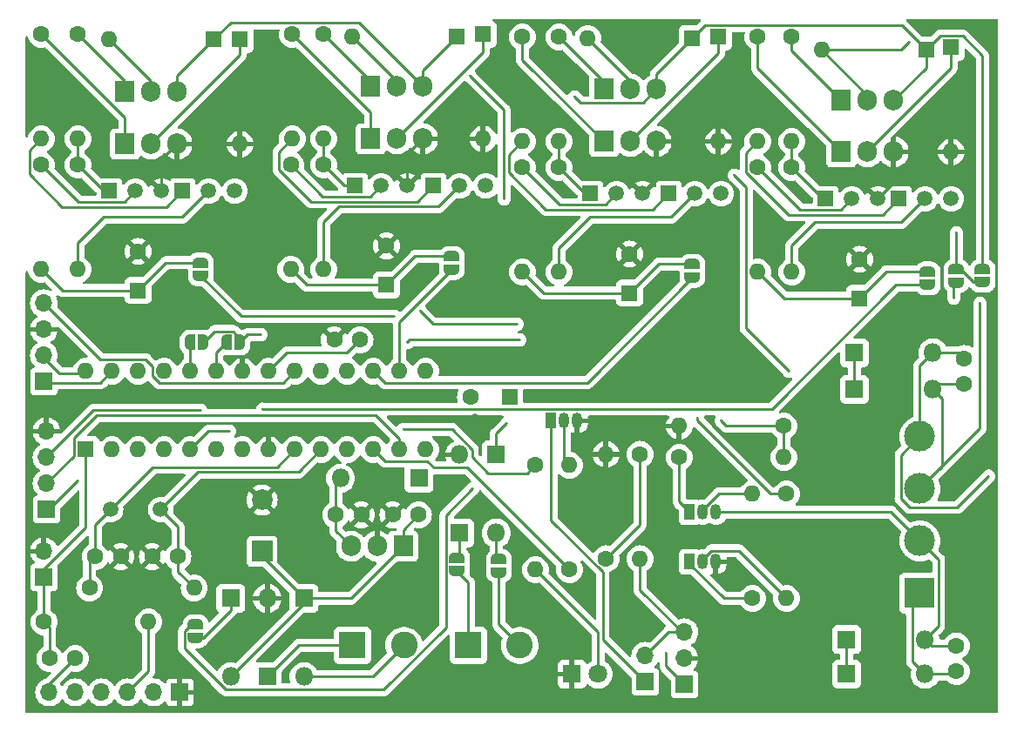
<source format=gbr>
%TF.GenerationSoftware,KiCad,Pcbnew,7.0.6*%
%TF.CreationDate,2024-08-14T17:38:19+03:00*%
%TF.ProjectId,atmegaStepperDriver,61746d65-6761-4537-9465-707065724472,V0.8.4*%
%TF.SameCoordinates,Original*%
%TF.FileFunction,Copper,L1,Top*%
%TF.FilePolarity,Positive*%
%FSLAX46Y46*%
G04 Gerber Fmt 4.6, Leading zero omitted, Abs format (unit mm)*
G04 Created by KiCad (PCBNEW 7.0.6) date 2024-08-14 17:38:19*
%MOMM*%
%LPD*%
G01*
G04 APERTURE LIST*
G04 Aperture macros list*
%AMFreePoly0*
4,1,19,0.500000,-0.750000,0.000000,-0.750000,0.000000,-0.744911,-0.071157,-0.744911,-0.207708,-0.704816,-0.327430,-0.627875,-0.420627,-0.520320,-0.479746,-0.390866,-0.500000,-0.250000,-0.500000,0.250000,-0.479746,0.390866,-0.420627,0.520320,-0.327430,0.627875,-0.207708,0.704816,-0.071157,0.744911,0.000000,0.744911,0.000000,0.750000,0.500000,0.750000,0.500000,-0.750000,0.500000,-0.750000,
$1*%
%AMFreePoly1*
4,1,19,0.000000,0.744911,0.071157,0.744911,0.207708,0.704816,0.327430,0.627875,0.420627,0.520320,0.479746,0.390866,0.500000,0.250000,0.500000,-0.250000,0.479746,-0.390866,0.420627,-0.520320,0.327430,-0.627875,0.207708,-0.704816,0.071157,-0.744911,0.000000,-0.744911,0.000000,-0.750000,-0.500000,-0.750000,-0.500000,0.750000,0.000000,0.750000,0.000000,0.744911,0.000000,0.744911,
$1*%
G04 Aperture macros list end*
%TA.AperFunction,ComponentPad*%
%ADD10R,1.050000X1.500000*%
%TD*%
%TA.AperFunction,ComponentPad*%
%ADD11O,1.050000X1.500000*%
%TD*%
%TA.AperFunction,ComponentPad*%
%ADD12R,1.600000X1.600000*%
%TD*%
%TA.AperFunction,ComponentPad*%
%ADD13C,1.600000*%
%TD*%
%TA.AperFunction,ComponentPad*%
%ADD14O,1.600000X1.600000*%
%TD*%
%TA.AperFunction,ComponentPad*%
%ADD15C,1.500000*%
%TD*%
%TA.AperFunction,ComponentPad*%
%ADD16R,1.905000X2.000000*%
%TD*%
%TA.AperFunction,ComponentPad*%
%ADD17O,1.905000X2.000000*%
%TD*%
%TA.AperFunction,ComponentPad*%
%ADD18R,1.700000X1.700000*%
%TD*%
%TA.AperFunction,ComponentPad*%
%ADD19O,1.700000X1.700000*%
%TD*%
%TA.AperFunction,ComponentPad*%
%ADD20R,1.500000X1.500000*%
%TD*%
%TA.AperFunction,ComponentPad*%
%ADD21R,1.800000X1.800000*%
%TD*%
%TA.AperFunction,ComponentPad*%
%ADD22O,1.800000X1.800000*%
%TD*%
%TA.AperFunction,SMDPad,CuDef*%
%ADD23FreePoly0,90.000000*%
%TD*%
%TA.AperFunction,SMDPad,CuDef*%
%ADD24FreePoly1,90.000000*%
%TD*%
%TA.AperFunction,SMDPad,CuDef*%
%ADD25FreePoly0,270.000000*%
%TD*%
%TA.AperFunction,SMDPad,CuDef*%
%ADD26FreePoly1,270.000000*%
%TD*%
%TA.AperFunction,SMDPad,CuDef*%
%ADD27FreePoly0,180.000000*%
%TD*%
%TA.AperFunction,SMDPad,CuDef*%
%ADD28FreePoly1,180.000000*%
%TD*%
%TA.AperFunction,ComponentPad*%
%ADD29R,2.600000X2.600000*%
%TD*%
%TA.AperFunction,ComponentPad*%
%ADD30C,2.600000*%
%TD*%
%TA.AperFunction,ComponentPad*%
%ADD31R,3.000000X3.000000*%
%TD*%
%TA.AperFunction,ComponentPad*%
%ADD32C,3.000000*%
%TD*%
%TA.AperFunction,ComponentPad*%
%ADD33C,1.800000*%
%TD*%
%TA.AperFunction,ComponentPad*%
%ADD34R,2.000000X2.000000*%
%TD*%
%TA.AperFunction,ComponentPad*%
%ADD35C,2.000000*%
%TD*%
%TA.AperFunction,ViaPad*%
%ADD36C,0.300000*%
%TD*%
%TA.AperFunction,ViaPad*%
%ADD37C,0.800000*%
%TD*%
%TA.AperFunction,Conductor*%
%ADD38C,0.250000*%
%TD*%
G04 APERTURE END LIST*
D10*
%TO.P,Q15,1,C*%
%TO.N,Net-(Q15-C)*%
X119888000Y-146558000D03*
D11*
%TO.P,Q15,2,B*%
%TO.N,Net-(Q15-B)*%
X121158000Y-146558000D03*
%TO.P,Q15,3,E*%
%TO.N,Isolated Read*%
X122428000Y-146558000D03*
%TD*%
D12*
%TO.P,C1,1*%
%TO.N,Motor Power*%
X102386651Y-135382000D03*
D13*
%TO.P,C1,2*%
%TO.N,GND*%
X98586651Y-135382000D03*
%TD*%
D12*
%TO.P,D19,1,K*%
%TO.N,Motor Power*%
X142875000Y-101600000D03*
D14*
%TO.P,D19,2,A*%
%TO.N,output !B*%
X132715000Y-101600000D03*
%TD*%
D12*
%TO.P,D18,1,K*%
%TO.N,Motor Power*%
X120142000Y-100457000D03*
D14*
%TO.P,D18,2,A*%
%TO.N,output B*%
X109982000Y-100457000D03*
%TD*%
D12*
%TO.P,D17,1,K*%
%TO.N,Motor Power*%
X97282000Y-100330000D03*
D14*
%TO.P,D17,2,A*%
%TO.N,Isolated Read*%
X87122000Y-100330000D03*
%TD*%
%TO.P,D16,2,A*%
%TO.N,output A*%
X63500000Y-100584000D03*
D12*
%TO.P,D16,1,K*%
%TO.N,Motor Power*%
X73660000Y-100584000D03*
%TD*%
D14*
%TO.P,D15,2,A*%
%TO.N,GND*%
X145288000Y-111506000D03*
D12*
%TO.P,D15,1,K*%
%TO.N,output B*%
X145288000Y-101346000D03*
%TD*%
D14*
%TO.P,D10,2,A*%
%TO.N,GND*%
X122682000Y-110490000D03*
D12*
%TO.P,D10,1,K*%
%TO.N,output !B*%
X122682000Y-100330000D03*
%TD*%
D14*
%TO.P,D9,2,A*%
%TO.N,GND*%
X99822000Y-110236000D03*
D12*
%TO.P,D9,1,K*%
%TO.N,output A*%
X99822000Y-100076000D03*
%TD*%
D14*
%TO.P,D8,2,A*%
%TO.N,GND*%
X76200000Y-110744000D03*
D12*
%TO.P,D8,1,K*%
%TO.N,Isolated Read*%
X76200000Y-100584000D03*
%TD*%
D15*
%TO.P,Y1,1,1*%
%TO.N,Net-(U1-XTAL2{slash}PB7)*%
X68490000Y-146304000D03*
%TO.P,Y1,2,2*%
%TO.N,Net-(U1-XTAL1{slash}PB6)*%
X63610000Y-146304000D03*
%TD*%
D16*
%TO.P,U2,1,VI*%
%TO.N,Net-(D5-K)*%
X92058000Y-149860000D03*
D17*
%TO.P,U2,2,GND*%
%TO.N,GND*%
X89518000Y-149860000D03*
%TO.P,U2,3,VO*%
%TO.N,Net-(D1-A)*%
X86978000Y-149860000D03*
%TD*%
D14*
%TO.P,U1,28,PC5*%
%TO.N,SCL*%
X61214000Y-132842000D03*
%TO.P,U1,27,PC4*%
%TO.N,SDA*%
X63754000Y-132842000D03*
%TO.P,U1,26,PC3*%
%TO.N,unconnected-(U1-PC3-Pad26)*%
X66294000Y-132842000D03*
%TO.P,U1,25,PC2*%
%TO.N,unconnected-(U1-PC2-Pad25)*%
X68834000Y-132842000D03*
%TO.P,U1,24,PC1*%
%TO.N,Net-(JP9-B)*%
X71374000Y-132842000D03*
%TO.P,U1,23,PC0*%
%TO.N,Net-(JP8-B)*%
X73914000Y-132842000D03*
%TO.P,U1,22,GND*%
%TO.N,GND*%
X76454000Y-132842000D03*
%TO.P,U1,21,AREF*%
%TO.N,Net-(U1-AREF)*%
X78994000Y-132842000D03*
%TO.P,U1,20,AVCC*%
%TO.N,+5V*%
X81534000Y-132842000D03*
%TO.P,U1,19,PB5*%
%TO.N,unconnected-(U1-PB5-Pad19)*%
X84074000Y-132842000D03*
%TO.P,U1,18,PB4*%
%TO.N,activeRead*%
X86614000Y-132842000D03*
%TO.P,U1,17,PB3*%
%TO.N,Net-(JP3-B)*%
X89154000Y-132842000D03*
%TO.P,U1,16,PB2*%
%TO.N,Net-(JP2-B)*%
X91694000Y-132842000D03*
%TO.P,U1,15,PB1*%
%TO.N,Net-(JP1-B)*%
X94234000Y-132842000D03*
%TO.P,U1,14,PB0*%
%TO.N,unconnected-(U1-PB0-Pad14)*%
X94234000Y-140462000D03*
%TO.P,U1,13,PD7*%
%TO.N,Rotation*%
X91694000Y-140462000D03*
%TO.P,U1,12,PD6*%
%TO.N,Fan*%
X89154000Y-140462000D03*
%TO.P,U1,11,PD5*%
%TO.N,Net-(U1-PD5)*%
X86614000Y-140462000D03*
%TO.P,U1,10,XTAL2/PB7*%
%TO.N,Net-(U1-XTAL2{slash}PB7)*%
X84074000Y-140462000D03*
%TO.P,U1,9,XTAL1/PB6*%
%TO.N,Net-(U1-XTAL1{slash}PB6)*%
X81534000Y-140462000D03*
%TO.P,U1,8,GND*%
%TO.N,GND*%
X78994000Y-140462000D03*
%TO.P,U1,7,VCC*%
%TO.N,+5V*%
X76454000Y-140462000D03*
%TO.P,U1,6,PD4*%
%TO.N,Error*%
X73914000Y-140462000D03*
%TO.P,U1,5,PD3*%
%TO.N,Jumper To lower Pins*%
X71374000Y-140462000D03*
%TO.P,U1,4,PD2*%
%TO.N,Step*%
X68834000Y-140462000D03*
%TO.P,U1,3,PD1*%
%TO.N,TXD*%
X66294000Y-140462000D03*
%TO.P,U1,2,PD0*%
%TO.N,RXD*%
X63754000Y-140462000D03*
D12*
%TO.P,U1,1,~{RESET}/PC6*%
%TO.N,RST*%
X61214000Y-140462000D03*
%TD*%
D18*
%TO.P,TermoSocket1,1,Pin_1*%
%TO.N,Termo sensor*%
X119380000Y-163322000D03*
D19*
%TO.P,TermoSocket1,2,Pin_2*%
%TO.N,GND*%
X119380000Y-160782000D03*
%TO.P,TermoSocket1,3,Pin_3*%
%TO.N,+5V*%
X119380000Y-158242000D03*
%TD*%
D13*
%TO.P,R25,1*%
%TO.N,activeRead*%
X129286000Y-144780000D03*
D14*
%TO.P,R25,2*%
%TO.N,Net-(Q13-B)*%
X129286000Y-154940000D03*
%TD*%
%TO.P,R24,2*%
%TO.N,Net-(Q19-C)*%
X56896000Y-110236000D03*
D13*
%TO.P,R24,1*%
%TO.N,Net-(Q21-B)*%
X56896000Y-100076000D03*
%TD*%
D14*
%TO.P,R23,2*%
%TO.N,Gate 1*%
X56896000Y-122936000D03*
D13*
%TO.P,R23,1*%
%TO.N,Net-(Q20-B)*%
X56896000Y-112776000D03*
%TD*%
D14*
%TO.P,R22,2*%
%TO.N,Net-(Q19-B)*%
X60452000Y-122936000D03*
D13*
%TO.P,R22,1*%
%TO.N,Net-(Q20-C)*%
X60452000Y-112776000D03*
%TD*%
D14*
%TO.P,R21,2*%
%TO.N,Net-(Q20-C)*%
X60452000Y-110236000D03*
D13*
%TO.P,R21,1*%
%TO.N,Net-(Q18-B)*%
X60452000Y-100076000D03*
%TD*%
%TO.P,R20,1*%
%TO.N,Fan*%
X108204000Y-152146000D03*
D14*
%TO.P,R20,2*%
%TO.N,Net-(Q17-B)*%
X108204000Y-141986000D03*
%TD*%
D13*
%TO.P,R19,1*%
%TO.N,Net-(U1-PD5)*%
X104902000Y-141986000D03*
D14*
%TO.P,R19,2*%
%TO.N,Net-(D7-A)*%
X104902000Y-152146000D03*
%TD*%
D13*
%TO.P,R18,1*%
%TO.N,Net-(Q13-C)*%
X125984000Y-154940000D03*
D14*
%TO.P,R18,2*%
%TO.N,Net-(Q15-B)*%
X125984000Y-144780000D03*
%TD*%
D13*
%TO.P,R17,1*%
%TO.N,Reader*%
X129032000Y-138176000D03*
D14*
%TO.P,R17,2*%
%TO.N,GND*%
X118872000Y-138176000D03*
%TD*%
D13*
%TO.P,R16,1*%
%TO.N,Net-(Q15-C)*%
X118872000Y-141224000D03*
D14*
%TO.P,R16,2*%
%TO.N,Reader*%
X129032000Y-141224000D03*
%TD*%
D13*
%TO.P,R14,1*%
%TO.N,Net-(Q12-B)*%
X126492000Y-100330000D03*
D14*
%TO.P,R14,2*%
%TO.N,Net-(Q10-C)*%
X126492000Y-110490000D03*
%TD*%
D13*
%TO.P,R13,1*%
%TO.N,Net-(Q11-B)*%
X126492000Y-113030000D03*
D14*
%TO.P,R13,2*%
%TO.N,Gate 4*%
X126492000Y-123190000D03*
%TD*%
D13*
%TO.P,R12,1*%
%TO.N,Net-(Q11-C)*%
X129794000Y-113030000D03*
D14*
%TO.P,R12,2*%
%TO.N,Net-(Q10-B)*%
X129794000Y-123190000D03*
%TD*%
%TO.P,R11,2*%
%TO.N,Net-(Q11-C)*%
X129794000Y-110490000D03*
D13*
%TO.P,R11,1*%
%TO.N,Net-(Q9-B)*%
X129794000Y-100330000D03*
%TD*%
%TO.P,R10,1*%
%TO.N,Net-(Q8-B)*%
X103632000Y-100330000D03*
D14*
%TO.P,R10,2*%
%TO.N,Net-(Q6-C)*%
X103632000Y-110490000D03*
%TD*%
D13*
%TO.P,R9,1*%
%TO.N,Net-(Q7-B)*%
X103632000Y-113030000D03*
D14*
%TO.P,R9,2*%
%TO.N,Gate 3*%
X103632000Y-123190000D03*
%TD*%
D13*
%TO.P,R8,1*%
%TO.N,Net-(Q7-C)*%
X107188000Y-113030000D03*
D14*
%TO.P,R8,2*%
%TO.N,Net-(Q6-B)*%
X107188000Y-123190000D03*
%TD*%
D13*
%TO.P,R7,1*%
%TO.N,Net-(Q5-B)*%
X107188000Y-100330000D03*
D14*
%TO.P,R7,2*%
%TO.N,Net-(Q7-C)*%
X107188000Y-110490000D03*
%TD*%
D13*
%TO.P,R6,1*%
%TO.N,Net-(Q4-B)*%
X81280000Y-100076000D03*
D14*
%TO.P,R6,2*%
%TO.N,Net-(Q2-C)*%
X81280000Y-110236000D03*
%TD*%
D13*
%TO.P,R5,1*%
%TO.N,Net-(Q3-B)*%
X81127600Y-112776000D03*
D14*
%TO.P,R5,2*%
%TO.N,Gate 2*%
X81127600Y-122936000D03*
%TD*%
D13*
%TO.P,R4,1*%
%TO.N,Net-(Q3-C)*%
X84328000Y-112776000D03*
D14*
%TO.P,R4,2*%
%TO.N,Net-(Q2-B)*%
X84328000Y-122936000D03*
%TD*%
%TO.P,R3,2*%
%TO.N,Net-(Q3-C)*%
X84328000Y-110236000D03*
D13*
%TO.P,R3,1*%
%TO.N,Net-(Q1-B)*%
X84328000Y-100076000D03*
%TD*%
%TO.P,R2,1*%
%TO.N,RST*%
X57150000Y-157226000D03*
D14*
%TO.P,R2,2*%
%TO.N,+5V*%
X67310000Y-157226000D03*
%TD*%
D13*
%TO.P,R1,1*%
%TO.N,Net-(U1-XTAL1{slash}PB6)*%
X61578000Y-153924000D03*
D14*
%TO.P,R1,2*%
%TO.N,Net-(U1-XTAL2{slash}PB7)*%
X71738000Y-153924000D03*
%TD*%
D17*
%TO.P,Q21,3,E*%
%TO.N,GND*%
X70104000Y-110744000D03*
%TO.P,Q21,2,C*%
%TO.N,Isolated Read*%
X67564000Y-110744000D03*
D16*
%TO.P,Q21,1,B*%
%TO.N,Net-(Q21-B)*%
X65024000Y-110744000D03*
%TD*%
D15*
%TO.P,Q20,3,E*%
%TO.N,GND*%
X68580000Y-115316000D03*
%TO.P,Q20,2,B*%
%TO.N,Net-(Q20-B)*%
X66040000Y-115316000D03*
D20*
%TO.P,Q20,1,C*%
%TO.N,Net-(Q20-C)*%
X63500000Y-115316000D03*
%TD*%
%TO.P,Q19,1,C*%
%TO.N,Net-(Q19-C)*%
X70612000Y-115316000D03*
D15*
%TO.P,Q19,2,B*%
%TO.N,Net-(Q19-B)*%
X73152000Y-115316000D03*
%TO.P,Q19,3,E*%
%TO.N,/GateSheet/Power 5v*%
X75692000Y-115316000D03*
%TD*%
D17*
%TO.P,Q18,3,E*%
%TO.N,Motor Power*%
X70104000Y-105664000D03*
%TO.P,Q18,2,C*%
%TO.N,output A*%
X67564000Y-105664000D03*
D16*
%TO.P,Q18,1,B*%
%TO.N,Net-(Q18-B)*%
X65024000Y-105664000D03*
%TD*%
D11*
%TO.P,Q17,3,E*%
%TO.N,GND*%
X108966000Y-137668000D03*
%TO.P,Q17,2,B*%
%TO.N,Net-(Q17-B)*%
X107696000Y-137668000D03*
D10*
%TO.P,Q17,1,C*%
%TO.N,Net-(FanSocket1-Pin_1)*%
X106426000Y-137668000D03*
%TD*%
D11*
%TO.P,Q13,3,E*%
%TO.N,GND*%
X122428000Y-151384000D03*
%TO.P,Q13,2,B*%
%TO.N,Net-(Q13-B)*%
X121158000Y-151384000D03*
D10*
%TO.P,Q13,1,C*%
%TO.N,Net-(Q13-C)*%
X119888000Y-151384000D03*
%TD*%
D16*
%TO.P,Q12,1,B*%
%TO.N,Net-(Q12-B)*%
X134620000Y-111506000D03*
D17*
%TO.P,Q12,2,C*%
%TO.N,output B*%
X137160000Y-111506000D03*
%TO.P,Q12,3,E*%
%TO.N,GND*%
X139700000Y-111506000D03*
%TD*%
D20*
%TO.P,Q11,1,C*%
%TO.N,Net-(Q11-C)*%
X133096000Y-116078000D03*
D15*
%TO.P,Q11,2,B*%
%TO.N,Net-(Q11-B)*%
X135636000Y-116078000D03*
%TO.P,Q11,3,E*%
%TO.N,GND*%
X138176000Y-116078000D03*
%TD*%
D20*
%TO.P,Q10,1,C*%
%TO.N,Net-(Q10-C)*%
X140208000Y-116078000D03*
D15*
%TO.P,Q10,2,B*%
%TO.N,Net-(Q10-B)*%
X142748000Y-116078000D03*
%TO.P,Q10,3,E*%
%TO.N,/GateSheet/Power 5v*%
X145288000Y-116078000D03*
%TD*%
D16*
%TO.P,Q9,1,B*%
%TO.N,Net-(Q9-B)*%
X134620000Y-106482000D03*
D17*
%TO.P,Q9,2,C*%
%TO.N,output !B*%
X137160000Y-106482000D03*
%TO.P,Q9,3,E*%
%TO.N,Motor Power*%
X139700000Y-106482000D03*
%TD*%
D16*
%TO.P,Q8,1,B*%
%TO.N,Net-(Q8-B)*%
X111576000Y-110490000D03*
D17*
%TO.P,Q8,2,C*%
%TO.N,output !B*%
X114116000Y-110490000D03*
%TO.P,Q8,3,E*%
%TO.N,GND*%
X116656000Y-110490000D03*
%TD*%
D20*
%TO.P,Q7,1,C*%
%TO.N,Net-(Q7-C)*%
X110236000Y-115570000D03*
D15*
%TO.P,Q7,2,B*%
%TO.N,Net-(Q7-B)*%
X112776000Y-115570000D03*
%TO.P,Q7,3,E*%
%TO.N,GND*%
X115316000Y-115570000D03*
%TD*%
D20*
%TO.P,Q6,1,C*%
%TO.N,Net-(Q6-C)*%
X117856000Y-115570000D03*
D15*
%TO.P,Q6,2,B*%
%TO.N,Net-(Q6-B)*%
X120396000Y-115570000D03*
%TO.P,Q6,3,E*%
%TO.N,/GateSheet/Power 5v*%
X122936000Y-115570000D03*
%TD*%
D17*
%TO.P,Q5,3,E*%
%TO.N,Motor Power*%
X116656000Y-105410000D03*
%TO.P,Q5,2,C*%
%TO.N,output B*%
X114116000Y-105410000D03*
D16*
%TO.P,Q5,1,B*%
%TO.N,Net-(Q5-B)*%
X111576000Y-105410000D03*
%TD*%
%TO.P,Q4,1,B*%
%TO.N,Net-(Q4-B)*%
X88900000Y-110236000D03*
D17*
%TO.P,Q4,2,C*%
%TO.N,output A*%
X91440000Y-110236000D03*
%TO.P,Q4,3,E*%
%TO.N,GND*%
X93980000Y-110236000D03*
%TD*%
D20*
%TO.P,Q3,1,C*%
%TO.N,Net-(Q3-C)*%
X87376000Y-114808000D03*
D15*
%TO.P,Q3,2,B*%
%TO.N,Net-(Q3-B)*%
X89916000Y-114808000D03*
%TO.P,Q3,3,E*%
%TO.N,GND*%
X92456000Y-114808000D03*
%TD*%
%TO.P,Q2,3,E*%
%TO.N,/GateSheet/Power 5v*%
X100076000Y-114808000D03*
%TO.P,Q2,2,B*%
%TO.N,Net-(Q2-B)*%
X97536000Y-114808000D03*
D20*
%TO.P,Q2,1,C*%
%TO.N,Net-(Q2-C)*%
X94996000Y-114808000D03*
%TD*%
D16*
%TO.P,Q1,1,B*%
%TO.N,Net-(Q1-B)*%
X88900000Y-105156000D03*
D17*
%TO.P,Q1,2,C*%
%TO.N,Isolated Read*%
X91440000Y-105156000D03*
%TO.P,Q1,3,E*%
%TO.N,Motor Power*%
X93980000Y-105156000D03*
%TD*%
D21*
%TO.P,m_D1,1,K*%
%TO.N,Net-(M_JP1-B)*%
X75294000Y-154940000D03*
D22*
%TO.P,m_D1,2,A*%
%TO.N,Net-(D5-K)*%
X75294000Y-162560000D03*
%TD*%
D23*
%TO.P,AP_JP1,1,A*%
%TO.N,+5V*%
X145796000Y-124236000D03*
D24*
%TO.P,AP_JP1,2,B*%
%TO.N,/GateSheet/Power 5v*%
X145796000Y-122936000D03*
%TD*%
D25*
%TO.P,MP_JP1,1,A*%
%TO.N,Motor Power*%
X148336000Y-122906000D03*
D26*
%TO.P,MP_JP1,2,B*%
%TO.N,/GateSheet/Power 5v*%
X148336000Y-124206000D03*
%TD*%
D27*
%TO.P,JP9,1,A*%
%TO.N,Reader*%
X72644000Y-130048000D03*
D28*
%TO.P,JP9,2,B*%
%TO.N,Net-(JP9-B)*%
X71344000Y-130048000D03*
%TD*%
D27*
%TO.P,JP8,1,A*%
%TO.N,Reader*%
X76200000Y-130048000D03*
D28*
%TO.P,JP8,2,B*%
%TO.N,Net-(JP8-B)*%
X74900000Y-130048000D03*
%TD*%
D25*
%TO.P,M_JP1,1,A*%
%TO.N,Motor Power*%
X71882000Y-157480000D03*
D26*
%TO.P,M_JP1,2,B*%
%TO.N,Net-(M_JP1-B)*%
X71882000Y-158780000D03*
%TD*%
D25*
%TO.P,JP6,1,A*%
%TO.N,Net-(D2-K)*%
X97282000Y-150988000D03*
D26*
%TO.P,JP6,2,B*%
%TO.N,Net-(J3-Pin_1)*%
X97282000Y-152288000D03*
%TD*%
D25*
%TO.P,JP5,1,A*%
%TO.N,Net-(D3-A)*%
X101346000Y-151130000D03*
D26*
%TO.P,JP5,2,B*%
%TO.N,Net-(J3-Pin_2)*%
X101346000Y-152430000D03*
%TD*%
%TO.P,JP4,2,B*%
%TO.N,Jumper To lower Pins*%
X143002000Y-124460000D03*
D25*
%TO.P,JP4,1,A*%
%TO.N,Gate 4*%
X143002000Y-123160000D03*
%TD*%
%TO.P,JP3,1,A*%
%TO.N,Gate 3*%
X120142000Y-122428000D03*
D26*
%TO.P,JP3,2,B*%
%TO.N,Net-(JP3-B)*%
X120142000Y-123728000D03*
%TD*%
D25*
%TO.P,JP2,1,A*%
%TO.N,Gate 2*%
X96774000Y-121666000D03*
D26*
%TO.P,JP2,2,B*%
%TO.N,Net-(JP2-B)*%
X96774000Y-122966000D03*
%TD*%
D25*
%TO.P,JP1,1,A*%
%TO.N,Gate 1*%
X72390000Y-122286000D03*
D26*
%TO.P,JP1,2,B*%
%TO.N,Net-(JP1-B)*%
X72390000Y-123586000D03*
%TD*%
D18*
%TO.P,J9,1,Pin_1*%
%TO.N,Step*%
X57404000Y-146304000D03*
D19*
%TO.P,J9,2,Pin_2*%
%TO.N,Rotation*%
X57404000Y-143764000D03*
%TO.P,J9,3,Pin_3*%
%TO.N,Error*%
X57404000Y-141224000D03*
%TO.P,J9,4,Pin_4*%
%TO.N,GND*%
X57404000Y-138684000D03*
%TD*%
D18*
%TO.P,J8,1,Pin_1*%
%TO.N,GND*%
X70358000Y-164084000D03*
D19*
%TO.P,J8,2,Pin_2*%
%TO.N,unconnected-(J8-Pin_2-Pad2)*%
X67818000Y-164084000D03*
%TO.P,J8,3,Pin_3*%
%TO.N,+5V*%
X65278000Y-164084000D03*
%TO.P,J8,4,Pin_4*%
%TO.N,RXD*%
X62738000Y-164084000D03*
%TO.P,J8,5,Pin_5*%
%TO.N,TXD*%
X60198000Y-164084000D03*
%TO.P,J8,6,Pin_6*%
%TO.N,DTR*%
X57658000Y-164084000D03*
%TD*%
D18*
%TO.P,J6,1,Pin_1*%
%TO.N,SDA*%
X57150000Y-133858000D03*
D19*
%TO.P,J6,2,Pin_2*%
%TO.N,SCL*%
X57150000Y-131318000D03*
%TO.P,J6,3,Pin_3*%
%TO.N,GND*%
X57150000Y-128778000D03*
%TO.P,J6,4,Pin_4*%
%TO.N,+5V*%
X57150000Y-126238000D03*
%TD*%
D18*
%TO.P,J5,1,Pin_1*%
%TO.N,RST*%
X57150000Y-152908000D03*
D19*
%TO.P,J5,2,Pin_2*%
%TO.N,GND*%
X57150000Y-150368000D03*
%TD*%
D18*
%TO.P,FanSocket1,1,Pin_1*%
%TO.N,Net-(FanSocket1-Pin_1)*%
X115570000Y-163068000D03*
D19*
%TO.P,FanSocket1,2,Pin_2*%
%TO.N,+5V*%
X115570000Y-160528000D03*
%TD*%
D29*
%TO.P,J3,1,Pin_1*%
%TO.N,Net-(J3-Pin_1)*%
X98378000Y-159512000D03*
D30*
%TO.P,J3,2,Pin_2*%
%TO.N,Net-(J3-Pin_2)*%
X103378000Y-159512000D03*
%TD*%
D31*
%TO.P,J2,1,Pin_1*%
%TO.N,output A*%
X142240000Y-154432000D03*
D32*
%TO.P,J2,2,Pin_2*%
%TO.N,Isolated Read*%
X142240000Y-149352000D03*
%TO.P,J2,3,Pin_3*%
%TO.N,output B*%
X142240000Y-144272000D03*
%TO.P,J2,4,Pin_4*%
%TO.N,output !B*%
X142240000Y-139192000D03*
%TD*%
D30*
%TO.P,J1,2,Pin_2*%
%TO.N,Net-(D5-A)*%
X92122000Y-159512000D03*
D29*
%TO.P,J1,1,Pin_1*%
%TO.N,Net-(D4-K)*%
X87122000Y-159512000D03*
%TD*%
D14*
%TO.P,GND_R1,2*%
%TO.N,GND*%
X111760000Y-140919000D03*
D13*
%TO.P,GND_R1,1*%
%TO.N,Termo sensor*%
X111760000Y-151079000D03*
%TD*%
D21*
%TO.P,D14,1,K*%
%TO.N,Net-(D13-K)*%
X135890000Y-131064000D03*
D22*
%TO.P,D14,2,A*%
%TO.N,output !B*%
X143510000Y-131064000D03*
%TD*%
D21*
%TO.P,D13,1,K*%
%TO.N,Net-(D13-K)*%
X135890000Y-134620000D03*
D22*
%TO.P,D13,2,A*%
%TO.N,output B*%
X143510000Y-134620000D03*
%TD*%
%TO.P,D12,2,A*%
%TO.N,Isolated Read*%
X142748000Y-158936000D03*
D21*
%TO.P,D12,1,K*%
%TO.N,Net-(D11-K)*%
X135128000Y-158936000D03*
%TD*%
D22*
%TO.P,D11,2,A*%
%TO.N,output A*%
X142748000Y-162306000D03*
D21*
%TO.P,D11,1,K*%
%TO.N,Net-(D11-K)*%
X135128000Y-162306000D03*
%TD*%
%TO.P,D7,1,K*%
%TO.N,GND*%
X108453000Y-162306000D03*
D33*
%TO.P,D7,2,A*%
%TO.N,Net-(D7-A)*%
X110993000Y-162306000D03*
%TD*%
D21*
%TO.P,D5,1,K*%
%TO.N,Net-(D5-K)*%
X82406000Y-154940000D03*
D22*
%TO.P,D5,2,A*%
%TO.N,Net-(D5-A)*%
X82406000Y-162560000D03*
%TD*%
D21*
%TO.P,D4,1,K*%
%TO.N,Net-(D4-K)*%
X78850000Y-162560000D03*
D22*
%TO.P,D4,2,A*%
%TO.N,GND*%
X78850000Y-154940000D03*
%TD*%
D21*
%TO.P,D3,1,K*%
%TO.N,Motor Power*%
X101092000Y-140970000D03*
D22*
%TO.P,D3,2,A*%
%TO.N,Net-(D3-A)*%
X101092000Y-148590000D03*
%TD*%
D21*
%TO.P,D2,1,K*%
%TO.N,Net-(D2-K)*%
X97536000Y-148590000D03*
D22*
%TO.P,D2,2,A*%
%TO.N,GND*%
X97536000Y-140970000D03*
%TD*%
D21*
%TO.P,D1,1,K*%
%TO.N,+5V*%
X93582000Y-143256000D03*
D22*
%TO.P,D1,2,A*%
%TO.N,Net-(D1-A)*%
X85962000Y-143256000D03*
%TD*%
D13*
%TO.P,C14,1*%
%TO.N,DTR*%
X60198000Y-160782000D03*
%TO.P,C14,2*%
%TO.N,RST*%
X57698000Y-160782000D03*
%TD*%
%TO.P,C7,1*%
%TO.N,output !B*%
X146558000Y-131592000D03*
%TO.P,C7,2*%
%TO.N,output B*%
X146558000Y-134092000D03*
%TD*%
%TO.P,C6,2*%
%TO.N,output A*%
X145796000Y-162052000D03*
%TO.P,C6,1*%
%TO.N,Isolated Read*%
X145796000Y-159552000D03*
%TD*%
D34*
%TO.P,C5,1*%
%TO.N,Net-(D5-K)*%
X78342000Y-150368000D03*
D35*
%TO.P,C5,2*%
%TO.N,GND*%
X78342000Y-145368000D03*
%TD*%
D13*
%TO.P,C4,1*%
%TO.N,GND*%
X85354000Y-129794000D03*
%TO.P,C4,2*%
%TO.N,Net-(U1-AREF)*%
X87854000Y-129794000D03*
%TD*%
%TO.P,C3,1*%
%TO.N,GND*%
X87994000Y-146812000D03*
%TO.P,C3,2*%
%TO.N,Net-(D1-A)*%
X85494000Y-146812000D03*
%TD*%
D12*
%TO.P,C2-4,1*%
%TO.N,Gate 4*%
X136398000Y-125754651D03*
D13*
%TO.P,C2-4,2*%
%TO.N,GND*%
X136398000Y-121954651D03*
%TD*%
D12*
%TO.P,C2-3,1*%
%TO.N,Gate 3*%
X114046000Y-125246651D03*
D13*
%TO.P,C2-3,2*%
%TO.N,GND*%
X114046000Y-121446651D03*
%TD*%
%TO.P,C2-2,2*%
%TO.N,GND*%
X90424000Y-120650000D03*
D12*
%TO.P,C2-2,1*%
%TO.N,Gate 2*%
X90424000Y-124450000D03*
%TD*%
%TO.P,C2-1,1*%
%TO.N,Gate 1*%
X66294000Y-124992651D03*
D13*
%TO.P,C2-1,2*%
%TO.N,GND*%
X66294000Y-121192651D03*
%TD*%
%TO.P,C2,1*%
%TO.N,GND*%
X91042000Y-146812000D03*
%TO.P,C2,2*%
%TO.N,Net-(D5-K)*%
X93542000Y-146812000D03*
%TD*%
%TO.P,C1-2,1*%
%TO.N,Net-(U1-XTAL2{slash}PB7)*%
X70174000Y-150876000D03*
%TO.P,C1-2,2*%
%TO.N,GND*%
X67674000Y-150876000D03*
%TD*%
%TO.P,C1-1,1*%
%TO.N,Net-(U1-XTAL1{slash}PB6)*%
X62126000Y-150876000D03*
%TO.P,C1-1,2*%
%TO.N,GND*%
X64626000Y-150876000D03*
%TD*%
D14*
%TO.P,5V_R1,2*%
%TO.N,+5V*%
X115062000Y-151079000D03*
D13*
%TO.P,5V_R1,1*%
%TO.N,Termo sensor*%
X115062000Y-140919000D03*
%TD*%
D36*
%TO.N,Motor Power*%
X108712000Y-106172000D03*
%TO.N,output !B*%
X148916835Y-143058486D03*
X141224000Y-100838000D03*
%TO.N,activeRead*%
X92456000Y-130048000D03*
X103378000Y-129794000D03*
X120650000Y-137414000D03*
%TO.N,Reader*%
X93726000Y-127000000D03*
X78232000Y-129286000D03*
X103124000Y-128270000D03*
X122936000Y-137668000D03*
%TO.N,+5V*%
X145542000Y-125730000D03*
D37*
%TO.N,GND*%
X139192000Y-121412000D03*
X133858000Y-120904000D03*
X117094000Y-120904000D03*
X111506000Y-120650000D03*
X63754000Y-120650000D03*
X68072000Y-120650000D03*
X88138000Y-120396000D03*
X92964000Y-120396000D03*
X99060000Y-137414000D03*
X99060000Y-132842000D03*
X81788000Y-145288000D03*
X75438000Y-145288000D03*
D36*
%TO.N,Motor Power*%
X98552000Y-104140000D03*
X101854000Y-116078000D03*
X98806000Y-144272000D03*
%TO.N,Isolated Read*%
X129540000Y-132842000D03*
X124206000Y-113792000D03*
%TO.N,output B*%
X148082000Y-126238000D03*
%TO.N,Termo sensor*%
X117602000Y-160274000D03*
%TO.N,Motor Power*%
X102108000Y-137922000D03*
%TO.N,Net-(U1-PD5)*%
X92097422Y-138504424D03*
%TO.N,Jumper To lower Pins*%
X75184000Y-138684000D03*
X78395035Y-136526558D03*
%TO.N,Net-(JP1-B)*%
X91186000Y-127508000D03*
%TO.N,Step*%
X60452000Y-143510000D03*
%TO.N,Error*%
X72390000Y-136652000D03*
%TO.N,/GateSheet/Power 5v*%
X145796000Y-119380000D03*
%TD*%
D38*
%TO.N,+5V*%
X115062000Y-154163000D02*
X115062000Y-151079000D01*
X117856000Y-158242000D02*
X119141000Y-158242000D01*
X119141000Y-158242000D02*
X115062000Y-154163000D01*
X115570000Y-160528000D02*
X117856000Y-158242000D01*
%TO.N,Termo sensor*%
X119380000Y-163322000D02*
X117602000Y-161544000D01*
X117602000Y-161544000D02*
X117602000Y-160274000D01*
%TO.N,Net-(Q6-C)*%
X102304000Y-111818000D02*
X103632000Y-110490000D01*
X116331000Y-117095000D02*
X105919000Y-117095000D01*
X117856000Y-115570000D02*
X116331000Y-117095000D01*
X105919000Y-117095000D02*
X102304000Y-113480000D01*
X102304000Y-113480000D02*
X102304000Y-111818000D01*
%TO.N,Motor Power*%
X87775000Y-98951000D02*
X93980000Y-105156000D01*
X75293000Y-98951000D02*
X87775000Y-98951000D01*
X73660000Y-100584000D02*
X75293000Y-98951000D01*
X115331000Y-106735000D02*
X109275000Y-106735000D01*
X109275000Y-106735000D02*
X108712000Y-106172000D01*
X116656000Y-105410000D02*
X115331000Y-106735000D01*
%TO.N,Net-(JP9-B)*%
X71374000Y-130078000D02*
X71344000Y-130048000D01*
X71374000Y-132842000D02*
X71374000Y-130078000D01*
%TO.N,Reader*%
X76200000Y-129638380D02*
X76200000Y-130048000D01*
X73719000Y-128973000D02*
X75534620Y-128973000D01*
X72928000Y-129764000D02*
X73719000Y-128973000D01*
X75534620Y-128973000D02*
X76200000Y-129638380D01*
%TO.N,Net-(Q17-B)*%
X107696000Y-141478000D02*
X107696000Y-137922000D01*
X108204000Y-141986000D02*
X107696000Y-141478000D01*
%TO.N,Net-(FanSocket1-Pin_1)*%
X106426000Y-147335991D02*
X106426000Y-137922000D01*
X111443000Y-158941000D02*
X111443000Y-152352991D01*
X111443000Y-152352991D02*
X106426000Y-147335991D01*
X115570000Y-163068000D02*
X111443000Y-158941000D01*
%TO.N,output !B*%
X141271000Y-146097000D02*
X145878321Y-146097000D01*
X145878321Y-146097000D02*
X148916835Y-143058486D01*
X140415000Y-145241000D02*
X141271000Y-146097000D01*
X140415000Y-141017000D02*
X140415000Y-145241000D01*
X142240000Y-139192000D02*
X140415000Y-141017000D01*
X140462000Y-101600000D02*
X141224000Y-100838000D01*
X132715000Y-101600000D02*
X140462000Y-101600000D01*
%TO.N,Motor Power*%
X140480000Y-99205000D02*
X142875000Y-101600000D01*
X121394000Y-99205000D02*
X140480000Y-99205000D01*
X120142000Y-100457000D02*
X121394000Y-99205000D01*
%TO.N,activeRead*%
X92710000Y-129794000D02*
X92456000Y-130048000D01*
X103378000Y-129794000D02*
X92710000Y-129794000D01*
X120650000Y-137668000D02*
X120650000Y-137414000D01*
X121666000Y-138684000D02*
X120650000Y-137668000D01*
X127762000Y-144780000D02*
X121666000Y-138684000D01*
X129286000Y-144780000D02*
X127762000Y-144780000D01*
%TO.N,Reader*%
X76962000Y-129286000D02*
X76200000Y-130048000D01*
X94996000Y-128270000D02*
X93726000Y-127000000D01*
X103124000Y-128270000D02*
X94996000Y-128270000D01*
X78232000Y-129286000D02*
X76962000Y-129286000D01*
X129032000Y-138176000D02*
X123444000Y-138176000D01*
X123444000Y-138176000D02*
X122936000Y-137668000D01*
%TO.N,+5V*%
X145542000Y-125730000D02*
X145542000Y-124490000D01*
X145542000Y-124490000D02*
X145796000Y-124236000D01*
%TO.N,Net-(U1-AREF)*%
X80772000Y-131064000D02*
X78994000Y-132842000D01*
X86584000Y-131064000D02*
X80772000Y-131064000D01*
X87854000Y-129794000D02*
X86584000Y-131064000D01*
%TO.N,Motor Power*%
X101854000Y-116078000D02*
X101854000Y-107442000D01*
X101854000Y-107442000D02*
X98552000Y-104140000D01*
X96207000Y-146871000D02*
X98806000Y-144272000D01*
X96207000Y-157793000D02*
X96207000Y-146871000D01*
X74831588Y-163830000D02*
X90170000Y-163830000D01*
X70807000Y-159805412D02*
X74831588Y-163830000D01*
X70807000Y-158145380D02*
X70807000Y-159805412D01*
X71472380Y-157480000D02*
X70807000Y-158145380D01*
X90170000Y-163830000D02*
X96207000Y-157793000D01*
X71882000Y-157480000D02*
X71472380Y-157480000D01*
%TO.N,Isolated Read*%
X125367000Y-128669000D02*
X129540000Y-132842000D01*
X125367000Y-114953000D02*
X125367000Y-128669000D01*
X124206000Y-113792000D02*
X125367000Y-114953000D01*
%TO.N,output B*%
X148082000Y-138430000D02*
X148082000Y-126238000D01*
X142240000Y-144272000D02*
X148082000Y-138430000D01*
%TO.N,Net-(D7-A)*%
X110993000Y-158237000D02*
X104902000Y-152146000D01*
X110993000Y-162306000D02*
X110993000Y-158237000D01*
%TO.N,Net-(J3-Pin_2)*%
X101346000Y-157480000D02*
X103378000Y-159512000D01*
X101346000Y-152430000D02*
X101346000Y-157480000D01*
%TO.N,Net-(J3-Pin_1)*%
X98378000Y-153384000D02*
X98378000Y-159512000D01*
X97282000Y-152288000D02*
X98378000Y-153384000D01*
%TO.N,Net-(D2-K)*%
X97536000Y-150734000D02*
X97536000Y-148590000D01*
X97282000Y-150988000D02*
X97536000Y-150734000D01*
%TO.N,Net-(D3-A)*%
X101092000Y-150876000D02*
X101346000Y-151130000D01*
X101092000Y-148590000D02*
X101092000Y-150876000D01*
%TO.N,Motor Power*%
X101092000Y-138938000D02*
X102108000Y-137922000D01*
X101092000Y-140970000D02*
X101092000Y-138938000D01*
%TO.N,Net-(U1-PD5)*%
X96802836Y-138504424D02*
X92097422Y-138504424D01*
X98761000Y-140462588D02*
X96802836Y-138504424D01*
X98761000Y-141224000D02*
X98761000Y-140462588D01*
X100322999Y-142785999D02*
X98761000Y-141224000D01*
X104102001Y-142785999D02*
X100322999Y-142785999D01*
X104902000Y-141986000D02*
X104102001Y-142785999D01*
%TO.N,Fan*%
X90279000Y-141587000D02*
X89154000Y-140462000D01*
X94363000Y-141587000D02*
X90279000Y-141587000D01*
X98298000Y-142240000D02*
X95016000Y-142240000D01*
X108204000Y-152146000D02*
X98298000Y-142240000D01*
X95016000Y-142240000D02*
X94363000Y-141587000D01*
%TO.N,Termo sensor*%
X115062000Y-147777000D02*
X111760000Y-151079000D01*
X115062000Y-140919000D02*
X115062000Y-147777000D01*
%TO.N,Net-(Q13-C)*%
X123219000Y-154940000D02*
X125984000Y-154940000D01*
X119888000Y-151609000D02*
X123219000Y-154940000D01*
X119888000Y-151384000D02*
X119888000Y-151609000D01*
%TO.N,Net-(Q13-B)*%
X124655000Y-150309000D02*
X129286000Y-154940000D01*
X121158000Y-151159000D02*
X122008000Y-150309000D01*
X121158000Y-151384000D02*
X121158000Y-151159000D01*
X122008000Y-150309000D02*
X124655000Y-150309000D01*
%TO.N,Isolated Read*%
X139446000Y-146558000D02*
X142240000Y-149352000D01*
X122428000Y-146558000D02*
X139446000Y-146558000D01*
%TO.N,Net-(Q15-B)*%
X121158000Y-146333000D02*
X122711000Y-144780000D01*
X122711000Y-144780000D02*
X125984000Y-144780000D01*
X121158000Y-146558000D02*
X121158000Y-146333000D01*
%TO.N,Net-(Q15-C)*%
X118872000Y-141224000D02*
X118872000Y-145542000D01*
X118872000Y-145542000D02*
X119888000Y-146558000D01*
%TO.N,Reader*%
X129032000Y-138176000D02*
X129032000Y-141224000D01*
%TO.N,output A*%
X141523000Y-161081000D02*
X142748000Y-162306000D01*
X141523000Y-155149000D02*
X141523000Y-161081000D01*
X142240000Y-154432000D02*
X141523000Y-155149000D01*
%TO.N,Isolated Read*%
X144065000Y-151177000D02*
X142240000Y-149352000D01*
X144065000Y-157619000D02*
X144065000Y-151177000D01*
X142748000Y-158936000D02*
X144065000Y-157619000D01*
X143364000Y-159552000D02*
X142748000Y-158936000D01*
X145796000Y-159552000D02*
X143364000Y-159552000D01*
%TO.N,output A*%
X145542000Y-162306000D02*
X145796000Y-162052000D01*
X142748000Y-162306000D02*
X145542000Y-162306000D01*
%TO.N,Net-(D11-K)*%
X135128000Y-158936000D02*
X135128000Y-162306000D01*
%TO.N,Net-(D13-K)*%
X135890000Y-131064000D02*
X135890000Y-134620000D01*
%TO.N,output B*%
X144038000Y-134092000D02*
X143510000Y-134620000D01*
X146558000Y-134092000D02*
X144038000Y-134092000D01*
%TO.N,output !B*%
X142240000Y-132334000D02*
X143510000Y-131064000D01*
X142240000Y-139192000D02*
X142240000Y-132334000D01*
%TO.N,output B*%
X144410000Y-142102000D02*
X142240000Y-144272000D01*
X144410000Y-135520000D02*
X144410000Y-142102000D01*
X143510000Y-134620000D02*
X144410000Y-135520000D01*
%TO.N,output !B*%
X146030000Y-131064000D02*
X146558000Y-131592000D01*
X143510000Y-131064000D02*
X146030000Y-131064000D01*
%TO.N,Jumper To lower Pins*%
X73152000Y-138684000D02*
X71374000Y-140462000D01*
X75184000Y-138684000D02*
X73152000Y-138684000D01*
X139942651Y-124460000D02*
X127876093Y-136526558D01*
X127876093Y-136526558D02*
X78395035Y-136526558D01*
X143002000Y-124460000D02*
X139942651Y-124460000D01*
%TO.N,Net-(JP1-B)*%
X76312000Y-127508000D02*
X91186000Y-127508000D01*
X72390000Y-123586000D02*
X76312000Y-127508000D01*
%TO.N,Net-(JP3-B)*%
X90279000Y-133967000D02*
X89154000Y-132842000D01*
X109903000Y-133967000D02*
X90279000Y-133967000D01*
X120142000Y-123728000D02*
X109903000Y-133967000D01*
%TO.N,Net-(JP2-B)*%
X91694000Y-128046000D02*
X91694000Y-132842000D01*
X96774000Y-122966000D02*
X91694000Y-128046000D01*
%TO.N,+5V*%
X67709000Y-133307991D02*
X68368009Y-133967000D01*
X67049991Y-131717000D02*
X67709000Y-132376009D01*
X80409000Y-133967000D02*
X81534000Y-132842000D01*
X57150000Y-126238000D02*
X62629000Y-131717000D01*
X62629000Y-131717000D02*
X67049991Y-131717000D01*
X67709000Y-132376009D02*
X67709000Y-133307991D01*
X68368009Y-133967000D02*
X80409000Y-133967000D01*
%TO.N,Net-(JP8-B)*%
X73914000Y-132842000D02*
X73914000Y-131034000D01*
X73914000Y-131034000D02*
X74900000Y-130048000D01*
%TO.N,SCL*%
X60960000Y-133096000D02*
X61214000Y-132842000D01*
X58674000Y-133096000D02*
X60960000Y-133096000D01*
X57150000Y-131318000D02*
X57150000Y-131572000D01*
X57150000Y-131572000D02*
X58674000Y-133096000D01*
%TO.N,SDA*%
X57259000Y-133967000D02*
X62629000Y-133967000D01*
X62629000Y-133967000D02*
X63754000Y-132842000D01*
X57150000Y-133858000D02*
X57259000Y-133967000D01*
%TO.N,Step*%
X57658000Y-146304000D02*
X60452000Y-143510000D01*
X57404000Y-146304000D02*
X57658000Y-146304000D01*
%TO.N,Error*%
X71882000Y-136652000D02*
X72390000Y-136652000D01*
X61976000Y-136652000D02*
X71882000Y-136652000D01*
X57404000Y-141224000D02*
X61976000Y-136652000D01*
%TO.N,Rotation*%
X91694000Y-139446000D02*
X91694000Y-140462000D01*
X62266000Y-137160000D02*
X89408000Y-137160000D01*
X60089000Y-141079000D02*
X60089000Y-139337000D01*
X89408000Y-137160000D02*
X91694000Y-139446000D01*
X57404000Y-143764000D02*
X60089000Y-141079000D01*
X60089000Y-139337000D02*
X62266000Y-137160000D01*
%TO.N,DTR*%
X57658000Y-163322000D02*
X57658000Y-164084000D01*
X60198000Y-160782000D02*
X57658000Y-163322000D01*
%TO.N,RST*%
X57698000Y-157774000D02*
X57150000Y-157226000D01*
X57698000Y-160782000D02*
X57698000Y-157774000D01*
X61214000Y-148063604D02*
X61214000Y-140462000D01*
X57150000Y-152908000D02*
X57150000Y-152127604D01*
X57150000Y-152127604D02*
X61214000Y-148063604D01*
X57150000Y-157226000D02*
X57150000Y-152908000D01*
%TO.N,+5V*%
X67310000Y-162052000D02*
X65278000Y-164084000D01*
X67310000Y-157226000D02*
X67310000Y-162052000D01*
%TO.N,Net-(U1-XTAL2{slash}PB7)*%
X81881000Y-142655000D02*
X84074000Y-140462000D01*
X72139000Y-142655000D02*
X81881000Y-142655000D01*
X68490000Y-146304000D02*
X72139000Y-142655000D01*
%TO.N,Net-(U1-XTAL1{slash}PB6)*%
X79791000Y-142205000D02*
X81534000Y-140462000D01*
X67709000Y-142205000D02*
X79791000Y-142205000D01*
X63610000Y-146304000D02*
X67709000Y-142205000D01*
X62126000Y-147788000D02*
X63610000Y-146304000D01*
X62126000Y-150876000D02*
X62126000Y-147788000D01*
X61578000Y-151424000D02*
X62126000Y-150876000D01*
X61578000Y-153924000D02*
X61578000Y-151424000D01*
%TO.N,Net-(U1-XTAL2{slash}PB7)*%
X70174000Y-152360000D02*
X71738000Y-153924000D01*
X70174000Y-150876000D02*
X70174000Y-152360000D01*
X70174000Y-150876000D02*
X70174000Y-147988000D01*
X70174000Y-147988000D02*
X68490000Y-146304000D01*
%TO.N,Net-(D5-K)*%
X78342000Y-150876000D02*
X82406000Y-154940000D01*
X78342000Y-150368000D02*
X78342000Y-150876000D01*
%TO.N,Net-(M_JP1-B)*%
X72604000Y-158780000D02*
X71882000Y-158780000D01*
X75294000Y-154940000D02*
X75294000Y-156090000D01*
X75294000Y-156090000D02*
X72604000Y-158780000D01*
%TO.N,Net-(D5-K)*%
X82406000Y-155448000D02*
X82406000Y-154940000D01*
X75294000Y-162560000D02*
X82406000Y-155448000D01*
%TO.N,Net-(D1-A)*%
X85494000Y-143724000D02*
X85962000Y-143256000D01*
X85494000Y-146812000D02*
X85494000Y-143724000D01*
X85494000Y-148376000D02*
X86978000Y-149860000D01*
X85494000Y-146812000D02*
X85494000Y-148376000D01*
%TO.N,Net-(D5-K)*%
X92058000Y-148296000D02*
X93542000Y-146812000D01*
X92058000Y-149860000D02*
X92058000Y-148296000D01*
X86978000Y-154940000D02*
X92058000Y-149860000D01*
X82406000Y-154940000D02*
X86978000Y-154940000D01*
%TO.N,Net-(D5-A)*%
X89074000Y-162560000D02*
X92122000Y-159512000D01*
X82406000Y-162560000D02*
X89074000Y-162560000D01*
%TO.N,Net-(D4-K)*%
X81898000Y-159512000D02*
X78850000Y-162560000D01*
X87122000Y-159512000D02*
X81898000Y-159512000D01*
%TO.N,Motor Power*%
X144254000Y-100221000D02*
X142875000Y-101600000D01*
X148336000Y-102144000D02*
X146413000Y-100221000D01*
X146413000Y-100221000D02*
X144254000Y-100221000D01*
X148336000Y-122906000D02*
X148336000Y-102144000D01*
%TO.N,/GateSheet/Power 5v*%
X147475620Y-124206000D02*
X148336000Y-124206000D01*
X145796000Y-122936000D02*
X146205620Y-122936000D01*
X146205620Y-122936000D02*
X147475620Y-124206000D01*
X145796000Y-119380000D02*
X145796000Y-122936000D01*
%TO.N,Gate 4*%
X138992651Y-123160000D02*
X143002000Y-123160000D01*
X136398000Y-125754651D02*
X138992651Y-123160000D01*
X129056651Y-125754651D02*
X136398000Y-125754651D01*
X126492000Y-123190000D02*
X129056651Y-125754651D01*
%TO.N,Gate 3*%
X116864651Y-122428000D02*
X120142000Y-122428000D01*
X114046000Y-125246651D02*
X116864651Y-122428000D01*
X105688651Y-125246651D02*
X114046000Y-125246651D01*
X103632000Y-123190000D02*
X105688651Y-125246651D01*
%TO.N,Gate 2*%
X90424000Y-124450000D02*
X93208000Y-121666000D01*
X93208000Y-121666000D02*
X96774000Y-121666000D01*
X82641600Y-124450000D02*
X90424000Y-124450000D01*
X81127600Y-122936000D02*
X82641600Y-124450000D01*
%TO.N,Gate 1*%
X66294000Y-124992651D02*
X69000651Y-122286000D01*
X69000651Y-122286000D02*
X72390000Y-122286000D01*
X56896000Y-122936000D02*
X58952651Y-124992651D01*
X58952651Y-124992651D02*
X66294000Y-124992651D01*
%TO.N,Net-(Q2-B)*%
X84328000Y-118364000D02*
X85852000Y-116840000D01*
X84328000Y-122936000D02*
X84328000Y-118364000D01*
X95504000Y-116840000D02*
X85852000Y-116840000D01*
X97536000Y-114808000D02*
X95504000Y-116840000D01*
%TO.N,output !B*%
X137160000Y-106045000D02*
X137160000Y-106482000D01*
X132715000Y-101600000D02*
X137160000Y-106045000D01*
%TO.N,Motor Power*%
X142875000Y-103307000D02*
X139700000Y-106482000D01*
X142875000Y-101600000D02*
X142875000Y-103307000D01*
%TO.N,output B*%
X145288000Y-103330500D02*
X145288000Y-101346000D01*
X137160000Y-111506000D02*
X137160000Y-111458500D01*
X137160000Y-111458500D02*
X145288000Y-103330500D01*
%TO.N,GND*%
X139700000Y-114554000D02*
X138176000Y-116078000D01*
X139700000Y-111506000D02*
X139700000Y-114554000D01*
X145288000Y-111506000D02*
X139700000Y-111506000D01*
%TO.N,Net-(Q10-B)*%
X129794000Y-120650000D02*
X129794000Y-123190000D01*
X140462000Y-118364000D02*
X132080000Y-118364000D01*
X132080000Y-118364000D02*
X129794000Y-120650000D01*
X142748000Y-116078000D02*
X140462000Y-118364000D01*
%TO.N,Net-(Q11-C)*%
X132842000Y-116078000D02*
X133096000Y-116078000D01*
X129794000Y-113030000D02*
X132842000Y-116078000D01*
X129794000Y-113030000D02*
X129794000Y-110490000D01*
%TO.N,Net-(Q10-C)*%
X138683000Y-117603000D02*
X140208000Y-116078000D01*
X125367000Y-113495991D02*
X129474009Y-117603000D01*
X129474009Y-117603000D02*
X138683000Y-117603000D01*
X125367000Y-111615000D02*
X125367000Y-113495991D01*
X126492000Y-110490000D02*
X125367000Y-111615000D01*
%TO.N,Net-(Q11-B)*%
X134561000Y-117153000D02*
X130615000Y-117153000D01*
X130615000Y-117153000D02*
X126492000Y-113030000D01*
X135636000Y-116078000D02*
X134561000Y-117153000D01*
%TO.N,Net-(Q9-B)*%
X129794000Y-101656000D02*
X134620000Y-106482000D01*
X129794000Y-100330000D02*
X129794000Y-101656000D01*
%TO.N,Net-(Q12-B)*%
X126492000Y-103378000D02*
X126492000Y-100330000D01*
X134620000Y-111506000D02*
X126492000Y-103378000D01*
%TO.N,output B*%
X114116000Y-104591000D02*
X114116000Y-105410000D01*
X109982000Y-100457000D02*
X114116000Y-104591000D01*
%TO.N,Motor Power*%
X116656000Y-103943000D02*
X120142000Y-100457000D01*
X116656000Y-105410000D02*
X116656000Y-103943000D01*
%TO.N,output !B*%
X122682000Y-101924000D02*
X114116000Y-110490000D01*
X122682000Y-100330000D02*
X122682000Y-101924000D01*
%TO.N,GND*%
X116656000Y-110490000D02*
X122682000Y-110490000D01*
X116656000Y-114230000D02*
X115316000Y-115570000D01*
X116656000Y-110490000D02*
X116656000Y-114230000D01*
%TO.N,Net-(Q6-B)*%
X110236000Y-117856000D02*
X118110000Y-117856000D01*
X107188000Y-120904000D02*
X110236000Y-117856000D01*
X107188000Y-123190000D02*
X107188000Y-120904000D01*
X118110000Y-117856000D02*
X120396000Y-115570000D01*
%TO.N,Net-(Q7-B)*%
X111701000Y-116645000D02*
X112776000Y-115570000D01*
X107247000Y-116645000D02*
X111701000Y-116645000D01*
X103632000Y-113030000D02*
X107247000Y-116645000D01*
%TO.N,Net-(Q7-C)*%
X109728000Y-115570000D02*
X110236000Y-115570000D01*
X107188000Y-113030000D02*
X109728000Y-115570000D01*
X107188000Y-110490000D02*
X107188000Y-113030000D01*
%TO.N,Net-(Q8-B)*%
X103632000Y-102546000D02*
X111576000Y-110490000D01*
X103632000Y-100330000D02*
X103632000Y-102546000D01*
%TO.N,Net-(Q5-B)*%
X111576000Y-104718000D02*
X107188000Y-100330000D01*
X111576000Y-105410000D02*
X111576000Y-104718000D01*
%TO.N,Net-(Q2-C)*%
X80002600Y-113241991D02*
X80002600Y-111513400D01*
X83093609Y-116333000D02*
X80002600Y-113241991D01*
X80002600Y-111513400D02*
X81280000Y-110236000D01*
X93471000Y-116333000D02*
X83093609Y-116333000D01*
X94996000Y-114808000D02*
X93471000Y-116333000D01*
%TO.N,Net-(Q3-B)*%
X84234600Y-115883000D02*
X81127600Y-112776000D01*
X88841000Y-115883000D02*
X84234600Y-115883000D01*
X89916000Y-114808000D02*
X88841000Y-115883000D01*
%TO.N,Net-(Q3-C)*%
X84328000Y-110236000D02*
X84328000Y-112776000D01*
X86360000Y-114808000D02*
X87376000Y-114808000D01*
X84328000Y-112776000D02*
X86360000Y-114808000D01*
%TO.N,GND*%
X92456000Y-111760000D02*
X93980000Y-110236000D01*
X92456000Y-114808000D02*
X92456000Y-111760000D01*
X99822000Y-110236000D02*
X93980000Y-110236000D01*
%TO.N,output A*%
X99822000Y-101854000D02*
X99822000Y-100076000D01*
X91440000Y-110236000D02*
X99822000Y-101854000D01*
%TO.N,Motor Power*%
X93980000Y-103632000D02*
X97282000Y-100330000D01*
X93980000Y-105156000D02*
X93980000Y-103632000D01*
%TO.N,Isolated Read*%
X91440000Y-104648000D02*
X87122000Y-100330000D01*
X91440000Y-105156000D02*
X91440000Y-104648000D01*
%TO.N,Net-(Q1-B)*%
X84328000Y-100076000D02*
X88900000Y-104648000D01*
X88900000Y-104648000D02*
X88900000Y-105156000D01*
%TO.N,Net-(Q4-B)*%
X88900000Y-107696000D02*
X81280000Y-100076000D01*
X88900000Y-110236000D02*
X88900000Y-107696000D01*
%TO.N,Isolated Read*%
X76200000Y-102108000D02*
X76200000Y-100584000D01*
X67564000Y-110744000D02*
X76200000Y-102108000D01*
%TO.N,GND*%
X68580000Y-115316000D02*
X68580000Y-112268000D01*
X68580000Y-112268000D02*
X70104000Y-110744000D01*
X76200000Y-110744000D02*
X70104000Y-110744000D01*
%TO.N,Net-(Q19-B)*%
X70612000Y-117856000D02*
X73152000Y-115316000D01*
X62992000Y-117856000D02*
X70612000Y-117856000D01*
X60452000Y-120396000D02*
X62992000Y-117856000D01*
X60452000Y-122936000D02*
X60452000Y-120396000D01*
%TO.N,Net-(Q19-C)*%
X69087000Y-116841000D02*
X58929000Y-116841000D01*
X58929000Y-116841000D02*
X55771000Y-113683000D01*
X55771000Y-111361000D02*
X56896000Y-110236000D01*
X70612000Y-115316000D02*
X69087000Y-116841000D01*
X55771000Y-113683000D02*
X55771000Y-111361000D01*
%TO.N,Net-(Q20-B)*%
X60511000Y-116391000D02*
X56896000Y-112776000D01*
X64965000Y-116391000D02*
X60511000Y-116391000D01*
X66040000Y-115316000D02*
X64965000Y-116391000D01*
%TO.N,Net-(Q20-C)*%
X60452000Y-112776000D02*
X60452000Y-110236000D01*
X62992000Y-115316000D02*
X60452000Y-112776000D01*
X63500000Y-115316000D02*
X62992000Y-115316000D01*
%TO.N,Motor Power*%
X70104000Y-104140000D02*
X73660000Y-100584000D01*
X70104000Y-105664000D02*
X70104000Y-104140000D01*
%TO.N,output A*%
X67564000Y-104648000D02*
X63500000Y-100584000D01*
X67564000Y-105664000D02*
X67564000Y-104648000D01*
%TO.N,Net-(Q18-B)*%
X65024000Y-104648000D02*
X60452000Y-100076000D01*
X65024000Y-105664000D02*
X65024000Y-104648000D01*
%TO.N,Net-(Q21-B)*%
X65024000Y-108204000D02*
X56896000Y-100076000D01*
X65024000Y-110744000D02*
X65024000Y-108204000D01*
%TD*%
%TA.AperFunction,Conductor*%
%TO.N,GND*%
G36*
X120925524Y-98572185D02*
G01*
X120971279Y-98624989D01*
X120981223Y-98694147D01*
X120954025Y-98755545D01*
X120932708Y-98781310D01*
X120928777Y-98785631D01*
X120594226Y-99120181D01*
X120532903Y-99153666D01*
X120506545Y-99156500D01*
X119294129Y-99156500D01*
X119294123Y-99156501D01*
X119234516Y-99162908D01*
X119099671Y-99213202D01*
X119099664Y-99213206D01*
X118984455Y-99299452D01*
X118984452Y-99299455D01*
X118898206Y-99414664D01*
X118898202Y-99414671D01*
X118847908Y-99549517D01*
X118841501Y-99609116D01*
X118841500Y-99609135D01*
X118841500Y-100821546D01*
X118821815Y-100888585D01*
X118805181Y-100909227D01*
X116272208Y-103442199D01*
X116259951Y-103452020D01*
X116260134Y-103452241D01*
X116254123Y-103457213D01*
X116206772Y-103507636D01*
X116185889Y-103528519D01*
X116185877Y-103528532D01*
X116181621Y-103534017D01*
X116177837Y-103538447D01*
X116145937Y-103572418D01*
X116145936Y-103572420D01*
X116136284Y-103589976D01*
X116125610Y-103606226D01*
X116113329Y-103622061D01*
X116113324Y-103622068D01*
X116094815Y-103664838D01*
X116092245Y-103670084D01*
X116069803Y-103710906D01*
X116064822Y-103730307D01*
X116058521Y-103748710D01*
X116050562Y-103767102D01*
X116050561Y-103767105D01*
X116043271Y-103813127D01*
X116042087Y-103818846D01*
X116030501Y-103863972D01*
X116030500Y-103863982D01*
X116030500Y-103884016D01*
X116028973Y-103903416D01*
X116025839Y-103923194D01*
X116025839Y-103923198D01*
X116029647Y-103963489D01*
X116016356Y-104032083D01*
X115968091Y-104082602D01*
X115965215Y-104084208D01*
X115858567Y-104141923D01*
X115858558Y-104141929D01*
X115754696Y-104222769D01*
X115668537Y-104289829D01*
X115668534Y-104289831D01*
X115668534Y-104289832D01*
X115646742Y-104313505D01*
X115505449Y-104466990D01*
X115489808Y-104490931D01*
X115436661Y-104536287D01*
X115367430Y-104545710D01*
X115304094Y-104516207D01*
X115282192Y-104490931D01*
X115266551Y-104466990D01*
X115103463Y-104289829D01*
X114949389Y-104169909D01*
X114913441Y-104141929D01*
X114701665Y-104027321D01*
X114701656Y-104027318D01*
X114473915Y-103949134D01*
X114374833Y-103932600D01*
X114311948Y-103902149D01*
X114307562Y-103897972D01*
X111281413Y-100871822D01*
X111247928Y-100810499D01*
X111249319Y-100752048D01*
X111250964Y-100745908D01*
X111267635Y-100683692D01*
X111287468Y-100457000D01*
X111267635Y-100230308D01*
X111208739Y-100010504D01*
X111112568Y-99804266D01*
X110990204Y-99629511D01*
X110982045Y-99617858D01*
X110821141Y-99456954D01*
X110634734Y-99326432D01*
X110634732Y-99326431D01*
X110428497Y-99230261D01*
X110428488Y-99230258D01*
X110208697Y-99171366D01*
X110208693Y-99171365D01*
X110208692Y-99171365D01*
X110208691Y-99171364D01*
X110208686Y-99171364D01*
X109982002Y-99151532D01*
X109981998Y-99151532D01*
X109755313Y-99171364D01*
X109755302Y-99171366D01*
X109535511Y-99230258D01*
X109535502Y-99230261D01*
X109329267Y-99326431D01*
X109329265Y-99326432D01*
X109142858Y-99456954D01*
X108981954Y-99617858D01*
X108851432Y-99804265D01*
X108851431Y-99804267D01*
X108755261Y-100010502D01*
X108755258Y-100010511D01*
X108718846Y-100146406D01*
X108682481Y-100206067D01*
X108619634Y-100236596D01*
X108550259Y-100228301D01*
X108496381Y-100183816D01*
X108475543Y-100125119D01*
X108473635Y-100103313D01*
X108473635Y-100103308D01*
X108414739Y-99883504D01*
X108318568Y-99677266D01*
X108188047Y-99490861D01*
X108188045Y-99490858D01*
X108027141Y-99329954D01*
X107840734Y-99199432D01*
X107840732Y-99199431D01*
X107634497Y-99103261D01*
X107634488Y-99103258D01*
X107414697Y-99044366D01*
X107414693Y-99044365D01*
X107414692Y-99044365D01*
X107414691Y-99044364D01*
X107414686Y-99044364D01*
X107188002Y-99024532D01*
X107187998Y-99024532D01*
X106961313Y-99044364D01*
X106961302Y-99044366D01*
X106741511Y-99103258D01*
X106741502Y-99103261D01*
X106535267Y-99199431D01*
X106535265Y-99199432D01*
X106348858Y-99329954D01*
X106187954Y-99490858D01*
X106057432Y-99677265D01*
X106057431Y-99677267D01*
X105961261Y-99883502D01*
X105961258Y-99883511D01*
X105902366Y-100103302D01*
X105902364Y-100103313D01*
X105882532Y-100329998D01*
X105882532Y-100330001D01*
X105902364Y-100556686D01*
X105902366Y-100556697D01*
X105961258Y-100776488D01*
X105961261Y-100776497D01*
X106057431Y-100982732D01*
X106057432Y-100982734D01*
X106187954Y-101169141D01*
X106348858Y-101330045D01*
X106370191Y-101344982D01*
X106535266Y-101460568D01*
X106741504Y-101556739D01*
X106961308Y-101615635D01*
X107118791Y-101629413D01*
X107187998Y-101635468D01*
X107188000Y-101635468D01*
X107188002Y-101635468D01*
X107244807Y-101630498D01*
X107414692Y-101615635D01*
X107483048Y-101597319D01*
X107552897Y-101598982D01*
X107602822Y-101629413D01*
X108859044Y-102885635D01*
X110112861Y-104139451D01*
X110146346Y-104200774D01*
X110141363Y-104270461D01*
X110129409Y-104302512D01*
X110129408Y-104302516D01*
X110123001Y-104362116D01*
X110123000Y-104362127D01*
X110123000Y-105213929D01*
X110123001Y-105985500D01*
X110103316Y-106052539D01*
X110050513Y-106098294D01*
X109999001Y-106109500D01*
X109585453Y-106109500D01*
X109518414Y-106089815D01*
X109497772Y-106073181D01*
X109300528Y-105875937D01*
X109286159Y-105858696D01*
X109226041Y-105771600D01*
X109202483Y-105737470D01*
X109084240Y-105632717D01*
X109084238Y-105632716D01*
X109084237Y-105632715D01*
X108944365Y-105559303D01*
X108790986Y-105521500D01*
X108790985Y-105521500D01*
X108633015Y-105521500D01*
X108633014Y-105521500D01*
X108479634Y-105559303D01*
X108339762Y-105632715D01*
X108221516Y-105737471D01*
X108131781Y-105867475D01*
X108131779Y-105867478D01*
X108119026Y-105901105D01*
X108076848Y-105956807D01*
X108011250Y-105980863D01*
X107943060Y-105965635D01*
X107915404Y-105944813D01*
X104293819Y-102323228D01*
X104260334Y-102261905D01*
X104257500Y-102235547D01*
X104257500Y-101544188D01*
X104277185Y-101477149D01*
X104310377Y-101442613D01*
X104388794Y-101387705D01*
X104471139Y-101330047D01*
X104632047Y-101169139D01*
X104762568Y-100982734D01*
X104858739Y-100776496D01*
X104917635Y-100556692D01*
X104937468Y-100330000D01*
X104917635Y-100103308D01*
X104858739Y-99883504D01*
X104762568Y-99677266D01*
X104632047Y-99490861D01*
X104632045Y-99490858D01*
X104471141Y-99329954D01*
X104284734Y-99199432D01*
X104284732Y-99199431D01*
X104078497Y-99103261D01*
X104078488Y-99103258D01*
X103858697Y-99044366D01*
X103858693Y-99044365D01*
X103858692Y-99044365D01*
X103858691Y-99044364D01*
X103858686Y-99044364D01*
X103632002Y-99024532D01*
X103631998Y-99024532D01*
X103405313Y-99044364D01*
X103405302Y-99044366D01*
X103185511Y-99103258D01*
X103185502Y-99103261D01*
X102979267Y-99199431D01*
X102979265Y-99199432D01*
X102792858Y-99329954D01*
X102631954Y-99490858D01*
X102501432Y-99677265D01*
X102501431Y-99677267D01*
X102405261Y-99883502D01*
X102405258Y-99883511D01*
X102346366Y-100103302D01*
X102346364Y-100103313D01*
X102326532Y-100329998D01*
X102326532Y-100330001D01*
X102346364Y-100556686D01*
X102346366Y-100556697D01*
X102405258Y-100776488D01*
X102405261Y-100776497D01*
X102501431Y-100982732D01*
X102501432Y-100982734D01*
X102631954Y-101169141D01*
X102792858Y-101330045D01*
X102953623Y-101442613D01*
X102997248Y-101497189D01*
X103006500Y-101544188D01*
X103006500Y-102463255D01*
X103004775Y-102478872D01*
X103005061Y-102478899D01*
X103004326Y-102486665D01*
X103006500Y-102555814D01*
X103006500Y-102585343D01*
X103006501Y-102585360D01*
X103007368Y-102592231D01*
X103007826Y-102598050D01*
X103009290Y-102644624D01*
X103009291Y-102644627D01*
X103014880Y-102663867D01*
X103018824Y-102682911D01*
X103021336Y-102702792D01*
X103032333Y-102730568D01*
X103038490Y-102746119D01*
X103040382Y-102751647D01*
X103053381Y-102796388D01*
X103063580Y-102813634D01*
X103072136Y-102831100D01*
X103077164Y-102843796D01*
X103079514Y-102849732D01*
X103106898Y-102887423D01*
X103110106Y-102892307D01*
X103133827Y-102932416D01*
X103133833Y-102932424D01*
X103147990Y-102946580D01*
X103160628Y-102961376D01*
X103172405Y-102977586D01*
X103172406Y-102977587D01*
X103208309Y-103007288D01*
X103212620Y-103011210D01*
X106714954Y-106513544D01*
X110086681Y-109885271D01*
X110120166Y-109946594D01*
X110123000Y-109972952D01*
X110123000Y-111537870D01*
X110123001Y-111537876D01*
X110129408Y-111597483D01*
X110179702Y-111732328D01*
X110179706Y-111732335D01*
X110265952Y-111847544D01*
X110265955Y-111847547D01*
X110381164Y-111933793D01*
X110381171Y-111933797D01*
X110516017Y-111984091D01*
X110516016Y-111984091D01*
X110522944Y-111984835D01*
X110575627Y-111990500D01*
X112576372Y-111990499D01*
X112635983Y-111984091D01*
X112770831Y-111933796D01*
X112886046Y-111847546D01*
X112972296Y-111732331D01*
X112983725Y-111701687D01*
X113025594Y-111645755D01*
X113091058Y-111621336D01*
X113159331Y-111636186D01*
X113176069Y-111647167D01*
X113318552Y-111758066D01*
X113318558Y-111758070D01*
X113318561Y-111758072D01*
X113444369Y-111826156D01*
X113529478Y-111872215D01*
X113530336Y-111872679D01*
X113608265Y-111899432D01*
X113758083Y-111950865D01*
X113758085Y-111950865D01*
X113758087Y-111950866D01*
X113995601Y-111990500D01*
X113995602Y-111990500D01*
X114236398Y-111990500D01*
X114236399Y-111990500D01*
X114473913Y-111950866D01*
X114701664Y-111872679D01*
X114913439Y-111758072D01*
X115103463Y-111610171D01*
X115266551Y-111433010D01*
X115282489Y-111408613D01*
X115335631Y-111363258D01*
X115404862Y-111353831D01*
X115468199Y-111383330D01*
X115490106Y-111408611D01*
X115505847Y-111432704D01*
X115505851Y-111432710D01*
X115668873Y-111609797D01*
X115668883Y-111609806D01*
X115858831Y-111757649D01*
X115858840Y-111757655D01*
X116070531Y-111872215D01*
X116070545Y-111872221D01*
X116298207Y-111950379D01*
X116406000Y-111968366D01*
X116406000Y-110981683D01*
X116434819Y-110999209D01*
X116580404Y-111040000D01*
X116693622Y-111040000D01*
X116805783Y-111024584D01*
X116905999Y-110981053D01*
X116906000Y-111968365D01*
X117013792Y-111950379D01*
X117241454Y-111872221D01*
X117241468Y-111872215D01*
X117453159Y-111757655D01*
X117453168Y-111757649D01*
X117643116Y-111609806D01*
X117643126Y-111609797D01*
X117806148Y-111432710D01*
X117806156Y-111432699D01*
X117937813Y-111231184D01*
X118034508Y-111010740D01*
X118093599Y-110777395D01*
X118093599Y-110777394D01*
X118096697Y-110740000D01*
X117150852Y-110740000D01*
X117199559Y-110602953D01*
X117209877Y-110452114D01*
X117179116Y-110304085D01*
X117145910Y-110240000D01*
X118096697Y-110240000D01*
X118096697Y-110239999D01*
X121403127Y-110239999D01*
X121403128Y-110240000D01*
X122366314Y-110240000D01*
X122354359Y-110251955D01*
X122296835Y-110364852D01*
X122277014Y-110490000D01*
X122296835Y-110615148D01*
X122354359Y-110728045D01*
X122366314Y-110740000D01*
X121403128Y-110740000D01*
X121455730Y-110936317D01*
X121455734Y-110936326D01*
X121551865Y-111142482D01*
X121682342Y-111328820D01*
X121843179Y-111489657D01*
X122029517Y-111620134D01*
X122235673Y-111716265D01*
X122235682Y-111716269D01*
X122431999Y-111768872D01*
X122432000Y-111768871D01*
X122432000Y-110805686D01*
X122443955Y-110817641D01*
X122556852Y-110875165D01*
X122650519Y-110890000D01*
X122713481Y-110890000D01*
X122807148Y-110875165D01*
X122920045Y-110817641D01*
X122932000Y-110805686D01*
X122932000Y-111768872D01*
X123128317Y-111716269D01*
X123128326Y-111716265D01*
X123334482Y-111620134D01*
X123520820Y-111489657D01*
X123681657Y-111328820D01*
X123812134Y-111142482D01*
X123908265Y-110936326D01*
X123908269Y-110936317D01*
X123960872Y-110740000D01*
X122997686Y-110740000D01*
X123009641Y-110728045D01*
X123067165Y-110615148D01*
X123086986Y-110490000D01*
X123067165Y-110364852D01*
X123009641Y-110251955D01*
X122997686Y-110240000D01*
X123960872Y-110240000D01*
X123960872Y-110239999D01*
X123908269Y-110043682D01*
X123908265Y-110043673D01*
X123812134Y-109837517D01*
X123681657Y-109651179D01*
X123520820Y-109490342D01*
X123334482Y-109359865D01*
X123128328Y-109263734D01*
X122932000Y-109211127D01*
X122932000Y-110174314D01*
X122920045Y-110162359D01*
X122807148Y-110104835D01*
X122713481Y-110090000D01*
X122650519Y-110090000D01*
X122556852Y-110104835D01*
X122443955Y-110162359D01*
X122432000Y-110174314D01*
X122432000Y-109211127D01*
X122235671Y-109263734D01*
X122029517Y-109359865D01*
X121843179Y-109490342D01*
X121682342Y-109651179D01*
X121551865Y-109837517D01*
X121455734Y-110043673D01*
X121455730Y-110043682D01*
X121403127Y-110239999D01*
X118096697Y-110239999D01*
X118093599Y-110202605D01*
X118093599Y-110202604D01*
X118034508Y-109969259D01*
X117937813Y-109748815D01*
X117806156Y-109547300D01*
X117806148Y-109547289D01*
X117643126Y-109370202D01*
X117643116Y-109370193D01*
X117453168Y-109222350D01*
X117453159Y-109222344D01*
X117241468Y-109107784D01*
X117241454Y-109107778D01*
X117013793Y-109029620D01*
X116777635Y-108990213D01*
X116714750Y-108959762D01*
X116678311Y-108900148D01*
X116679886Y-108830296D01*
X116710360Y-108780228D01*
X123065788Y-102424801D01*
X123078042Y-102414986D01*
X123077859Y-102414764D01*
X123083866Y-102409792D01*
X123083877Y-102409786D01*
X123115737Y-102375858D01*
X123131227Y-102359364D01*
X123141671Y-102348918D01*
X123152120Y-102338471D01*
X123156379Y-102332978D01*
X123160152Y-102328561D01*
X123192062Y-102294582D01*
X123201720Y-102277013D01*
X123212391Y-102260768D01*
X123224673Y-102244936D01*
X123243185Y-102202153D01*
X123245738Y-102196941D01*
X123268197Y-102156092D01*
X123273180Y-102136680D01*
X123279481Y-102118280D01*
X123287437Y-102099896D01*
X123294729Y-102053852D01*
X123295906Y-102048171D01*
X123307500Y-102003019D01*
X123307500Y-101982983D01*
X123309027Y-101963582D01*
X123309968Y-101957642D01*
X123312160Y-101943804D01*
X123307775Y-101897415D01*
X123307500Y-101891577D01*
X123307500Y-101754499D01*
X123327185Y-101687460D01*
X123379989Y-101641705D01*
X123431500Y-101630499D01*
X123529871Y-101630499D01*
X123529872Y-101630499D01*
X123589483Y-101624091D01*
X123724331Y-101573796D01*
X123839546Y-101487546D01*
X123925796Y-101372331D01*
X123976091Y-101237483D01*
X123982500Y-101177873D01*
X123982499Y-99954499D01*
X124002184Y-99887461D01*
X124054987Y-99841706D01*
X124106499Y-99830500D01*
X125117863Y-99830500D01*
X125184902Y-99850185D01*
X125230657Y-99902989D01*
X125240601Y-99972147D01*
X125237638Y-99986593D01*
X125206366Y-100103302D01*
X125206364Y-100103313D01*
X125186532Y-100329998D01*
X125186532Y-100330001D01*
X125206364Y-100556686D01*
X125206366Y-100556697D01*
X125265258Y-100776488D01*
X125265261Y-100776497D01*
X125361431Y-100982732D01*
X125361432Y-100982734D01*
X125491954Y-101169141D01*
X125652859Y-101330046D01*
X125813622Y-101442613D01*
X125857247Y-101497190D01*
X125866499Y-101544188D01*
X125866500Y-103295255D01*
X125864775Y-103310872D01*
X125865061Y-103310899D01*
X125864326Y-103318665D01*
X125866500Y-103387814D01*
X125866500Y-103417343D01*
X125866501Y-103417360D01*
X125867368Y-103424231D01*
X125867826Y-103430050D01*
X125869290Y-103476624D01*
X125869291Y-103476627D01*
X125874880Y-103495867D01*
X125878824Y-103514911D01*
X125881336Y-103534792D01*
X125898490Y-103578119D01*
X125900382Y-103583647D01*
X125907653Y-103608674D01*
X125913382Y-103628390D01*
X125922468Y-103643755D01*
X125923580Y-103645634D01*
X125932136Y-103663100D01*
X125939514Y-103681732D01*
X125961176Y-103711548D01*
X125966898Y-103719423D01*
X125970106Y-103724307D01*
X125993827Y-103764416D01*
X125993833Y-103764424D01*
X126007990Y-103778580D01*
X126020627Y-103793375D01*
X126032406Y-103809587D01*
X126053087Y-103826696D01*
X126068309Y-103839288D01*
X126072620Y-103843210D01*
X131383557Y-109154148D01*
X133130681Y-110901272D01*
X133164166Y-110962595D01*
X133167000Y-110988953D01*
X133167000Y-112553870D01*
X133167001Y-112553876D01*
X133173408Y-112613483D01*
X133223702Y-112748328D01*
X133223706Y-112748335D01*
X133309952Y-112863544D01*
X133309955Y-112863547D01*
X133425164Y-112949793D01*
X133425171Y-112949797D01*
X133560017Y-113000091D01*
X133560016Y-113000091D01*
X133566944Y-113000835D01*
X133619627Y-113006500D01*
X135620372Y-113006499D01*
X135679983Y-113000091D01*
X135814831Y-112949796D01*
X135930046Y-112863546D01*
X136016296Y-112748331D01*
X136027725Y-112717687D01*
X136069594Y-112661755D01*
X136135058Y-112637336D01*
X136203331Y-112652186D01*
X136220069Y-112663167D01*
X136362552Y-112774066D01*
X136362558Y-112774070D01*
X136362561Y-112774072D01*
X136416594Y-112803313D01*
X136573478Y-112888215D01*
X136574336Y-112888679D01*
X136692598Y-112929278D01*
X136802083Y-112966865D01*
X136802085Y-112966865D01*
X136802087Y-112966866D01*
X137039601Y-113006500D01*
X137039602Y-113006500D01*
X137280398Y-113006500D01*
X137280399Y-113006500D01*
X137517913Y-112966866D01*
X137745664Y-112888679D01*
X137957439Y-112774072D01*
X138147463Y-112626171D01*
X138310551Y-112449010D01*
X138326489Y-112424613D01*
X138379631Y-112379258D01*
X138448862Y-112369831D01*
X138512199Y-112399330D01*
X138534106Y-112424611D01*
X138549847Y-112448704D01*
X138549851Y-112448710D01*
X138712873Y-112625797D01*
X138712883Y-112625806D01*
X138902831Y-112773649D01*
X138902840Y-112773655D01*
X139114531Y-112888215D01*
X139114545Y-112888221D01*
X139342207Y-112966379D01*
X139450000Y-112984366D01*
X139450000Y-111997683D01*
X139478819Y-112015209D01*
X139624404Y-112056000D01*
X139737622Y-112056000D01*
X139849783Y-112040584D01*
X139950000Y-111997053D01*
X139950000Y-112984365D01*
X140057792Y-112966379D01*
X140285454Y-112888221D01*
X140285468Y-112888215D01*
X140497159Y-112773655D01*
X140497168Y-112773649D01*
X140687116Y-112625806D01*
X140687126Y-112625797D01*
X140850148Y-112448710D01*
X140850156Y-112448699D01*
X140981813Y-112247184D01*
X141078508Y-112026740D01*
X141137599Y-111793395D01*
X141137599Y-111793394D01*
X141140697Y-111756000D01*
X140194852Y-111756000D01*
X140243559Y-111618953D01*
X140253877Y-111468114D01*
X140223116Y-111320085D01*
X140189910Y-111256000D01*
X141140697Y-111256000D01*
X141140697Y-111255999D01*
X144009127Y-111255999D01*
X144009128Y-111256000D01*
X144972314Y-111256000D01*
X144960359Y-111267955D01*
X144902835Y-111380852D01*
X144883014Y-111506000D01*
X144902835Y-111631148D01*
X144960359Y-111744045D01*
X144972314Y-111756000D01*
X144009128Y-111756000D01*
X144061730Y-111952317D01*
X144061734Y-111952326D01*
X144157865Y-112158482D01*
X144288342Y-112344820D01*
X144449179Y-112505657D01*
X144635517Y-112636134D01*
X144841673Y-112732265D01*
X144841682Y-112732269D01*
X145037999Y-112784872D01*
X145038000Y-112784871D01*
X145038000Y-111821686D01*
X145049955Y-111833641D01*
X145162852Y-111891165D01*
X145256519Y-111906000D01*
X145319481Y-111906000D01*
X145413148Y-111891165D01*
X145526045Y-111833641D01*
X145538000Y-111821686D01*
X145538000Y-112784872D01*
X145734317Y-112732269D01*
X145734326Y-112732265D01*
X145940482Y-112636134D01*
X146126820Y-112505657D01*
X146287657Y-112344820D01*
X146418134Y-112158482D01*
X146514265Y-111952326D01*
X146514269Y-111952317D01*
X146566872Y-111756000D01*
X145603686Y-111756000D01*
X145615641Y-111744045D01*
X145673165Y-111631148D01*
X145692986Y-111506000D01*
X145673165Y-111380852D01*
X145615641Y-111267955D01*
X145603686Y-111256000D01*
X146566872Y-111256000D01*
X146566872Y-111255999D01*
X146514269Y-111059682D01*
X146514265Y-111059673D01*
X146418134Y-110853517D01*
X146287657Y-110667179D01*
X146126820Y-110506342D01*
X145940482Y-110375865D01*
X145734328Y-110279734D01*
X145538000Y-110227127D01*
X145538000Y-111190314D01*
X145526045Y-111178359D01*
X145413148Y-111120835D01*
X145319481Y-111106000D01*
X145256519Y-111106000D01*
X145162852Y-111120835D01*
X145049955Y-111178359D01*
X145038000Y-111190314D01*
X145038000Y-110227127D01*
X144841671Y-110279734D01*
X144635517Y-110375865D01*
X144449179Y-110506342D01*
X144288342Y-110667179D01*
X144157865Y-110853517D01*
X144061734Y-111059673D01*
X144061730Y-111059682D01*
X144009127Y-111255999D01*
X141140697Y-111255999D01*
X141137599Y-111218605D01*
X141137599Y-111218604D01*
X141078508Y-110985259D01*
X140981813Y-110764815D01*
X140850156Y-110563300D01*
X140850148Y-110563289D01*
X140687126Y-110386202D01*
X140687116Y-110386193D01*
X140497168Y-110238350D01*
X140497159Y-110238344D01*
X140285468Y-110123784D01*
X140285454Y-110123778D01*
X140057791Y-110045619D01*
X139950000Y-110027633D01*
X139950000Y-111014316D01*
X139921181Y-110996791D01*
X139775596Y-110956000D01*
X139662378Y-110956000D01*
X139550217Y-110971416D01*
X139450000Y-111014946D01*
X139450000Y-110104451D01*
X139469685Y-110037412D01*
X139486319Y-110016770D01*
X142102017Y-107401072D01*
X145671788Y-103831301D01*
X145684042Y-103821486D01*
X145683859Y-103821264D01*
X145689866Y-103816292D01*
X145689877Y-103816286D01*
X145729755Y-103773820D01*
X145737227Y-103765864D01*
X145747671Y-103755418D01*
X145758120Y-103744971D01*
X145762379Y-103739478D01*
X145766152Y-103735061D01*
X145798062Y-103701082D01*
X145807715Y-103683520D01*
X145818389Y-103667270D01*
X145830673Y-103651436D01*
X145849180Y-103608667D01*
X145851749Y-103603424D01*
X145861782Y-103585174D01*
X145874197Y-103562592D01*
X145879177Y-103543191D01*
X145885478Y-103524788D01*
X145893438Y-103506396D01*
X145900730Y-103460349D01*
X145901911Y-103454652D01*
X145902587Y-103452020D01*
X145913500Y-103409519D01*
X145913500Y-103389483D01*
X145915027Y-103370082D01*
X145918160Y-103350304D01*
X145913775Y-103303915D01*
X145913500Y-103298077D01*
X145913500Y-102770499D01*
X145933185Y-102703460D01*
X145985989Y-102657705D01*
X146037500Y-102646499D01*
X146135871Y-102646499D01*
X146135872Y-102646499D01*
X146195483Y-102640091D01*
X146330331Y-102589796D01*
X146445546Y-102503546D01*
X146531796Y-102388331D01*
X146582091Y-102253483D01*
X146588500Y-102193873D01*
X146588499Y-101580449D01*
X146608183Y-101513412D01*
X146660987Y-101467657D01*
X146730146Y-101457713D01*
X146793702Y-101486738D01*
X146800180Y-101492769D01*
X147674182Y-102366772D01*
X147707666Y-102428093D01*
X147710500Y-102454451D01*
X147710500Y-121892241D01*
X147690815Y-121959280D01*
X147638014Y-122005034D01*
X147602848Y-122021094D01*
X147602828Y-122021105D01*
X147481783Y-122098896D01*
X147481762Y-122098911D01*
X147397272Y-122172123D01*
X147373113Y-122193057D01*
X147373110Y-122193060D01*
X147278861Y-122301830D01*
X147265396Y-122322782D01*
X147201131Y-122422778D01*
X147201125Y-122422790D01*
X147171943Y-122486690D01*
X147126188Y-122539494D01*
X147059148Y-122559178D01*
X146992109Y-122539493D01*
X146946355Y-122486690D01*
X146936907Y-122466000D01*
X146930876Y-122452793D01*
X146930870Y-122452782D01*
X146853140Y-122331831D01*
X146853143Y-122331834D01*
X146758891Y-122223060D01*
X146758887Y-122223057D01*
X146650237Y-122128911D01*
X146650216Y-122128896D01*
X146529171Y-122051105D01*
X146529151Y-122051094D01*
X146493986Y-122035034D01*
X146441183Y-121989278D01*
X146421500Y-121922241D01*
X146421500Y-119587853D01*
X146429559Y-119543880D01*
X146430384Y-119541702D01*
X146432237Y-119536818D01*
X146451278Y-119380000D01*
X146449440Y-119364858D01*
X146432237Y-119223181D01*
X146410992Y-119167164D01*
X146376220Y-119075477D01*
X146286483Y-118945470D01*
X146168240Y-118840717D01*
X146168238Y-118840716D01*
X146168237Y-118840715D01*
X146028365Y-118767303D01*
X145874986Y-118729500D01*
X145874985Y-118729500D01*
X145717015Y-118729500D01*
X145717014Y-118729500D01*
X145563634Y-118767303D01*
X145423762Y-118840715D01*
X145344931Y-118910552D01*
X145308738Y-118942617D01*
X145305516Y-118945471D01*
X145215781Y-119075475D01*
X145215780Y-119075476D01*
X145159762Y-119223181D01*
X145140722Y-119379999D01*
X145140722Y-119380000D01*
X145159763Y-119536819D01*
X145162441Y-119543880D01*
X145170500Y-119587853D01*
X145170500Y-121922241D01*
X145150815Y-121989280D01*
X145098014Y-122035034D01*
X145062848Y-122051094D01*
X145062828Y-122051105D01*
X144941783Y-122128896D01*
X144941762Y-122128911D01*
X144848660Y-122209585D01*
X144833113Y-122223057D01*
X144833110Y-122223060D01*
X144738861Y-122331830D01*
X144733729Y-122339816D01*
X144661131Y-122452778D01*
X144661129Y-122452784D01*
X144601342Y-122583700D01*
X144560834Y-122721656D01*
X144560834Y-122721658D01*
X144540353Y-122864110D01*
X144540353Y-123436000D01*
X144545499Y-123507960D01*
X144545500Y-123507965D01*
X144556454Y-123545270D01*
X144560215Y-123597850D01*
X144540353Y-123735999D01*
X144540353Y-124307889D01*
X144560834Y-124450341D01*
X144560834Y-124450343D01*
X144574578Y-124497151D01*
X144601342Y-124588300D01*
X144658431Y-124713307D01*
X144661129Y-124719215D01*
X144661129Y-124719217D01*
X144738858Y-124840166D01*
X144738861Y-124840170D01*
X144738864Y-124840174D01*
X144749005Y-124851877D01*
X144833105Y-124948935D01*
X144833109Y-124948938D01*
X144833113Y-124948943D01*
X144873703Y-124984114D01*
X144911477Y-125042890D01*
X144916500Y-125077826D01*
X144916500Y-125522147D01*
X144908442Y-125566117D01*
X144905764Y-125573176D01*
X144905762Y-125573185D01*
X144886722Y-125729999D01*
X144886722Y-125730000D01*
X144905762Y-125886818D01*
X144961780Y-126034523D01*
X145051517Y-126164530D01*
X145169760Y-126269283D01*
X145169762Y-126269284D01*
X145309634Y-126342696D01*
X145463014Y-126380500D01*
X145463015Y-126380500D01*
X145620985Y-126380500D01*
X145774365Y-126342696D01*
X145823343Y-126316990D01*
X145914240Y-126269283D01*
X146032483Y-126164530D01*
X146122220Y-126034523D01*
X146178237Y-125886818D01*
X146197278Y-125730000D01*
X146178237Y-125573182D01*
X146175558Y-125566117D01*
X146167500Y-125522147D01*
X146167500Y-125341247D01*
X146187185Y-125274208D01*
X146239989Y-125228453D01*
X146256565Y-125222270D01*
X146260277Y-125221180D01*
X146260278Y-125221180D01*
X146398370Y-125180632D01*
X146398381Y-125180627D01*
X146529143Y-125120910D01*
X146529147Y-125120907D01*
X146529155Y-125120904D01*
X146650226Y-125043097D01*
X146650233Y-125043090D01*
X146650237Y-125043088D01*
X146758887Y-124948943D01*
X146758894Y-124948935D01*
X146853139Y-124840170D01*
X146917119Y-124740613D01*
X146969921Y-124694861D01*
X147039079Y-124684917D01*
X147098355Y-124711986D01*
X147098727Y-124711476D01*
X147101248Y-124713307D01*
X147102635Y-124713941D01*
X147104763Y-124715861D01*
X147105031Y-124716055D01*
X147105038Y-124716062D01*
X147122596Y-124725714D01*
X147138855Y-124736395D01*
X147154684Y-124748673D01*
X147197458Y-124767182D01*
X147202676Y-124769738D01*
X147243528Y-124792197D01*
X147243535Y-124792198D01*
X147245394Y-124792935D01*
X147247200Y-124794216D01*
X147250365Y-124795956D01*
X147250165Y-124796318D01*
X147293469Y-124827029D01*
X147373108Y-124918939D01*
X147373110Y-124918941D01*
X147481762Y-125013088D01*
X147481771Y-125013094D01*
X147481774Y-125013097D01*
X147481779Y-125013100D01*
X147481783Y-125013103D01*
X147602833Y-125090897D01*
X147602856Y-125090910D01*
X147734028Y-125150814D01*
X147735737Y-125151250D01*
X147871723Y-125191180D01*
X147871724Y-125191180D01*
X147871727Y-125191181D01*
X147914162Y-125197281D01*
X148014038Y-125211642D01*
X148070397Y-125211642D01*
X148070414Y-125211647D01*
X148121764Y-125211647D01*
X148601556Y-125211647D01*
X148601603Y-125211642D01*
X148657961Y-125211642D01*
X148657962Y-125211642D01*
X148772491Y-125195175D01*
X148791501Y-125192442D01*
X148800277Y-125191180D01*
X148800278Y-125191180D01*
X148938370Y-125150632D01*
X148944157Y-125147989D01*
X149069143Y-125090910D01*
X149069147Y-125090907D01*
X149069155Y-125090904D01*
X149190226Y-125013097D01*
X149190233Y-125013090D01*
X149190237Y-125013088D01*
X149298887Y-124918943D01*
X149298890Y-124918940D01*
X149393139Y-124810170D01*
X149470871Y-124689216D01*
X149530658Y-124558300D01*
X149571165Y-124420345D01*
X149591647Y-124277889D01*
X149591647Y-123706000D01*
X149586500Y-123634039D01*
X149577130Y-123602127D01*
X149575546Y-123596733D01*
X149571784Y-123544149D01*
X149591647Y-123406000D01*
X149591647Y-122834111D01*
X149571165Y-122691655D01*
X149530658Y-122553700D01*
X149470871Y-122422784D01*
X149428023Y-122356111D01*
X149393140Y-122301831D01*
X149393143Y-122301834D01*
X149298891Y-122193060D01*
X149298887Y-122193057D01*
X149190237Y-122098911D01*
X149190216Y-122098896D01*
X149069171Y-122021105D01*
X149069151Y-122021094D01*
X149033986Y-122005034D01*
X148981183Y-121959278D01*
X148961500Y-121892241D01*
X148961500Y-102226742D01*
X148963224Y-102211122D01*
X148962939Y-102211095D01*
X148963673Y-102203333D01*
X148962189Y-102156090D01*
X148961500Y-102134171D01*
X148961500Y-102104650D01*
X148960631Y-102097779D01*
X148960173Y-102091952D01*
X148959989Y-102086090D01*
X148958710Y-102045373D01*
X148953119Y-102026130D01*
X148949173Y-102007078D01*
X148946664Y-101987208D01*
X148929504Y-101943867D01*
X148927624Y-101938379D01*
X148914618Y-101893610D01*
X148914601Y-101893582D01*
X148904423Y-101876371D01*
X148895861Y-101858894D01*
X148888487Y-101840270D01*
X148888486Y-101840268D01*
X148861079Y-101802545D01*
X148857888Y-101797686D01*
X148855068Y-101792918D01*
X148834170Y-101757580D01*
X148834168Y-101757578D01*
X148834165Y-101757574D01*
X148820006Y-101743415D01*
X148807368Y-101728619D01*
X148804244Y-101724319D01*
X148795594Y-101712413D01*
X148786790Y-101705130D01*
X148759688Y-101682709D01*
X148755376Y-101678786D01*
X146913803Y-99837212D01*
X146903980Y-99824950D01*
X146903759Y-99825134D01*
X146898786Y-99819123D01*
X146880159Y-99801631D01*
X146848364Y-99771773D01*
X146837919Y-99761328D01*
X146827475Y-99750883D01*
X146821986Y-99746625D01*
X146817561Y-99742847D01*
X146783582Y-99710938D01*
X146783580Y-99710936D01*
X146783577Y-99710935D01*
X146766029Y-99701288D01*
X146749763Y-99690604D01*
X146733933Y-99678325D01*
X146691168Y-99659818D01*
X146685922Y-99657248D01*
X146645093Y-99634803D01*
X146645092Y-99634802D01*
X146625693Y-99629822D01*
X146607281Y-99623518D01*
X146588898Y-99615562D01*
X146588892Y-99615560D01*
X146542874Y-99608272D01*
X146537152Y-99607087D01*
X146492021Y-99595500D01*
X146492019Y-99595500D01*
X146471984Y-99595500D01*
X146452586Y-99593973D01*
X146445162Y-99592797D01*
X146432805Y-99590840D01*
X146432804Y-99590840D01*
X146386416Y-99595225D01*
X146380578Y-99595500D01*
X144336743Y-99595500D01*
X144321122Y-99593775D01*
X144321095Y-99594061D01*
X144313333Y-99593326D01*
X144244172Y-99595500D01*
X144214649Y-99595500D01*
X144207778Y-99596367D01*
X144201959Y-99596825D01*
X144155374Y-99598289D01*
X144155368Y-99598290D01*
X144136126Y-99603880D01*
X144117087Y-99607823D01*
X144097217Y-99610334D01*
X144097200Y-99610338D01*
X144053882Y-99627488D01*
X144048358Y-99629379D01*
X144003607Y-99642383D01*
X144003604Y-99642384D01*
X143986358Y-99652583D01*
X143968893Y-99661139D01*
X143964843Y-99662743D01*
X143950266Y-99668514D01*
X143912572Y-99695899D01*
X143907691Y-99699105D01*
X143867580Y-99722828D01*
X143853408Y-99737000D01*
X143838623Y-99749628D01*
X143822412Y-99761407D01*
X143792709Y-99797310D01*
X143788777Y-99801631D01*
X143327227Y-100263181D01*
X143265904Y-100296666D01*
X143239546Y-100299500D01*
X142510453Y-100299500D01*
X142443414Y-100279815D01*
X142422772Y-100263181D01*
X140980803Y-98821212D01*
X140970980Y-98808950D01*
X140970759Y-98809134D01*
X140965786Y-98803123D01*
X140957644Y-98795477D01*
X140927203Y-98766891D01*
X140891810Y-98706651D01*
X140894602Y-98636838D01*
X140934696Y-98579616D01*
X140999361Y-98553155D01*
X141012088Y-98552500D01*
X149735500Y-98552500D01*
X149802539Y-98572185D01*
X149848294Y-98624989D01*
X149859500Y-98676500D01*
X149859500Y-165991500D01*
X149839815Y-166058539D01*
X149787011Y-166104294D01*
X149735500Y-166115500D01*
X55496500Y-166115500D01*
X55429461Y-166095815D01*
X55383706Y-166043011D01*
X55372500Y-165991500D01*
X55372500Y-123216841D01*
X55392185Y-123149802D01*
X55444989Y-123104047D01*
X55514147Y-123094103D01*
X55577703Y-123123128D01*
X55615477Y-123181906D01*
X55616271Y-123184736D01*
X55623862Y-123213066D01*
X55669258Y-123382488D01*
X55669261Y-123382497D01*
X55765431Y-123588732D01*
X55765432Y-123588734D01*
X55895954Y-123775141D01*
X56056858Y-123936045D01*
X56077238Y-123950315D01*
X56243266Y-124066568D01*
X56449504Y-124162739D01*
X56669308Y-124221635D01*
X56826780Y-124235412D01*
X56895998Y-124241468D01*
X56896000Y-124241468D01*
X56896002Y-124241468D01*
X56952673Y-124236509D01*
X57122692Y-124221635D01*
X57191048Y-124203319D01*
X57260896Y-124204980D01*
X57310822Y-124235412D01*
X57914319Y-124838909D01*
X57947804Y-124900232D01*
X57942820Y-124969924D01*
X57900948Y-125025857D01*
X57835484Y-125050274D01*
X57774233Y-125038972D01*
X57718756Y-125013103D01*
X57613663Y-124964097D01*
X57613659Y-124964096D01*
X57613655Y-124964094D01*
X57385413Y-124902938D01*
X57385403Y-124902936D01*
X57150001Y-124882341D01*
X57149999Y-124882341D01*
X56914596Y-124902936D01*
X56914586Y-124902938D01*
X56686344Y-124964094D01*
X56686335Y-124964098D01*
X56472171Y-125063964D01*
X56472169Y-125063965D01*
X56278597Y-125199505D01*
X56111505Y-125366597D01*
X55975965Y-125560169D01*
X55975964Y-125560171D01*
X55876098Y-125774335D01*
X55876094Y-125774344D01*
X55814938Y-126002586D01*
X55814936Y-126002596D01*
X55794341Y-126237999D01*
X55794341Y-126238000D01*
X55814936Y-126473403D01*
X55814938Y-126473413D01*
X55876094Y-126701655D01*
X55876096Y-126701659D01*
X55876097Y-126701663D01*
X55920544Y-126796979D01*
X55975965Y-126915830D01*
X55975967Y-126915834D01*
X56111501Y-127109395D01*
X56111506Y-127109402D01*
X56278597Y-127276493D01*
X56278603Y-127276498D01*
X56464594Y-127406730D01*
X56508219Y-127461307D01*
X56515413Y-127530805D01*
X56483890Y-127593160D01*
X56464595Y-127609880D01*
X56278922Y-127739890D01*
X56278920Y-127739891D01*
X56111891Y-127906920D01*
X56111886Y-127906926D01*
X55976400Y-128100420D01*
X55976399Y-128100422D01*
X55876570Y-128314507D01*
X55876567Y-128314513D01*
X55819364Y-128527999D01*
X55819364Y-128528000D01*
X56716314Y-128528000D01*
X56690507Y-128568156D01*
X56650000Y-128706111D01*
X56650000Y-128849889D01*
X56690507Y-128987844D01*
X56716314Y-129028000D01*
X55819364Y-129028000D01*
X55876567Y-129241486D01*
X55876570Y-129241492D01*
X55976399Y-129455578D01*
X56111894Y-129649082D01*
X56278917Y-129816105D01*
X56464595Y-129946119D01*
X56508219Y-130000696D01*
X56515412Y-130070195D01*
X56483890Y-130132549D01*
X56464595Y-130149269D01*
X56278594Y-130279508D01*
X56111505Y-130446597D01*
X55975965Y-130640169D01*
X55975964Y-130640171D01*
X55876098Y-130854335D01*
X55876094Y-130854344D01*
X55814938Y-131082586D01*
X55814936Y-131082596D01*
X55794341Y-131317999D01*
X55794341Y-131318000D01*
X55814936Y-131553403D01*
X55814938Y-131553413D01*
X55876094Y-131781655D01*
X55876096Y-131781659D01*
X55876097Y-131781663D01*
X55943940Y-131927153D01*
X55975965Y-131995830D01*
X55975967Y-131995834D01*
X56063825Y-132121307D01*
X56111410Y-132189266D01*
X56111501Y-132189395D01*
X56111506Y-132189402D01*
X56233430Y-132311326D01*
X56266915Y-132372649D01*
X56261931Y-132442341D01*
X56220059Y-132498274D01*
X56189083Y-132515189D01*
X56057669Y-132564203D01*
X56057664Y-132564206D01*
X55942455Y-132650452D01*
X55942452Y-132650455D01*
X55856206Y-132765664D01*
X55856202Y-132765671D01*
X55805908Y-132900517D01*
X55799501Y-132960116D01*
X55799500Y-132960135D01*
X55799500Y-134755870D01*
X55799501Y-134755876D01*
X55805908Y-134815483D01*
X55856202Y-134950328D01*
X55856206Y-134950335D01*
X55942452Y-135065544D01*
X55942455Y-135065547D01*
X56057664Y-135151793D01*
X56057671Y-135151797D01*
X56192517Y-135202091D01*
X56192516Y-135202091D01*
X56199444Y-135202835D01*
X56252127Y-135208500D01*
X58047872Y-135208499D01*
X58107483Y-135202091D01*
X58242331Y-135151796D01*
X58357546Y-135065546D01*
X58443796Y-134950331D01*
X58494091Y-134815483D01*
X58500500Y-134755873D01*
X58500500Y-134716500D01*
X58520185Y-134649461D01*
X58572989Y-134603706D01*
X58624500Y-134592500D01*
X62546257Y-134592500D01*
X62561877Y-134594224D01*
X62561904Y-134593939D01*
X62569660Y-134594671D01*
X62569667Y-134594673D01*
X62638814Y-134592500D01*
X62668350Y-134592500D01*
X62675228Y-134591630D01*
X62681041Y-134591172D01*
X62727627Y-134589709D01*
X62746869Y-134584117D01*
X62765912Y-134580174D01*
X62785792Y-134577664D01*
X62829122Y-134560507D01*
X62834646Y-134558617D01*
X62838396Y-134557527D01*
X62879390Y-134545618D01*
X62896629Y-134535422D01*
X62914103Y-134526862D01*
X62932727Y-134519488D01*
X62932727Y-134519487D01*
X62932732Y-134519486D01*
X62970449Y-134492082D01*
X62975305Y-134488892D01*
X63015420Y-134465170D01*
X63029589Y-134450999D01*
X63044379Y-134438368D01*
X63060587Y-134426594D01*
X63090299Y-134390676D01*
X63094212Y-134386376D01*
X63339178Y-134141411D01*
X63400500Y-134107927D01*
X63458947Y-134109317D01*
X63527308Y-134127635D01*
X63684780Y-134141412D01*
X63753998Y-134147468D01*
X63754000Y-134147468D01*
X63754002Y-134147468D01*
X63810673Y-134142509D01*
X63980692Y-134127635D01*
X64200496Y-134068739D01*
X64406734Y-133972568D01*
X64593139Y-133842047D01*
X64754047Y-133681139D01*
X64884568Y-133494734D01*
X64911618Y-133436724D01*
X64957790Y-133384285D01*
X65024983Y-133365133D01*
X65091865Y-133385348D01*
X65136381Y-133436724D01*
X65140851Y-133446309D01*
X65163429Y-133494728D01*
X65163432Y-133494734D01*
X65293954Y-133681141D01*
X65454858Y-133842045D01*
X65454861Y-133842047D01*
X65641266Y-133972568D01*
X65847504Y-134068739D01*
X66067308Y-134127635D01*
X66224780Y-134141412D01*
X66293998Y-134147468D01*
X66294000Y-134147468D01*
X66294002Y-134147468D01*
X66350673Y-134142509D01*
X66520692Y-134127635D01*
X66740496Y-134068739D01*
X66946734Y-133972568D01*
X67133139Y-133842047D01*
X67158122Y-133817062D01*
X67219442Y-133783579D01*
X67289134Y-133788562D01*
X67333482Y-133817063D01*
X67607208Y-134090790D01*
X67867206Y-134350788D01*
X67877031Y-134363051D01*
X67877252Y-134362869D01*
X67882223Y-134368878D01*
X67903052Y-134388437D01*
X67932644Y-134416226D01*
X67953538Y-134437120D01*
X67959020Y-134441373D01*
X67963452Y-134445157D01*
X67997427Y-134477062D01*
X68014985Y-134486714D01*
X68031244Y-134497395D01*
X68047073Y-134509673D01*
X68089847Y-134528182D01*
X68095065Y-134530738D01*
X68135917Y-134553197D01*
X68155325Y-134558180D01*
X68173726Y-134564480D01*
X68192113Y-134572437D01*
X68235497Y-134579308D01*
X68238128Y-134579725D01*
X68243848Y-134580909D01*
X68288990Y-134592500D01*
X68309025Y-134592500D01*
X68328423Y-134594026D01*
X68348203Y-134597159D01*
X68348204Y-134597160D01*
X68348204Y-134597159D01*
X68348205Y-134597160D01*
X68394592Y-134592775D01*
X68400431Y-134592500D01*
X80326257Y-134592500D01*
X80341877Y-134594224D01*
X80341904Y-134593939D01*
X80349660Y-134594671D01*
X80349667Y-134594673D01*
X80418814Y-134592500D01*
X80448350Y-134592500D01*
X80455228Y-134591630D01*
X80461041Y-134591172D01*
X80507627Y-134589709D01*
X80526869Y-134584117D01*
X80545912Y-134580174D01*
X80565792Y-134577664D01*
X80609122Y-134560507D01*
X80614646Y-134558617D01*
X80618396Y-134557527D01*
X80659390Y-134545618D01*
X80676629Y-134535422D01*
X80694103Y-134526862D01*
X80712727Y-134519488D01*
X80712727Y-134519487D01*
X80712732Y-134519486D01*
X80750449Y-134492082D01*
X80755305Y-134488892D01*
X80795420Y-134465170D01*
X80809589Y-134450999D01*
X80824379Y-134438368D01*
X80840587Y-134426594D01*
X80870299Y-134390676D01*
X80874212Y-134386376D01*
X81119178Y-134141411D01*
X81180500Y-134107927D01*
X81238947Y-134109317D01*
X81307308Y-134127635D01*
X81464780Y-134141412D01*
X81533998Y-134147468D01*
X81534000Y-134147468D01*
X81534002Y-134147468D01*
X81590672Y-134142509D01*
X81760692Y-134127635D01*
X81980496Y-134068739D01*
X82186734Y-133972568D01*
X82373139Y-133842047D01*
X82534047Y-133681139D01*
X82664568Y-133494734D01*
X82691618Y-133436724D01*
X82737790Y-133384285D01*
X82804983Y-133365133D01*
X82871865Y-133385348D01*
X82916381Y-133436724D01*
X82920851Y-133446309D01*
X82943429Y-133494728D01*
X82943432Y-133494734D01*
X83073954Y-133681141D01*
X83234858Y-133842045D01*
X83234861Y-133842047D01*
X83421266Y-133972568D01*
X83627504Y-134068739D01*
X83847308Y-134127635D01*
X84004780Y-134141412D01*
X84073998Y-134147468D01*
X84074000Y-134147468D01*
X84074002Y-134147468D01*
X84130673Y-134142509D01*
X84300692Y-134127635D01*
X84520496Y-134068739D01*
X84726734Y-133972568D01*
X84913139Y-133842047D01*
X85074047Y-133681139D01*
X85204568Y-133494734D01*
X85231618Y-133436724D01*
X85277790Y-133384285D01*
X85344983Y-133365133D01*
X85411865Y-133385348D01*
X85456381Y-133436724D01*
X85460851Y-133446309D01*
X85483429Y-133494728D01*
X85483432Y-133494734D01*
X85613954Y-133681141D01*
X85774858Y-133842045D01*
X85774861Y-133842047D01*
X85961266Y-133972568D01*
X86167504Y-134068739D01*
X86387308Y-134127635D01*
X86544780Y-134141412D01*
X86613998Y-134147468D01*
X86614000Y-134147468D01*
X86614002Y-134147468D01*
X86670673Y-134142509D01*
X86840692Y-134127635D01*
X87060496Y-134068739D01*
X87266734Y-133972568D01*
X87453139Y-133842047D01*
X87614047Y-133681139D01*
X87744568Y-133494734D01*
X87771618Y-133436724D01*
X87817790Y-133384285D01*
X87884983Y-133365133D01*
X87951865Y-133385348D01*
X87996381Y-133436724D01*
X88000851Y-133446309D01*
X88023429Y-133494728D01*
X88023432Y-133494734D01*
X88153954Y-133681141D01*
X88314858Y-133842045D01*
X88314861Y-133842047D01*
X88501266Y-133972568D01*
X88707504Y-134068739D01*
X88927308Y-134127635D01*
X89084780Y-134141412D01*
X89153998Y-134147468D01*
X89154000Y-134147468D01*
X89154002Y-134147468D01*
X89210673Y-134142509D01*
X89380692Y-134127635D01*
X89449048Y-134109319D01*
X89518897Y-134110982D01*
X89568822Y-134141413D01*
X89778197Y-134350788D01*
X89788022Y-134363051D01*
X89788243Y-134362869D01*
X89793214Y-134368878D01*
X89814043Y-134388437D01*
X89843635Y-134416226D01*
X89864529Y-134437120D01*
X89870011Y-134441373D01*
X89874443Y-134445157D01*
X89908418Y-134477062D01*
X89925976Y-134486714D01*
X89942235Y-134497395D01*
X89958064Y-134509673D01*
X90000838Y-134528182D01*
X90006056Y-134530738D01*
X90046908Y-134553197D01*
X90066316Y-134558180D01*
X90084717Y-134564480D01*
X90103104Y-134572437D01*
X90146488Y-134579308D01*
X90149119Y-134579725D01*
X90154839Y-134580909D01*
X90199981Y-134592500D01*
X90220016Y-134592500D01*
X90239414Y-134594026D01*
X90259194Y-134597159D01*
X90259195Y-134597160D01*
X90259195Y-134597159D01*
X90259196Y-134597160D01*
X90305583Y-134592775D01*
X90311422Y-134592500D01*
X97325768Y-134592500D01*
X97392807Y-134612185D01*
X97438562Y-134664989D01*
X97448506Y-134734147D01*
X97438150Y-134768905D01*
X97360385Y-134935673D01*
X97360381Y-134935682D01*
X97301511Y-135155389D01*
X97301509Y-135155400D01*
X97281685Y-135381997D01*
X97281685Y-135382002D01*
X97301509Y-135608599D01*
X97301511Y-135608610D01*
X97338047Y-135744965D01*
X97336384Y-135814815D01*
X97297221Y-135872677D01*
X97232993Y-135900181D01*
X97218272Y-135901058D01*
X78590508Y-135901058D01*
X78560834Y-135897455D01*
X78474021Y-135876058D01*
X78474020Y-135876058D01*
X78316050Y-135876058D01*
X78316049Y-135876058D01*
X78162669Y-135913861D01*
X78022797Y-135987273D01*
X77904551Y-136092029D01*
X77814816Y-136222033D01*
X77814815Y-136222034D01*
X77758797Y-136369739D01*
X77752034Y-136425446D01*
X77724412Y-136489624D01*
X77666478Y-136528681D01*
X77628938Y-136534500D01*
X73126740Y-136534500D01*
X73059701Y-136514815D01*
X73013946Y-136462011D01*
X73010798Y-136454472D01*
X72978663Y-136369740D01*
X72970220Y-136347477D01*
X72880483Y-136217470D01*
X72762240Y-136112717D01*
X72762238Y-136112716D01*
X72762237Y-136112715D01*
X72622365Y-136039303D01*
X72468986Y-136001500D01*
X72468985Y-136001500D01*
X72311015Y-136001500D01*
X72311014Y-136001500D01*
X72224201Y-136022897D01*
X72194527Y-136026500D01*
X62058737Y-136026500D01*
X62043120Y-136024776D01*
X62043093Y-136025062D01*
X62035331Y-136024327D01*
X61966203Y-136026500D01*
X61936650Y-136026500D01*
X61936365Y-136026536D01*
X61929757Y-136027369D01*
X61923945Y-136027826D01*
X61877372Y-136029290D01*
X61877369Y-136029291D01*
X61858126Y-136034881D01*
X61839083Y-136038825D01*
X61819204Y-136041336D01*
X61819203Y-136041337D01*
X61775878Y-136058490D01*
X61770352Y-136060382D01*
X61725608Y-136073383D01*
X61725604Y-136073385D01*
X61708365Y-136083580D01*
X61690898Y-136092137D01*
X61672269Y-136099512D01*
X61672267Y-136099513D01*
X61634564Y-136126906D01*
X61629682Y-136130112D01*
X61589580Y-136153828D01*
X61575408Y-136168000D01*
X61560623Y-136180628D01*
X61544412Y-136192407D01*
X61514709Y-136228310D01*
X61510777Y-136232631D01*
X58845726Y-138897681D01*
X58784403Y-138931166D01*
X58758045Y-138934000D01*
X57837686Y-138934000D01*
X57863493Y-138893844D01*
X57904000Y-138755889D01*
X57904000Y-138612111D01*
X57863493Y-138474156D01*
X57837686Y-138434000D01*
X58734636Y-138434000D01*
X58734635Y-138433999D01*
X58677432Y-138220513D01*
X58677429Y-138220507D01*
X58577600Y-138006422D01*
X58577599Y-138006420D01*
X58442113Y-137812926D01*
X58442108Y-137812920D01*
X58275082Y-137645894D01*
X58081578Y-137510399D01*
X57867492Y-137410570D01*
X57867486Y-137410567D01*
X57654000Y-137353364D01*
X57654000Y-138248498D01*
X57546315Y-138199320D01*
X57439763Y-138184000D01*
X57368237Y-138184000D01*
X57261685Y-138199320D01*
X57153999Y-138248498D01*
X57153999Y-137353364D01*
X57153998Y-137353364D01*
X56940505Y-137410570D01*
X56726422Y-137510399D01*
X56726420Y-137510400D01*
X56532926Y-137645886D01*
X56532920Y-137645891D01*
X56365891Y-137812920D01*
X56365886Y-137812926D01*
X56230400Y-138006420D01*
X56230399Y-138006422D01*
X56130570Y-138220507D01*
X56130567Y-138220513D01*
X56073364Y-138433999D01*
X56073364Y-138434000D01*
X56970314Y-138434000D01*
X56944507Y-138474156D01*
X56904000Y-138612111D01*
X56904000Y-138755889D01*
X56944507Y-138893844D01*
X56970314Y-138934000D01*
X56073364Y-138934000D01*
X56130567Y-139147486D01*
X56130570Y-139147492D01*
X56230399Y-139361578D01*
X56365894Y-139555082D01*
X56532917Y-139722105D01*
X56718595Y-139852119D01*
X56762219Y-139906696D01*
X56769412Y-139976195D01*
X56737890Y-140038549D01*
X56718595Y-140055269D01*
X56532594Y-140185508D01*
X56365505Y-140352597D01*
X56229965Y-140546169D01*
X56229964Y-140546171D01*
X56130098Y-140760335D01*
X56130094Y-140760344D01*
X56068938Y-140988586D01*
X56068936Y-140988596D01*
X56048341Y-141223999D01*
X56048341Y-141224000D01*
X56068936Y-141459403D01*
X56068938Y-141459413D01*
X56130094Y-141687655D01*
X56130096Y-141687659D01*
X56130097Y-141687663D01*
X56218262Y-141876732D01*
X56229965Y-141901830D01*
X56229967Y-141901834D01*
X56320840Y-142031613D01*
X56354395Y-142079535D01*
X56365501Y-142095395D01*
X56365506Y-142095402D01*
X56532597Y-142262493D01*
X56532603Y-142262498D01*
X56718158Y-142392425D01*
X56761783Y-142447002D01*
X56768977Y-142516500D01*
X56737454Y-142578855D01*
X56718158Y-142595575D01*
X56532597Y-142725505D01*
X56365505Y-142892597D01*
X56229965Y-143086169D01*
X56229964Y-143086171D01*
X56130098Y-143300335D01*
X56130094Y-143300344D01*
X56068938Y-143528586D01*
X56068936Y-143528596D01*
X56048341Y-143763999D01*
X56048341Y-143764000D01*
X56068936Y-143999403D01*
X56068938Y-143999413D01*
X56130094Y-144227655D01*
X56130096Y-144227659D01*
X56130097Y-144227663D01*
X56192101Y-144360631D01*
X56229965Y-144441830D01*
X56229967Y-144441834D01*
X56365501Y-144635395D01*
X56365506Y-144635402D01*
X56487430Y-144757326D01*
X56520915Y-144818649D01*
X56515931Y-144888341D01*
X56474059Y-144944274D01*
X56443083Y-144961189D01*
X56311669Y-145010203D01*
X56311664Y-145010206D01*
X56196455Y-145096452D01*
X56196452Y-145096455D01*
X56110206Y-145211664D01*
X56110202Y-145211671D01*
X56059908Y-145346517D01*
X56053501Y-145406116D01*
X56053500Y-145406135D01*
X56053500Y-147201870D01*
X56053501Y-147201876D01*
X56059908Y-147261483D01*
X56110202Y-147396328D01*
X56110206Y-147396335D01*
X56196452Y-147511544D01*
X56196455Y-147511547D01*
X56311664Y-147597793D01*
X56311671Y-147597797D01*
X56446517Y-147648091D01*
X56446516Y-147648091D01*
X56453444Y-147648835D01*
X56506127Y-147654500D01*
X58301872Y-147654499D01*
X58361483Y-147648091D01*
X58496331Y-147597796D01*
X58611546Y-147511546D01*
X58697796Y-147396331D01*
X58748091Y-147261483D01*
X58754500Y-147201873D01*
X58754499Y-146143450D01*
X58774183Y-146076412D01*
X58790813Y-146055775D01*
X60376820Y-144469768D01*
X60438141Y-144436285D01*
X60507833Y-144441269D01*
X60563766Y-144483141D01*
X60588183Y-144548605D01*
X60588499Y-144557451D01*
X60588500Y-147753150D01*
X60568815Y-147820189D01*
X60552181Y-147840831D01*
X58569346Y-149823665D01*
X58508023Y-149857150D01*
X58438331Y-149852166D01*
X58382398Y-149810294D01*
X58369283Y-149788389D01*
X58323600Y-149690422D01*
X58323599Y-149690420D01*
X58188113Y-149496926D01*
X58188108Y-149496920D01*
X58021082Y-149329894D01*
X57827578Y-149194399D01*
X57613492Y-149094570D01*
X57613486Y-149094567D01*
X57400000Y-149037364D01*
X57400000Y-149932498D01*
X57292315Y-149883320D01*
X57185763Y-149868000D01*
X57114237Y-149868000D01*
X57007685Y-149883320D01*
X56900000Y-149932498D01*
X56900000Y-149037364D01*
X56899999Y-149037364D01*
X56686513Y-149094567D01*
X56686507Y-149094570D01*
X56472422Y-149194399D01*
X56472420Y-149194400D01*
X56278926Y-149329886D01*
X56278920Y-149329891D01*
X56111891Y-149496920D01*
X56111886Y-149496926D01*
X55976400Y-149690420D01*
X55976399Y-149690422D01*
X55876570Y-149904507D01*
X55876567Y-149904513D01*
X55819364Y-150117999D01*
X55819364Y-150118000D01*
X56716314Y-150118000D01*
X56690507Y-150158156D01*
X56650000Y-150296111D01*
X56650000Y-150439889D01*
X56690507Y-150577844D01*
X56716314Y-150618000D01*
X55819364Y-150618000D01*
X55876567Y-150831486D01*
X55876570Y-150831492D01*
X55976399Y-151045578D01*
X56111894Y-151239082D01*
X56233946Y-151361134D01*
X56267431Y-151422457D01*
X56262447Y-151492149D01*
X56220575Y-151548082D01*
X56189598Y-151564997D01*
X56057671Y-151614202D01*
X56057664Y-151614206D01*
X55942455Y-151700452D01*
X55942452Y-151700455D01*
X55856206Y-151815664D01*
X55856202Y-151815671D01*
X55805908Y-151950517D01*
X55799501Y-152010116D01*
X55799501Y-152010123D01*
X55799500Y-152010135D01*
X55799500Y-153805870D01*
X55799501Y-153805876D01*
X55805908Y-153865483D01*
X55856202Y-154000328D01*
X55856206Y-154000335D01*
X55942452Y-154115544D01*
X55942455Y-154115547D01*
X56057664Y-154201793D01*
X56057671Y-154201797D01*
X56059154Y-154202350D01*
X56192517Y-154252091D01*
X56252127Y-154258500D01*
X56400500Y-154258499D01*
X56467539Y-154278183D01*
X56513294Y-154330987D01*
X56524500Y-154382499D01*
X56524500Y-156011811D01*
X56504815Y-156078850D01*
X56471623Y-156113386D01*
X56310859Y-156225953D01*
X56149954Y-156386858D01*
X56019432Y-156573265D01*
X56019431Y-156573267D01*
X55923261Y-156779502D01*
X55923258Y-156779511D01*
X55864366Y-156999302D01*
X55864364Y-156999313D01*
X55844532Y-157225998D01*
X55844532Y-157226001D01*
X55864364Y-157452686D01*
X55864366Y-157452697D01*
X55923258Y-157672488D01*
X55923261Y-157672497D01*
X56019431Y-157878732D01*
X56019432Y-157878734D01*
X56149954Y-158065141D01*
X56310858Y-158226045D01*
X56310861Y-158226047D01*
X56497266Y-158356568D01*
X56703504Y-158452739D01*
X56923308Y-158511635D01*
X56959306Y-158514784D01*
X57024375Y-158540236D01*
X57065354Y-158596826D01*
X57072500Y-158638312D01*
X57072500Y-159567811D01*
X57052815Y-159634850D01*
X57019623Y-159669386D01*
X56858859Y-159781953D01*
X56697954Y-159942858D01*
X56567432Y-160129265D01*
X56567431Y-160129267D01*
X56471261Y-160335502D01*
X56471258Y-160335511D01*
X56412366Y-160555302D01*
X56412364Y-160555313D01*
X56392532Y-160781998D01*
X56392532Y-160782000D01*
X56412364Y-161008686D01*
X56412366Y-161008697D01*
X56471258Y-161228488D01*
X56471261Y-161228497D01*
X56567431Y-161434732D01*
X56567432Y-161434734D01*
X56697954Y-161621141D01*
X56858858Y-161782045D01*
X56858861Y-161782047D01*
X57045266Y-161912568D01*
X57251504Y-162008739D01*
X57251509Y-162008740D01*
X57251511Y-162008741D01*
X57291952Y-162019577D01*
X57471308Y-162067635D01*
X57698000Y-162087468D01*
X57698247Y-162087446D01*
X57698356Y-162087468D01*
X57703414Y-162087468D01*
X57703414Y-162088483D01*
X57766748Y-162101202D01*
X57816939Y-162149809D01*
X57832883Y-162217835D01*
X57809518Y-162283682D01*
X57796754Y-162298653D01*
X57342104Y-162753303D01*
X57286517Y-162785397D01*
X57194342Y-162810095D01*
X57194335Y-162810098D01*
X56980171Y-162909964D01*
X56980169Y-162909965D01*
X56786597Y-163045505D01*
X56619505Y-163212597D01*
X56483965Y-163406169D01*
X56483964Y-163406171D01*
X56384098Y-163620335D01*
X56384094Y-163620344D01*
X56322938Y-163848586D01*
X56322936Y-163848596D01*
X56302341Y-164083999D01*
X56302341Y-164084000D01*
X56322936Y-164319403D01*
X56322938Y-164319413D01*
X56384094Y-164547655D01*
X56384096Y-164547659D01*
X56384097Y-164547663D01*
X56439321Y-164666091D01*
X56483965Y-164761830D01*
X56483967Y-164761834D01*
X56592281Y-164916521D01*
X56619505Y-164955401D01*
X56786599Y-165122495D01*
X56863135Y-165176086D01*
X56980165Y-165258032D01*
X56980167Y-165258033D01*
X56980170Y-165258035D01*
X57194337Y-165357903D01*
X57422592Y-165419063D01*
X57593319Y-165434000D01*
X57657999Y-165439659D01*
X57658000Y-165439659D01*
X57658001Y-165439659D01*
X57722681Y-165434000D01*
X57893408Y-165419063D01*
X58121663Y-165357903D01*
X58335830Y-165258035D01*
X58529401Y-165122495D01*
X58696495Y-164955401D01*
X58826424Y-164769842D01*
X58881002Y-164726217D01*
X58950500Y-164719023D01*
X59012855Y-164750546D01*
X59029575Y-164769842D01*
X59159500Y-164955395D01*
X59159505Y-164955401D01*
X59326599Y-165122495D01*
X59403135Y-165176086D01*
X59520165Y-165258032D01*
X59520167Y-165258033D01*
X59520170Y-165258035D01*
X59734337Y-165357903D01*
X59962592Y-165419063D01*
X60133319Y-165434000D01*
X60197999Y-165439659D01*
X60198000Y-165439659D01*
X60198001Y-165439659D01*
X60262681Y-165434000D01*
X60433408Y-165419063D01*
X60661663Y-165357903D01*
X60875830Y-165258035D01*
X61069401Y-165122495D01*
X61236495Y-164955401D01*
X61366424Y-164769842D01*
X61421002Y-164726217D01*
X61490500Y-164719023D01*
X61552855Y-164750546D01*
X61569575Y-164769842D01*
X61699500Y-164955395D01*
X61699505Y-164955401D01*
X61866599Y-165122495D01*
X61943135Y-165176086D01*
X62060165Y-165258032D01*
X62060167Y-165258033D01*
X62060170Y-165258035D01*
X62274337Y-165357903D01*
X62502592Y-165419063D01*
X62673319Y-165434000D01*
X62737999Y-165439659D01*
X62738000Y-165439659D01*
X62738001Y-165439659D01*
X62802681Y-165434000D01*
X62973408Y-165419063D01*
X63201663Y-165357903D01*
X63415830Y-165258035D01*
X63609401Y-165122495D01*
X63776495Y-164955401D01*
X63906424Y-164769842D01*
X63961002Y-164726217D01*
X64030500Y-164719023D01*
X64092855Y-164750546D01*
X64109575Y-164769842D01*
X64239500Y-164955395D01*
X64239505Y-164955401D01*
X64406599Y-165122495D01*
X64483135Y-165176086D01*
X64600165Y-165258032D01*
X64600167Y-165258033D01*
X64600170Y-165258035D01*
X64814337Y-165357903D01*
X65042592Y-165419063D01*
X65213319Y-165434000D01*
X65277999Y-165439659D01*
X65278000Y-165439659D01*
X65278001Y-165439659D01*
X65342681Y-165434000D01*
X65513408Y-165419063D01*
X65741663Y-165357903D01*
X65955830Y-165258035D01*
X66149401Y-165122495D01*
X66316495Y-164955401D01*
X66446424Y-164769842D01*
X66501002Y-164726217D01*
X66570500Y-164719023D01*
X66632855Y-164750546D01*
X66649575Y-164769842D01*
X66779500Y-164955395D01*
X66779505Y-164955401D01*
X66946599Y-165122495D01*
X67023135Y-165176086D01*
X67140165Y-165258032D01*
X67140167Y-165258033D01*
X67140170Y-165258035D01*
X67354337Y-165357903D01*
X67582592Y-165419063D01*
X67753319Y-165434000D01*
X67817999Y-165439659D01*
X67818000Y-165439659D01*
X67818001Y-165439659D01*
X67882681Y-165434000D01*
X68053408Y-165419063D01*
X68281663Y-165357903D01*
X68495830Y-165258035D01*
X68689401Y-165122495D01*
X68811717Y-165000178D01*
X68873036Y-164966696D01*
X68942728Y-164971680D01*
X68998662Y-165013551D01*
X69015577Y-165044528D01*
X69064646Y-165176088D01*
X69064649Y-165176093D01*
X69150809Y-165291187D01*
X69150812Y-165291190D01*
X69265906Y-165377350D01*
X69265913Y-165377354D01*
X69400620Y-165427596D01*
X69400627Y-165427598D01*
X69460155Y-165433999D01*
X69460172Y-165434000D01*
X70108000Y-165434000D01*
X70108000Y-164519501D01*
X70215685Y-164568680D01*
X70322237Y-164584000D01*
X70393763Y-164584000D01*
X70500315Y-164568680D01*
X70608000Y-164519501D01*
X70608000Y-165434000D01*
X71255828Y-165434000D01*
X71255844Y-165433999D01*
X71315372Y-165427598D01*
X71315379Y-165427596D01*
X71450086Y-165377354D01*
X71450093Y-165377350D01*
X71565187Y-165291190D01*
X71565190Y-165291187D01*
X71651350Y-165176093D01*
X71651354Y-165176086D01*
X71701596Y-165041379D01*
X71701598Y-165041372D01*
X71707999Y-164981844D01*
X71708000Y-164981827D01*
X71708000Y-164334000D01*
X70791686Y-164334000D01*
X70817493Y-164293844D01*
X70858000Y-164155889D01*
X70858000Y-164012111D01*
X70817493Y-163874156D01*
X70791686Y-163834000D01*
X71708000Y-163834000D01*
X71708000Y-163186172D01*
X71707999Y-163186155D01*
X71701598Y-163126627D01*
X71701596Y-163126620D01*
X71651354Y-162991913D01*
X71651350Y-162991906D01*
X71565190Y-162876812D01*
X71565187Y-162876809D01*
X71450093Y-162790649D01*
X71450086Y-162790645D01*
X71315379Y-162740403D01*
X71315372Y-162740401D01*
X71255844Y-162734000D01*
X70608000Y-162734000D01*
X70608000Y-163648498D01*
X70500315Y-163599320D01*
X70393763Y-163584000D01*
X70322237Y-163584000D01*
X70215685Y-163599320D01*
X70108000Y-163648498D01*
X70108000Y-162734000D01*
X69460155Y-162734000D01*
X69400627Y-162740401D01*
X69400620Y-162740403D01*
X69265913Y-162790645D01*
X69265906Y-162790649D01*
X69150812Y-162876809D01*
X69150809Y-162876812D01*
X69064649Y-162991906D01*
X69064645Y-162991913D01*
X69015578Y-163123470D01*
X68973707Y-163179404D01*
X68908242Y-163203821D01*
X68839969Y-163188969D01*
X68811715Y-163167819D01*
X68756382Y-163112486D01*
X68689401Y-163045505D01*
X68689397Y-163045502D01*
X68689396Y-163045501D01*
X68495834Y-162909967D01*
X68495830Y-162909965D01*
X68455462Y-162891141D01*
X68281663Y-162810097D01*
X68281659Y-162810096D01*
X68281655Y-162810094D01*
X68053413Y-162748938D01*
X68053403Y-162748936D01*
X67812606Y-162727869D01*
X67812737Y-162726361D01*
X67752442Y-162708656D01*
X67706687Y-162655852D01*
X67696743Y-162586694D01*
X67725768Y-162523138D01*
X67729089Y-162519457D01*
X67759226Y-162487364D01*
X67780115Y-162466476D01*
X67780115Y-162466475D01*
X67780120Y-162466471D01*
X67784379Y-162460978D01*
X67788152Y-162456561D01*
X67820062Y-162422582D01*
X67829715Y-162405020D01*
X67840389Y-162388770D01*
X67852673Y-162372936D01*
X67871180Y-162330167D01*
X67873749Y-162324924D01*
X67884153Y-162306000D01*
X67896197Y-162284092D01*
X67901177Y-162264691D01*
X67907478Y-162246288D01*
X67915438Y-162227896D01*
X67922730Y-162181849D01*
X67923911Y-162176152D01*
X67935500Y-162131019D01*
X67935500Y-162110982D01*
X67937027Y-162091582D01*
X67937518Y-162088483D01*
X67940160Y-162071804D01*
X67935775Y-162025415D01*
X67935500Y-162019577D01*
X67935500Y-158440188D01*
X67955185Y-158373149D01*
X67988377Y-158338613D01*
X68091558Y-158266365D01*
X68149139Y-158226047D01*
X68310047Y-158065139D01*
X68440568Y-157878734D01*
X68536739Y-157672496D01*
X68595635Y-157452692D01*
X68615468Y-157226000D01*
X68612723Y-157194630D01*
X68601642Y-157067967D01*
X68595635Y-156999308D01*
X68536739Y-156779504D01*
X68440568Y-156573266D01*
X68337516Y-156426091D01*
X68310045Y-156386858D01*
X68149141Y-156225954D01*
X67962734Y-156095432D01*
X67962732Y-156095431D01*
X67756497Y-155999261D01*
X67756488Y-155999258D01*
X67536697Y-155940366D01*
X67536693Y-155940365D01*
X67536692Y-155940365D01*
X67536691Y-155940364D01*
X67536686Y-155940364D01*
X67310002Y-155920532D01*
X67309998Y-155920532D01*
X67083313Y-155940364D01*
X67083302Y-155940366D01*
X66863511Y-155999258D01*
X66863502Y-155999261D01*
X66657267Y-156095431D01*
X66657265Y-156095432D01*
X66470858Y-156225954D01*
X66309954Y-156386858D01*
X66179432Y-156573265D01*
X66179431Y-156573267D01*
X66083261Y-156779502D01*
X66083258Y-156779511D01*
X66024366Y-156999302D01*
X66024364Y-156999313D01*
X66004532Y-157225998D01*
X66004532Y-157226001D01*
X66024364Y-157452686D01*
X66024366Y-157452697D01*
X66083258Y-157672488D01*
X66083261Y-157672497D01*
X66179431Y-157878732D01*
X66179432Y-157878734D01*
X66309954Y-158065141D01*
X66470858Y-158226045D01*
X66631623Y-158338613D01*
X66675248Y-158393189D01*
X66684500Y-158440188D01*
X66684500Y-161741547D01*
X66664815Y-161808586D01*
X66648181Y-161829228D01*
X65733646Y-162743762D01*
X65672323Y-162777247D01*
X65613872Y-162775856D01*
X65513413Y-162748938D01*
X65513403Y-162748936D01*
X65278001Y-162728341D01*
X65277999Y-162728341D01*
X65042596Y-162748936D01*
X65042586Y-162748938D01*
X64814344Y-162810094D01*
X64814335Y-162810098D01*
X64600171Y-162909964D01*
X64600169Y-162909965D01*
X64406597Y-163045505D01*
X64239505Y-163212597D01*
X64109575Y-163398158D01*
X64054998Y-163441783D01*
X63985500Y-163448977D01*
X63923145Y-163417454D01*
X63906425Y-163398158D01*
X63776494Y-163212597D01*
X63609402Y-163045506D01*
X63609395Y-163045501D01*
X63597404Y-163037105D01*
X63521123Y-162983692D01*
X63415834Y-162909967D01*
X63415830Y-162909965D01*
X63375462Y-162891141D01*
X63201663Y-162810097D01*
X63201659Y-162810096D01*
X63201655Y-162810094D01*
X62973413Y-162748938D01*
X62973403Y-162748936D01*
X62738001Y-162728341D01*
X62737999Y-162728341D01*
X62502596Y-162748936D01*
X62502586Y-162748938D01*
X62274344Y-162810094D01*
X62274335Y-162810098D01*
X62060171Y-162909964D01*
X62060169Y-162909965D01*
X61866597Y-163045505D01*
X61699505Y-163212597D01*
X61569575Y-163398158D01*
X61514998Y-163441783D01*
X61445500Y-163448977D01*
X61383145Y-163417454D01*
X61366425Y-163398158D01*
X61236494Y-163212597D01*
X61069402Y-163045506D01*
X61069395Y-163045501D01*
X61057404Y-163037105D01*
X60981123Y-162983692D01*
X60875834Y-162909967D01*
X60875830Y-162909965D01*
X60835462Y-162891141D01*
X60661663Y-162810097D01*
X60661659Y-162810096D01*
X60661655Y-162810094D01*
X60433413Y-162748938D01*
X60433403Y-162748936D01*
X60198001Y-162728341D01*
X60197999Y-162728341D01*
X59962596Y-162748936D01*
X59962586Y-162748938D01*
X59734344Y-162810094D01*
X59734335Y-162810098D01*
X59520171Y-162909964D01*
X59520169Y-162909965D01*
X59326597Y-163045505D01*
X59159508Y-163212594D01*
X59029574Y-163398159D01*
X58974997Y-163441784D01*
X58905498Y-163448976D01*
X58843144Y-163417454D01*
X58826424Y-163398158D01*
X58737844Y-163271652D01*
X58715518Y-163205448D01*
X58732528Y-163137681D01*
X58751735Y-163112854D01*
X59783179Y-162081410D01*
X59844500Y-162047927D01*
X59902947Y-162049317D01*
X59971308Y-162067635D01*
X60128780Y-162081412D01*
X60197998Y-162087468D01*
X60198000Y-162087468D01*
X60198002Y-162087468D01*
X60267220Y-162081412D01*
X60424692Y-162067635D01*
X60644496Y-162008739D01*
X60850734Y-161912568D01*
X61037139Y-161782047D01*
X61198047Y-161621139D01*
X61328568Y-161434734D01*
X61424739Y-161228496D01*
X61483635Y-161008692D01*
X61503468Y-160782000D01*
X61501841Y-160763408D01*
X61495386Y-160689618D01*
X61483635Y-160555308D01*
X61424739Y-160335504D01*
X61328568Y-160129266D01*
X61211590Y-159962203D01*
X61198045Y-159942858D01*
X61037141Y-159781954D01*
X60850734Y-159651432D01*
X60850732Y-159651431D01*
X60644497Y-159555261D01*
X60644488Y-159555258D01*
X60424697Y-159496366D01*
X60424693Y-159496365D01*
X60424692Y-159496365D01*
X60424691Y-159496364D01*
X60424686Y-159496364D01*
X60198002Y-159476532D01*
X60197998Y-159476532D01*
X59971313Y-159496364D01*
X59971302Y-159496366D01*
X59751511Y-159555258D01*
X59751502Y-159555261D01*
X59545267Y-159651431D01*
X59545265Y-159651432D01*
X59358858Y-159781954D01*
X59197954Y-159942858D01*
X59081521Y-160109144D01*
X59067432Y-160129266D01*
X59060380Y-160144387D01*
X59014209Y-160196825D01*
X58947015Y-160215976D01*
X58880134Y-160195760D01*
X58835619Y-160144387D01*
X58828568Y-160129266D01*
X58698047Y-159942861D01*
X58698045Y-159942858D01*
X58537140Y-159781953D01*
X58376377Y-159669386D01*
X58332752Y-159614809D01*
X58323500Y-159567811D01*
X58323500Y-158712858D01*
X58323500Y-157856735D01*
X58325225Y-157841132D01*
X58324939Y-157841105D01*
X58325672Y-157833338D01*
X58325671Y-157833337D01*
X58325673Y-157833333D01*
X58325089Y-157814773D01*
X58336647Y-157758472D01*
X58373961Y-157678454D01*
X58376739Y-157672496D01*
X58435635Y-157452692D01*
X58455468Y-157226000D01*
X58452723Y-157194630D01*
X58441642Y-157067967D01*
X58435635Y-156999308D01*
X58376739Y-156779504D01*
X58280568Y-156573266D01*
X58177516Y-156426091D01*
X58150045Y-156386858D01*
X57989141Y-156225954D01*
X57828376Y-156113386D01*
X57784751Y-156058809D01*
X57775500Y-156011816D01*
X57775500Y-154382499D01*
X57795185Y-154315459D01*
X57847989Y-154269705D01*
X57899500Y-154258499D01*
X58047871Y-154258499D01*
X58047872Y-154258499D01*
X58107483Y-154252091D01*
X58242331Y-154201796D01*
X58357546Y-154115546D01*
X58443796Y-154000331D01*
X58494091Y-153865483D01*
X58500500Y-153805873D01*
X58500499Y-152010128D01*
X58494091Y-151950517D01*
X58486438Y-151929999D01*
X58445220Y-151819486D01*
X58440236Y-151749794D01*
X58473719Y-151688474D01*
X61288819Y-148873375D01*
X61350142Y-148839890D01*
X61419834Y-148844874D01*
X61475767Y-148886746D01*
X61500184Y-148952210D01*
X61500500Y-148961056D01*
X61500500Y-149661811D01*
X61480815Y-149728850D01*
X61447623Y-149763386D01*
X61286859Y-149875953D01*
X61125954Y-150036858D01*
X60995432Y-150223265D01*
X60995431Y-150223267D01*
X60899261Y-150429502D01*
X60899258Y-150429511D01*
X60840366Y-150649302D01*
X60840364Y-150649313D01*
X60820532Y-150875998D01*
X60820532Y-150876001D01*
X60840364Y-151102686D01*
X60840366Y-151102697D01*
X60899258Y-151322488D01*
X60899261Y-151322497D01*
X60940881Y-151411749D01*
X60952499Y-151464154D01*
X60952499Y-152709811D01*
X60932814Y-152776850D01*
X60899623Y-152811386D01*
X60738856Y-152923956D01*
X60577954Y-153084858D01*
X60447432Y-153271265D01*
X60447431Y-153271267D01*
X60351261Y-153477502D01*
X60351258Y-153477511D01*
X60292366Y-153697302D01*
X60292364Y-153697313D01*
X60272532Y-153923998D01*
X60272532Y-153924001D01*
X60292364Y-154150686D01*
X60292366Y-154150697D01*
X60351258Y-154370488D01*
X60351261Y-154370497D01*
X60447431Y-154576732D01*
X60447432Y-154576734D01*
X60577954Y-154763141D01*
X60738858Y-154924045D01*
X60738861Y-154924047D01*
X60925266Y-155054568D01*
X61131504Y-155150739D01*
X61351308Y-155209635D01*
X61512529Y-155223740D01*
X61577998Y-155229468D01*
X61578000Y-155229468D01*
X61578002Y-155229468D01*
X61643471Y-155223740D01*
X61804692Y-155209635D01*
X62024496Y-155150739D01*
X62230734Y-155054568D01*
X62417139Y-154924047D01*
X62578047Y-154763139D01*
X62708568Y-154576734D01*
X62804739Y-154370496D01*
X62863635Y-154150692D01*
X62883468Y-153924000D01*
X62863635Y-153697308D01*
X62804739Y-153477504D01*
X62708568Y-153271266D01*
X62578047Y-153084861D01*
X62578045Y-153084858D01*
X62417141Y-152923954D01*
X62256376Y-152811386D01*
X62212751Y-152756809D01*
X62203499Y-152709815D01*
X62203499Y-152288311D01*
X62223184Y-152221273D01*
X62275988Y-152175518D01*
X62316691Y-152164784D01*
X62352692Y-152161635D01*
X62572496Y-152102739D01*
X62778734Y-152006568D01*
X62965139Y-151876047D01*
X63126047Y-151715139D01*
X63256568Y-151528734D01*
X63263893Y-151513023D01*
X63310062Y-151460586D01*
X63377254Y-151441432D01*
X63444136Y-151461645D01*
X63488657Y-151513023D01*
X63495865Y-151528481D01*
X63495866Y-151528483D01*
X63546973Y-151601471D01*
X63546974Y-151601472D01*
X64228045Y-150920399D01*
X64240835Y-151001148D01*
X64298359Y-151114045D01*
X64387955Y-151203641D01*
X64500852Y-151261165D01*
X64581599Y-151273953D01*
X63900526Y-151955025D01*
X63900526Y-151955026D01*
X63973512Y-152006131D01*
X63973516Y-152006133D01*
X64179673Y-152102265D01*
X64179682Y-152102269D01*
X64399389Y-152161139D01*
X64399400Y-152161141D01*
X64625998Y-152180966D01*
X64626002Y-152180966D01*
X64852599Y-152161141D01*
X64852610Y-152161139D01*
X65072317Y-152102269D01*
X65072331Y-152102264D01*
X65278478Y-152006136D01*
X65351472Y-151955025D01*
X64670401Y-151273953D01*
X64751148Y-151261165D01*
X64864045Y-151203641D01*
X64953641Y-151114045D01*
X65011165Y-151001148D01*
X65023953Y-150920400D01*
X65705025Y-151601472D01*
X65756136Y-151528478D01*
X65852264Y-151322331D01*
X65852269Y-151322317D01*
X65911139Y-151102610D01*
X65911141Y-151102599D01*
X65930966Y-150876002D01*
X65930966Y-150875997D01*
X65911141Y-150649400D01*
X65911139Y-150649389D01*
X65852269Y-150429682D01*
X65852265Y-150429673D01*
X65756133Y-150223516D01*
X65756131Y-150223512D01*
X65705026Y-150150526D01*
X65705025Y-150150526D01*
X65023953Y-150831598D01*
X65011165Y-150750852D01*
X64953641Y-150637955D01*
X64864045Y-150548359D01*
X64751148Y-150490835D01*
X64670400Y-150478046D01*
X65351472Y-149796974D01*
X65351471Y-149796973D01*
X65278483Y-149745866D01*
X65278481Y-149745865D01*
X65072326Y-149649734D01*
X65072317Y-149649730D01*
X64852610Y-149590860D01*
X64852599Y-149590858D01*
X64626002Y-149571034D01*
X64625998Y-149571034D01*
X64399400Y-149590858D01*
X64399389Y-149590860D01*
X64179682Y-149649730D01*
X64179673Y-149649734D01*
X63973513Y-149745868D01*
X63900527Y-149796972D01*
X63900526Y-149796973D01*
X64581600Y-150478046D01*
X64500852Y-150490835D01*
X64387955Y-150548359D01*
X64298359Y-150637955D01*
X64240835Y-150750852D01*
X64228046Y-150831600D01*
X63546973Y-150150526D01*
X63546972Y-150150527D01*
X63495868Y-150223512D01*
X63488656Y-150238979D01*
X63442482Y-150291417D01*
X63375288Y-150310567D01*
X63308407Y-150290350D01*
X63263893Y-150238976D01*
X63256568Y-150223266D01*
X63137375Y-150053039D01*
X63126045Y-150036858D01*
X62965141Y-149875954D01*
X62804376Y-149763386D01*
X62760751Y-149708809D01*
X62751499Y-149661815D01*
X62751499Y-148098450D01*
X62771184Y-148031412D01*
X62787813Y-148010775D01*
X63236002Y-147562586D01*
X63297323Y-147529103D01*
X63355774Y-147530493D01*
X63392023Y-147540207D01*
X63547720Y-147553828D01*
X63609998Y-147559277D01*
X63610000Y-147559277D01*
X63610002Y-147559277D01*
X63638254Y-147556805D01*
X63827977Y-147540207D01*
X64039330Y-147483575D01*
X64237639Y-147391102D01*
X64416877Y-147265598D01*
X64571598Y-147110877D01*
X64697102Y-146931639D01*
X64789575Y-146733330D01*
X64846207Y-146521977D01*
X64865277Y-146304000D01*
X64846207Y-146086023D01*
X64836494Y-146049774D01*
X64838157Y-145979925D01*
X64868586Y-145930002D01*
X67931771Y-142866819D01*
X67993095Y-142833334D01*
X68019453Y-142830500D01*
X70779547Y-142830500D01*
X70846586Y-142850185D01*
X70892341Y-142902989D01*
X70902285Y-142972147D01*
X70873260Y-143035703D01*
X70867228Y-143042181D01*
X68863996Y-145045411D01*
X68802673Y-145078896D01*
X68744222Y-145077505D01*
X68707977Y-145067793D01*
X68598988Y-145058258D01*
X68490002Y-145048723D01*
X68489998Y-145048723D01*
X68344681Y-145061436D01*
X68272023Y-145067793D01*
X68272020Y-145067793D01*
X68060677Y-145124422D01*
X68060668Y-145124426D01*
X67862361Y-145216898D01*
X67862357Y-145216900D01*
X67683121Y-145342402D01*
X67528402Y-145497121D01*
X67402900Y-145676357D01*
X67402898Y-145676361D01*
X67310426Y-145874668D01*
X67310422Y-145874677D01*
X67253793Y-146086020D01*
X67253793Y-146086024D01*
X67234723Y-146303997D01*
X67234723Y-146304002D01*
X67241361Y-146379878D01*
X67251246Y-146492869D01*
X67253793Y-146521975D01*
X67253793Y-146521979D01*
X67310422Y-146733322D01*
X67310424Y-146733326D01*
X67310425Y-146733330D01*
X67347110Y-146812001D01*
X67402897Y-146931638D01*
X67402898Y-146931639D01*
X67528402Y-147110877D01*
X67683123Y-147265598D01*
X67862361Y-147391102D01*
X68060670Y-147483575D01*
X68272023Y-147540207D01*
X68453469Y-147556081D01*
X68489998Y-147559277D01*
X68490000Y-147559277D01*
X68490002Y-147559277D01*
X68520212Y-147556633D01*
X68707977Y-147540207D01*
X68744221Y-147530495D01*
X68814071Y-147532156D01*
X68863998Y-147562588D01*
X69512181Y-148210771D01*
X69545666Y-148272094D01*
X69548500Y-148298452D01*
X69548500Y-149661811D01*
X69528815Y-149728850D01*
X69495623Y-149763386D01*
X69334859Y-149875953D01*
X69173954Y-150036858D01*
X69043432Y-150223265D01*
X69043430Y-150223269D01*
X69036105Y-150238978D01*
X68989931Y-150291417D01*
X68922737Y-150310567D01*
X68855857Y-150290350D01*
X68811341Y-150238974D01*
X68804132Y-150223515D01*
X68804131Y-150223512D01*
X68753026Y-150150526D01*
X68753025Y-150150526D01*
X68071953Y-150831598D01*
X68059165Y-150750852D01*
X68001641Y-150637955D01*
X67912045Y-150548359D01*
X67799148Y-150490835D01*
X67718400Y-150478046D01*
X68399472Y-149796974D01*
X68399471Y-149796973D01*
X68326483Y-149745866D01*
X68326481Y-149745865D01*
X68120326Y-149649734D01*
X68120317Y-149649730D01*
X67900610Y-149590860D01*
X67900599Y-149590858D01*
X67674002Y-149571034D01*
X67673998Y-149571034D01*
X67447400Y-149590858D01*
X67447389Y-149590860D01*
X67227682Y-149649730D01*
X67227673Y-149649734D01*
X67021513Y-149745868D01*
X66948527Y-149796972D01*
X66948526Y-149796973D01*
X67629600Y-150478046D01*
X67548852Y-150490835D01*
X67435955Y-150548359D01*
X67346359Y-150637955D01*
X67288835Y-150750852D01*
X67276046Y-150831599D01*
X66594973Y-150150526D01*
X66594972Y-150150527D01*
X66543868Y-150223513D01*
X66447734Y-150429673D01*
X66447730Y-150429682D01*
X66388860Y-150649389D01*
X66388858Y-150649400D01*
X66369034Y-150875997D01*
X66369034Y-150876002D01*
X66388858Y-151102599D01*
X66388860Y-151102610D01*
X66447730Y-151322317D01*
X66447734Y-151322326D01*
X66543865Y-151528481D01*
X66543866Y-151528483D01*
X66594973Y-151601471D01*
X66594974Y-151601472D01*
X67276046Y-150920399D01*
X67288835Y-151001148D01*
X67346359Y-151114045D01*
X67435955Y-151203641D01*
X67548852Y-151261165D01*
X67629599Y-151273953D01*
X66948526Y-151955025D01*
X66948526Y-151955026D01*
X67021512Y-152006131D01*
X67021516Y-152006133D01*
X67227673Y-152102265D01*
X67227682Y-152102269D01*
X67447389Y-152161139D01*
X67447400Y-152161141D01*
X67673998Y-152180966D01*
X67674002Y-152180966D01*
X67900599Y-152161141D01*
X67900610Y-152161139D01*
X68120317Y-152102269D01*
X68120331Y-152102264D01*
X68326478Y-152006136D01*
X68399472Y-151955025D01*
X67718401Y-151273953D01*
X67799148Y-151261165D01*
X67912045Y-151203641D01*
X68001641Y-151114045D01*
X68059165Y-151001148D01*
X68071953Y-150920400D01*
X68753025Y-151601472D01*
X68804134Y-151528481D01*
X68811340Y-151513028D01*
X68857511Y-151460587D01*
X68924704Y-151441433D01*
X68991585Y-151461646D01*
X69036105Y-151513022D01*
X69043430Y-151528730D01*
X69043432Y-151528734D01*
X69173954Y-151715141D01*
X69334858Y-151876045D01*
X69495623Y-151988613D01*
X69539248Y-152043189D01*
X69548500Y-152090189D01*
X69548499Y-152277256D01*
X69546776Y-152292872D01*
X69547061Y-152292899D01*
X69546326Y-152300665D01*
X69548500Y-152369814D01*
X69548500Y-152399343D01*
X69548501Y-152399360D01*
X69549368Y-152406231D01*
X69549826Y-152412050D01*
X69551290Y-152458624D01*
X69551291Y-152458627D01*
X69556880Y-152477867D01*
X69560824Y-152496911D01*
X69562503Y-152510199D01*
X69563336Y-152516791D01*
X69580490Y-152560119D01*
X69582382Y-152565647D01*
X69595381Y-152610388D01*
X69605580Y-152627634D01*
X69614138Y-152645103D01*
X69621514Y-152663732D01*
X69648898Y-152701423D01*
X69652106Y-152706307D01*
X69675827Y-152746416D01*
X69675833Y-152746424D01*
X69689990Y-152760580D01*
X69702628Y-152775376D01*
X69714405Y-152791586D01*
X69714406Y-152791587D01*
X69750309Y-152821288D01*
X69754620Y-152825210D01*
X70274059Y-153344650D01*
X70438586Y-153509177D01*
X70472071Y-153570500D01*
X70470680Y-153628949D01*
X70452367Y-153697296D01*
X70452364Y-153697313D01*
X70432532Y-153923999D01*
X70432532Y-153924001D01*
X70452364Y-154150686D01*
X70452366Y-154150697D01*
X70511258Y-154370488D01*
X70511261Y-154370497D01*
X70607431Y-154576732D01*
X70607432Y-154576734D01*
X70737954Y-154763141D01*
X70898858Y-154924045D01*
X70898861Y-154924047D01*
X71085266Y-155054568D01*
X71291504Y-155150739D01*
X71511308Y-155209635D01*
X71672529Y-155223740D01*
X71737998Y-155229468D01*
X71738000Y-155229468D01*
X71738002Y-155229468D01*
X71803471Y-155223740D01*
X71964692Y-155209635D01*
X72184496Y-155150739D01*
X72390734Y-155054568D01*
X72577139Y-154924047D01*
X72738047Y-154763139D01*
X72868568Y-154576734D01*
X72964739Y-154370496D01*
X73023635Y-154150692D01*
X73043468Y-153924000D01*
X73023635Y-153697308D01*
X72964739Y-153477504D01*
X72868568Y-153271266D01*
X72738047Y-153084861D01*
X72738045Y-153084858D01*
X72577141Y-152923954D01*
X72390734Y-152793432D01*
X72390732Y-152793431D01*
X72184497Y-152697261D01*
X72184488Y-152697258D01*
X71964697Y-152638366D01*
X71964693Y-152638365D01*
X71964692Y-152638365D01*
X71964691Y-152638364D01*
X71964686Y-152638364D01*
X71738002Y-152618532D01*
X71737999Y-152618532D01*
X71511313Y-152638364D01*
X71511296Y-152638367D01*
X71442949Y-152656680D01*
X71373099Y-152655016D01*
X71323177Y-152624586D01*
X70859722Y-152161131D01*
X70826237Y-152099808D01*
X70831221Y-152030116D01*
X70873093Y-151974183D01*
X70876233Y-151971908D01*
X71013139Y-151876047D01*
X71174047Y-151715139D01*
X71304568Y-151528734D01*
X71400739Y-151322496D01*
X71459635Y-151102692D01*
X71479468Y-150876000D01*
X71478744Y-150867729D01*
X71470948Y-150778617D01*
X71459635Y-150649308D01*
X71402562Y-150436309D01*
X71400741Y-150429511D01*
X71400738Y-150429502D01*
X71399230Y-150426268D01*
X71304568Y-150223266D01*
X71185375Y-150053039D01*
X71174045Y-150036858D01*
X71013140Y-149875953D01*
X70852377Y-149763386D01*
X70808752Y-149708809D01*
X70799500Y-149661811D01*
X70799500Y-148070742D01*
X70801224Y-148055122D01*
X70800939Y-148055095D01*
X70801673Y-148047333D01*
X70800472Y-148009095D01*
X70799500Y-147978171D01*
X70799500Y-147948650D01*
X70798631Y-147941779D01*
X70798173Y-147935952D01*
X70797708Y-147921151D01*
X70796710Y-147889373D01*
X70791119Y-147870130D01*
X70787173Y-147851078D01*
X70784664Y-147831208D01*
X70767504Y-147787867D01*
X70765624Y-147782379D01*
X70752618Y-147737610D01*
X70742422Y-147720370D01*
X70733861Y-147702894D01*
X70726487Y-147684270D01*
X70726486Y-147684268D01*
X70699079Y-147646545D01*
X70695888Y-147641686D01*
X70694773Y-147639801D01*
X70678346Y-147612023D01*
X70672172Y-147601583D01*
X70672165Y-147601574D01*
X70658006Y-147587415D01*
X70645368Y-147572619D01*
X70638080Y-147562588D01*
X70633594Y-147556413D01*
X70633196Y-147556084D01*
X70597688Y-147526709D01*
X70593376Y-147522786D01*
X69748587Y-146677997D01*
X69715103Y-146616675D01*
X69716495Y-146558221D01*
X69726206Y-146521981D01*
X69726206Y-146521979D01*
X69726207Y-146521977D01*
X69745277Y-146304000D01*
X69726207Y-146086023D01*
X69716494Y-146049774D01*
X69718157Y-145979925D01*
X69748586Y-145930002D01*
X70310583Y-145368005D01*
X76836859Y-145368005D01*
X76857385Y-145615729D01*
X76857387Y-145615738D01*
X76918412Y-145856717D01*
X77018266Y-146084364D01*
X77118564Y-146237882D01*
X77858923Y-145497523D01*
X77882507Y-145577844D01*
X77960239Y-145698798D01*
X78068900Y-145792952D01*
X78199685Y-145852680D01*
X78209466Y-145854086D01*
X77471942Y-146591609D01*
X77518768Y-146628055D01*
X77518770Y-146628056D01*
X77737385Y-146746364D01*
X77737396Y-146746369D01*
X77972506Y-146827083D01*
X78217707Y-146868000D01*
X78466293Y-146868000D01*
X78711493Y-146827083D01*
X78946603Y-146746369D01*
X78946614Y-146746364D01*
X79165228Y-146628057D01*
X79165231Y-146628055D01*
X79212056Y-146591609D01*
X78474533Y-145854086D01*
X78484315Y-145852680D01*
X78615100Y-145792952D01*
X78723761Y-145698798D01*
X78801493Y-145577844D01*
X78825076Y-145497524D01*
X79565434Y-146237882D01*
X79665731Y-146084369D01*
X79765587Y-145856717D01*
X79826612Y-145615738D01*
X79826614Y-145615729D01*
X79847141Y-145368005D01*
X79847141Y-145367994D01*
X79826614Y-145120270D01*
X79826612Y-145120261D01*
X79765587Y-144879282D01*
X79665731Y-144651630D01*
X79565434Y-144498116D01*
X78825076Y-145238475D01*
X78801493Y-145158156D01*
X78723761Y-145037202D01*
X78615100Y-144943048D01*
X78484315Y-144883320D01*
X78474532Y-144881913D01*
X79212056Y-144144389D01*
X79165229Y-144107943D01*
X78946614Y-143989635D01*
X78946603Y-143989630D01*
X78711493Y-143908916D01*
X78466293Y-143868000D01*
X78217707Y-143868000D01*
X77972506Y-143908916D01*
X77737396Y-143989630D01*
X77737390Y-143989632D01*
X77518761Y-144107949D01*
X77471942Y-144144388D01*
X77471942Y-144144390D01*
X78209464Y-144881913D01*
X78199685Y-144883320D01*
X78068900Y-144943048D01*
X77960239Y-145037202D01*
X77882507Y-145158156D01*
X77858923Y-145238475D01*
X77118564Y-144498116D01*
X77018267Y-144651632D01*
X76918412Y-144879282D01*
X76857387Y-145120261D01*
X76857385Y-145120270D01*
X76836859Y-145367994D01*
X76836859Y-145368005D01*
X70310583Y-145368005D01*
X72361771Y-143316819D01*
X72423095Y-143283334D01*
X72449453Y-143280500D01*
X81798257Y-143280500D01*
X81813877Y-143282224D01*
X81813904Y-143281939D01*
X81821660Y-143282671D01*
X81821667Y-143282673D01*
X81890814Y-143280500D01*
X81920350Y-143280500D01*
X81927228Y-143279630D01*
X81933041Y-143279172D01*
X81979627Y-143277709D01*
X81998869Y-143272117D01*
X82017912Y-143268174D01*
X82037792Y-143265664D01*
X82081122Y-143248507D01*
X82086646Y-143246617D01*
X82090396Y-143245527D01*
X82131390Y-143233618D01*
X82148629Y-143223422D01*
X82166103Y-143214862D01*
X82184727Y-143207488D01*
X82184727Y-143207487D01*
X82184732Y-143207486D01*
X82222449Y-143180082D01*
X82227305Y-143176892D01*
X82267420Y-143153170D01*
X82281589Y-143138999D01*
X82296379Y-143126368D01*
X82312587Y-143114594D01*
X82342299Y-143078676D01*
X82346212Y-143074376D01*
X83659179Y-141761410D01*
X83720500Y-141727927D01*
X83778947Y-141729317D01*
X83847308Y-141747635D01*
X84004780Y-141761412D01*
X84073998Y-141767468D01*
X84074000Y-141767468D01*
X84074002Y-141767468D01*
X84130807Y-141762498D01*
X84300692Y-141747635D01*
X84520496Y-141688739D01*
X84726734Y-141592568D01*
X84913139Y-141462047D01*
X85074047Y-141301139D01*
X85204568Y-141114734D01*
X85231618Y-141056724D01*
X85277790Y-141004285D01*
X85344983Y-140985133D01*
X85411865Y-141005348D01*
X85456381Y-141056724D01*
X85463162Y-141071265D01*
X85483429Y-141114728D01*
X85483432Y-141114734D01*
X85613954Y-141301141D01*
X85774858Y-141462045D01*
X85774861Y-141462047D01*
X85961266Y-141592568D01*
X86018203Y-141619118D01*
X86070642Y-141665290D01*
X86089794Y-141732484D01*
X86069578Y-141799365D01*
X86016413Y-141844700D01*
X85965798Y-141855500D01*
X85845951Y-141855500D01*
X85827464Y-141858585D01*
X85617015Y-141893702D01*
X85397504Y-141969061D01*
X85397495Y-141969064D01*
X85193371Y-142079531D01*
X85193365Y-142079535D01*
X85010222Y-142222081D01*
X85010219Y-142222084D01*
X84853016Y-142392852D01*
X84726075Y-142587151D01*
X84632842Y-142799699D01*
X84575866Y-143024691D01*
X84575864Y-143024702D01*
X84556700Y-143255993D01*
X84556700Y-143256006D01*
X84575864Y-143487297D01*
X84575866Y-143487308D01*
X84632842Y-143712300D01*
X84726076Y-143924850D01*
X84848308Y-144111939D01*
X84868496Y-144178829D01*
X84868500Y-144179761D01*
X84868500Y-145597811D01*
X84848815Y-145664850D01*
X84815623Y-145699386D01*
X84654859Y-145811953D01*
X84493954Y-145972858D01*
X84363432Y-146159265D01*
X84363431Y-146159267D01*
X84267261Y-146365502D01*
X84267258Y-146365511D01*
X84208366Y-146585302D01*
X84208364Y-146585313D01*
X84188532Y-146811998D01*
X84188532Y-146812001D01*
X84208364Y-147038686D01*
X84208366Y-147038697D01*
X84267258Y-147258488D01*
X84267261Y-147258497D01*
X84363431Y-147464732D01*
X84363432Y-147464734D01*
X84493954Y-147651141D01*
X84654858Y-147812045D01*
X84815623Y-147924613D01*
X84859248Y-147979189D01*
X84868500Y-148026188D01*
X84868500Y-148293255D01*
X84866775Y-148308872D01*
X84867061Y-148308899D01*
X84866326Y-148316665D01*
X84868500Y-148385814D01*
X84868500Y-148415343D01*
X84868501Y-148415360D01*
X84869368Y-148422231D01*
X84869826Y-148428050D01*
X84871290Y-148474624D01*
X84871291Y-148474627D01*
X84876880Y-148493867D01*
X84880824Y-148512911D01*
X84883336Y-148532791D01*
X84900490Y-148576119D01*
X84902382Y-148581647D01*
X84915381Y-148626388D01*
X84925580Y-148643634D01*
X84934136Y-148661100D01*
X84941514Y-148679732D01*
X84958654Y-148703324D01*
X84968898Y-148717423D01*
X84972106Y-148722307D01*
X84995827Y-148762416D01*
X84995833Y-148762424D01*
X85009990Y-148776580D01*
X85022627Y-148791375D01*
X85034406Y-148807587D01*
X85050988Y-148821305D01*
X85070309Y-148837288D01*
X85074620Y-148841210D01*
X85427808Y-149194399D01*
X85543838Y-149310429D01*
X85577323Y-149371752D01*
X85576363Y-149428549D01*
X85539904Y-149572525D01*
X85530015Y-149691880D01*
X85525000Y-149752400D01*
X85525000Y-149967600D01*
X85527742Y-150000695D01*
X85539904Y-150147472D01*
X85599017Y-150380905D01*
X85685402Y-150577844D01*
X85695745Y-150601422D01*
X85827449Y-150803010D01*
X85990537Y-150980171D01*
X86123913Y-151083981D01*
X86180017Y-151127649D01*
X86180561Y-151128072D01*
X86296770Y-151190961D01*
X86391478Y-151242215D01*
X86392336Y-151242679D01*
X86503676Y-151280902D01*
X86620083Y-151320865D01*
X86620085Y-151320865D01*
X86620087Y-151320866D01*
X86857601Y-151360500D01*
X86857602Y-151360500D01*
X87098398Y-151360500D01*
X87098399Y-151360500D01*
X87335913Y-151320866D01*
X87563664Y-151242679D01*
X87775439Y-151128072D01*
X87965463Y-150980171D01*
X88128551Y-150803010D01*
X88144489Y-150778613D01*
X88197631Y-150733258D01*
X88266862Y-150723831D01*
X88330199Y-150753330D01*
X88352106Y-150778611D01*
X88367847Y-150802704D01*
X88367851Y-150802710D01*
X88530873Y-150979797D01*
X88530883Y-150979806D01*
X88720831Y-151127649D01*
X88720840Y-151127655D01*
X88932531Y-151242215D01*
X88932545Y-151242221D01*
X89160207Y-151320379D01*
X89396360Y-151359786D01*
X89459246Y-151390236D01*
X89495685Y-151449851D01*
X89494110Y-151519703D01*
X89463632Y-151569776D01*
X86755228Y-154278181D01*
X86693905Y-154311666D01*
X86667547Y-154314500D01*
X83930499Y-154314500D01*
X83863460Y-154294815D01*
X83817705Y-154242011D01*
X83806499Y-154190500D01*
X83806499Y-153992129D01*
X83806498Y-153992123D01*
X83806497Y-153992116D01*
X83800091Y-153932517D01*
X83796914Y-153924000D01*
X83749797Y-153797671D01*
X83749793Y-153797664D01*
X83663547Y-153682455D01*
X83663544Y-153682452D01*
X83548335Y-153596206D01*
X83548328Y-153596202D01*
X83413482Y-153545908D01*
X83413483Y-153545908D01*
X83353883Y-153539501D01*
X83353881Y-153539500D01*
X83353873Y-153539500D01*
X83353865Y-153539500D01*
X81941453Y-153539500D01*
X81874414Y-153519815D01*
X81853772Y-153503181D01*
X79877068Y-151526478D01*
X79843583Y-151465155D01*
X79841460Y-151425543D01*
X79842500Y-151415873D01*
X79842499Y-149320128D01*
X79836091Y-149260517D01*
X79785796Y-149125669D01*
X79785795Y-149125668D01*
X79785793Y-149125664D01*
X79699547Y-149010455D01*
X79699544Y-149010452D01*
X79584335Y-148924206D01*
X79584328Y-148924202D01*
X79449482Y-148873908D01*
X79449483Y-148873908D01*
X79389883Y-148867501D01*
X79389881Y-148867500D01*
X79389873Y-148867500D01*
X79389864Y-148867500D01*
X77294129Y-148867500D01*
X77294123Y-148867501D01*
X77234516Y-148873908D01*
X77099671Y-148924202D01*
X77099664Y-148924206D01*
X76984455Y-149010452D01*
X76984452Y-149010455D01*
X76898206Y-149125664D01*
X76898202Y-149125671D01*
X76847908Y-149260517D01*
X76841501Y-149320116D01*
X76841501Y-149320123D01*
X76841500Y-149320135D01*
X76841500Y-151415870D01*
X76841501Y-151415876D01*
X76847908Y-151475483D01*
X76898202Y-151610328D01*
X76898206Y-151610335D01*
X76984452Y-151725544D01*
X76984455Y-151725547D01*
X77099664Y-151811793D01*
X77099671Y-151811797D01*
X77234517Y-151862091D01*
X77234516Y-151862091D01*
X77241444Y-151862835D01*
X77294127Y-151868500D01*
X78398547Y-151868499D01*
X78465586Y-151888184D01*
X78486228Y-151904818D01*
X80969181Y-154387771D01*
X81002666Y-154449094D01*
X81005500Y-154475452D01*
X81005500Y-155887870D01*
X81005501Y-155887886D01*
X81006540Y-155897547D01*
X80994131Y-155966306D01*
X80970931Y-155998477D01*
X75792519Y-161176888D01*
X75731196Y-161210373D01*
X75664575Y-161206488D01*
X75638983Y-161197702D01*
X75448456Y-161165909D01*
X75410049Y-161159500D01*
X75177951Y-161159500D01*
X75139544Y-161165909D01*
X74949015Y-161197702D01*
X74729504Y-161273061D01*
X74729495Y-161273064D01*
X74525371Y-161383531D01*
X74525365Y-161383535D01*
X74342222Y-161526081D01*
X74342219Y-161526084D01*
X74342216Y-161526086D01*
X74342216Y-161526087D01*
X74320589Y-161549580D01*
X74185016Y-161696852D01*
X74058074Y-161891152D01*
X74045379Y-161920095D01*
X74000422Y-161973580D01*
X73933686Y-161994269D01*
X73866359Y-161975593D01*
X73844143Y-161957964D01*
X71883507Y-159997328D01*
X71850022Y-159936005D01*
X71855006Y-159866313D01*
X71896878Y-159810380D01*
X71962342Y-159785963D01*
X71971188Y-159785647D01*
X72147556Y-159785647D01*
X72147603Y-159785642D01*
X72203961Y-159785642D01*
X72203962Y-159785642D01*
X72318491Y-159769175D01*
X72337501Y-159766442D01*
X72346277Y-159765180D01*
X72346278Y-159765180D01*
X72484370Y-159724632D01*
X72506098Y-159714709D01*
X72615143Y-159664910D01*
X72615147Y-159664907D01*
X72615155Y-159664904D01*
X72736226Y-159587097D01*
X72736233Y-159587090D01*
X72736237Y-159587088D01*
X72844887Y-159492943D01*
X72847866Y-159489505D01*
X72939139Y-159384170D01*
X73016871Y-159263216D01*
X73016875Y-159263207D01*
X73018395Y-159260842D01*
X73030885Y-159245835D01*
X73030612Y-159245609D01*
X73051916Y-159219855D01*
X73065299Y-159203676D01*
X73069212Y-159199376D01*
X75677788Y-156590801D01*
X75690042Y-156580986D01*
X75689859Y-156580764D01*
X75695866Y-156575792D01*
X75695877Y-156575786D01*
X75733833Y-156535367D01*
X75743227Y-156525364D01*
X75753671Y-156514918D01*
X75764120Y-156504471D01*
X75768379Y-156498978D01*
X75772152Y-156494561D01*
X75804062Y-156460582D01*
X75813713Y-156443024D01*
X75824396Y-156426761D01*
X75836673Y-156410936D01*
X75836676Y-156410927D01*
X75840644Y-156404221D01*
X75842882Y-156405544D01*
X75879500Y-156361541D01*
X75946134Y-156340524D01*
X75948607Y-156340499D01*
X76241871Y-156340499D01*
X76241872Y-156340499D01*
X76301483Y-156334091D01*
X76436331Y-156283796D01*
X76551546Y-156197546D01*
X76637796Y-156082331D01*
X76688091Y-155947483D01*
X76694500Y-155887873D01*
X76694500Y-155190000D01*
X77469117Y-155190000D01*
X77521317Y-155396135D01*
X77614516Y-155608609D01*
X77741414Y-155802842D01*
X77898558Y-155973545D01*
X77898562Y-155973548D01*
X78081644Y-156116047D01*
X78081648Y-156116050D01*
X78285697Y-156226476D01*
X78285706Y-156226479D01*
X78505139Y-156301811D01*
X78599999Y-156317640D01*
X78600000Y-156317639D01*
X78600000Y-155314189D01*
X78652547Y-155350016D01*
X78782173Y-155390000D01*
X78883724Y-155390000D01*
X78984138Y-155374865D01*
X79100000Y-155319068D01*
X79100000Y-156317640D01*
X79194860Y-156301811D01*
X79414293Y-156226479D01*
X79414302Y-156226476D01*
X79618351Y-156116050D01*
X79618355Y-156116047D01*
X79801437Y-155973548D01*
X79801441Y-155973545D01*
X79958585Y-155802842D01*
X80085483Y-155608609D01*
X80178682Y-155396135D01*
X80230883Y-155190000D01*
X79225278Y-155190000D01*
X79273625Y-155106260D01*
X79303810Y-154974008D01*
X79293673Y-154838735D01*
X79244113Y-154712459D01*
X79226203Y-154690000D01*
X80230883Y-154690000D01*
X80178682Y-154483864D01*
X80085483Y-154271390D01*
X79958585Y-154077157D01*
X79801441Y-153906454D01*
X79801437Y-153906451D01*
X79618355Y-153763952D01*
X79618351Y-153763949D01*
X79414302Y-153653523D01*
X79414293Y-153653520D01*
X79194861Y-153578188D01*
X79100000Y-153562359D01*
X79100000Y-154565810D01*
X79047453Y-154529984D01*
X78917827Y-154490000D01*
X78816276Y-154490000D01*
X78715862Y-154505135D01*
X78600000Y-154560931D01*
X78600000Y-153562359D01*
X78599999Y-153562359D01*
X78505138Y-153578188D01*
X78285706Y-153653520D01*
X78285697Y-153653523D01*
X78081648Y-153763949D01*
X78081644Y-153763952D01*
X77898562Y-153906451D01*
X77898558Y-153906454D01*
X77741414Y-154077157D01*
X77614516Y-154271390D01*
X77521317Y-154483864D01*
X77469117Y-154690000D01*
X78474722Y-154690000D01*
X78426375Y-154773740D01*
X78396190Y-154905992D01*
X78406327Y-155041265D01*
X78455887Y-155167541D01*
X78473797Y-155190000D01*
X77469117Y-155190000D01*
X76694500Y-155190000D01*
X76694499Y-153992128D01*
X76688091Y-153932517D01*
X76684914Y-153924000D01*
X76637797Y-153797671D01*
X76637793Y-153797664D01*
X76551547Y-153682455D01*
X76551544Y-153682452D01*
X76436335Y-153596206D01*
X76436328Y-153596202D01*
X76301482Y-153545908D01*
X76301483Y-153545908D01*
X76241883Y-153539501D01*
X76241881Y-153539500D01*
X76241873Y-153539500D01*
X76241864Y-153539500D01*
X74346129Y-153539500D01*
X74346123Y-153539501D01*
X74286516Y-153545908D01*
X74151671Y-153596202D01*
X74151664Y-153596206D01*
X74036455Y-153682452D01*
X74036452Y-153682455D01*
X73950206Y-153797664D01*
X73950202Y-153797671D01*
X73899908Y-153932517D01*
X73893501Y-153992116D01*
X73893501Y-153992123D01*
X73893500Y-153992135D01*
X73893500Y-155887870D01*
X73893501Y-155887876D01*
X73899908Y-155947483D01*
X73950202Y-156082328D01*
X73950206Y-156082335D01*
X74036451Y-156197543D01*
X74036452Y-156197544D01*
X74036454Y-156197546D01*
X74073679Y-156225413D01*
X74115549Y-156281345D01*
X74120533Y-156351036D01*
X74087048Y-156412359D01*
X73291406Y-157208001D01*
X73230083Y-157241486D01*
X73160391Y-157236502D01*
X73104458Y-157194630D01*
X73084750Y-157155259D01*
X73076658Y-157127700D01*
X73016871Y-156996784D01*
X73015246Y-156994255D01*
X72939140Y-156875831D01*
X72939143Y-156875834D01*
X72844891Y-156767060D01*
X72844887Y-156767057D01*
X72736237Y-156672911D01*
X72736216Y-156672896D01*
X72615166Y-156595102D01*
X72615143Y-156595089D01*
X72483965Y-156535183D01*
X72482242Y-156534743D01*
X72346282Y-156494821D01*
X72346272Y-156494818D01*
X72218321Y-156476422D01*
X72203962Y-156474358D01*
X72203961Y-156474358D01*
X72147603Y-156474358D01*
X72147586Y-156474353D01*
X72096236Y-156474353D01*
X71667764Y-156474353D01*
X71616444Y-156474353D01*
X71616397Y-156474358D01*
X71560038Y-156474358D01*
X71426499Y-156493558D01*
X71417722Y-156494819D01*
X71279631Y-156535367D01*
X71279618Y-156535372D01*
X71148856Y-156595089D01*
X71148833Y-156595102D01*
X71027783Y-156672896D01*
X71027762Y-156672911D01*
X70934660Y-156753585D01*
X70919113Y-156767057D01*
X70919110Y-156767060D01*
X70824861Y-156875830D01*
X70823758Y-156877547D01*
X70747131Y-156996778D01*
X70747129Y-156996784D01*
X70687342Y-157127700D01*
X70646834Y-157265656D01*
X70626630Y-157406181D01*
X70597605Y-157469737D01*
X70591575Y-157476213D01*
X70503619Y-157564169D01*
X70423208Y-157644580D01*
X70410951Y-157654400D01*
X70411134Y-157654621D01*
X70405123Y-157659593D01*
X70357772Y-157710016D01*
X70336889Y-157730899D01*
X70336877Y-157730912D01*
X70332621Y-157736397D01*
X70328837Y-157740827D01*
X70296937Y-157774798D01*
X70296936Y-157774800D01*
X70287284Y-157792356D01*
X70276610Y-157808606D01*
X70264329Y-157824441D01*
X70264324Y-157824448D01*
X70245815Y-157867218D01*
X70243245Y-157872464D01*
X70220803Y-157913286D01*
X70215822Y-157932687D01*
X70209521Y-157951090D01*
X70201562Y-157969482D01*
X70201561Y-157969485D01*
X70194271Y-158015507D01*
X70193087Y-158021226D01*
X70181501Y-158066352D01*
X70181500Y-158066362D01*
X70181500Y-158086396D01*
X70179973Y-158105795D01*
X70176840Y-158125574D01*
X70176840Y-158125575D01*
X70181225Y-158171963D01*
X70181500Y-158177801D01*
X70181500Y-159722667D01*
X70179775Y-159738284D01*
X70180061Y-159738311D01*
X70179326Y-159746077D01*
X70181500Y-159815226D01*
X70181500Y-159844755D01*
X70181501Y-159844772D01*
X70182368Y-159851643D01*
X70182826Y-159857462D01*
X70184290Y-159904036D01*
X70184291Y-159904039D01*
X70189880Y-159923279D01*
X70193824Y-159942323D01*
X70196336Y-159962204D01*
X70210705Y-159998496D01*
X70213490Y-160005531D01*
X70215382Y-160011059D01*
X70225009Y-160044195D01*
X70228382Y-160055802D01*
X70233429Y-160064337D01*
X70238580Y-160073046D01*
X70247138Y-160090515D01*
X70254514Y-160109144D01*
X70281898Y-160146835D01*
X70285106Y-160151719D01*
X70308827Y-160191828D01*
X70308833Y-160191836D01*
X70322990Y-160205992D01*
X70335628Y-160220788D01*
X70344800Y-160233413D01*
X70347406Y-160236999D01*
X70377453Y-160261856D01*
X70383309Y-160266700D01*
X70387620Y-160270622D01*
X73370841Y-163253844D01*
X74330785Y-164213788D01*
X74340610Y-164226051D01*
X74340831Y-164225869D01*
X74345802Y-164231878D01*
X74366631Y-164251437D01*
X74396223Y-164279226D01*
X74417117Y-164300120D01*
X74422599Y-164304373D01*
X74427031Y-164308157D01*
X74461006Y-164340062D01*
X74478564Y-164349714D01*
X74494821Y-164360393D01*
X74510652Y-164372673D01*
X74530325Y-164381186D01*
X74553421Y-164391182D01*
X74558665Y-164393750D01*
X74599496Y-164416197D01*
X74612111Y-164419435D01*
X74618893Y-164421177D01*
X74637307Y-164427481D01*
X74655692Y-164435438D01*
X74701745Y-164442732D01*
X74707414Y-164443906D01*
X74752569Y-164455500D01*
X74772604Y-164455500D01*
X74792001Y-164457026D01*
X74811784Y-164460160D01*
X74858171Y-164455775D01*
X74864010Y-164455500D01*
X90087257Y-164455500D01*
X90102877Y-164457224D01*
X90102904Y-164456939D01*
X90110660Y-164457671D01*
X90110667Y-164457673D01*
X90179814Y-164455500D01*
X90209350Y-164455500D01*
X90216228Y-164454630D01*
X90222041Y-164454172D01*
X90268627Y-164452709D01*
X90287869Y-164447117D01*
X90306912Y-164443174D01*
X90326792Y-164440664D01*
X90370122Y-164423507D01*
X90375646Y-164421617D01*
X90379396Y-164420527D01*
X90420390Y-164408618D01*
X90437629Y-164398422D01*
X90455103Y-164389862D01*
X90473727Y-164382488D01*
X90473727Y-164382487D01*
X90473732Y-164382486D01*
X90511449Y-164355082D01*
X90516305Y-164351892D01*
X90556420Y-164328170D01*
X90570589Y-164313999D01*
X90585379Y-164301368D01*
X90601587Y-164289594D01*
X90631299Y-164253676D01*
X90635212Y-164249376D01*
X96365821Y-158518768D01*
X96427142Y-158485285D01*
X96496834Y-158490269D01*
X96552767Y-158532141D01*
X96577184Y-158597605D01*
X96577500Y-158606451D01*
X96577500Y-160859870D01*
X96577501Y-160859876D01*
X96583908Y-160919483D01*
X96634202Y-161054328D01*
X96634206Y-161054335D01*
X96720452Y-161169544D01*
X96720455Y-161169547D01*
X96835664Y-161255793D01*
X96835671Y-161255797D01*
X96970517Y-161306091D01*
X96970516Y-161306091D01*
X96977444Y-161306835D01*
X97030127Y-161312500D01*
X99725872Y-161312499D01*
X99785483Y-161306091D01*
X99920331Y-161255796D01*
X100035546Y-161169546D01*
X100121796Y-161054331D01*
X100172091Y-160919483D01*
X100178500Y-160859873D01*
X100178499Y-158164128D01*
X100172091Y-158104517D01*
X100170542Y-158100365D01*
X100121797Y-157969671D01*
X100121793Y-157969664D01*
X100035547Y-157854455D01*
X100035544Y-157854452D01*
X99920335Y-157768206D01*
X99920328Y-157768202D01*
X99785482Y-157717908D01*
X99785483Y-157717908D01*
X99725883Y-157711501D01*
X99725881Y-157711500D01*
X99725873Y-157711500D01*
X99725865Y-157711500D01*
X99127499Y-157711500D01*
X99060460Y-157691815D01*
X99014705Y-157639011D01*
X99003499Y-157587500D01*
X99003499Y-155585185D01*
X99003499Y-153466728D01*
X99005225Y-153451124D01*
X99004938Y-153451097D01*
X99005672Y-153443334D01*
X99003500Y-153374203D01*
X99003500Y-153344651D01*
X99003500Y-153344650D01*
X99002629Y-153337759D01*
X99002172Y-153331945D01*
X99000709Y-153285372D01*
X98995122Y-153266144D01*
X98991174Y-153247084D01*
X98989913Y-153237097D01*
X98988664Y-153227208D01*
X98988663Y-153227206D01*
X98988663Y-153227204D01*
X98971512Y-153183887D01*
X98969619Y-153178358D01*
X98956618Y-153133609D01*
X98956616Y-153133606D01*
X98946423Y-153116371D01*
X98937861Y-153098894D01*
X98930487Y-153080270D01*
X98930486Y-153080268D01*
X98903079Y-153042545D01*
X98899888Y-153037686D01*
X98897808Y-153034169D01*
X98876170Y-152997580D01*
X98876168Y-152997578D01*
X98876165Y-152997574D01*
X98862006Y-152983415D01*
X98849368Y-152968619D01*
X98837594Y-152952413D01*
X98801688Y-152922709D01*
X98797376Y-152918786D01*
X98538267Y-152659677D01*
X98504782Y-152598354D01*
X98506972Y-152537059D01*
X98517162Y-152502354D01*
X98517165Y-152502345D01*
X98537647Y-152359889D01*
X98537647Y-151788000D01*
X98532500Y-151716039D01*
X98527644Y-151699502D01*
X98521546Y-151678733D01*
X98517784Y-151626149D01*
X98537647Y-151488000D01*
X98537647Y-150916111D01*
X98517165Y-150773655D01*
X98476658Y-150635700D01*
X98416871Y-150504784D01*
X98397284Y-150474306D01*
X98339140Y-150383831D01*
X98339143Y-150383834D01*
X98244890Y-150275059D01*
X98204297Y-150239885D01*
X98166523Y-150181106D01*
X98161500Y-150146172D01*
X98161500Y-150114499D01*
X98181185Y-150047460D01*
X98233989Y-150001705D01*
X98285500Y-149990499D01*
X98483871Y-149990499D01*
X98483872Y-149990499D01*
X98543483Y-149984091D01*
X98678331Y-149933796D01*
X98793546Y-149847546D01*
X98879796Y-149732331D01*
X98930091Y-149597483D01*
X98936500Y-149537873D01*
X98936500Y-148590006D01*
X99686700Y-148590006D01*
X99705864Y-148821297D01*
X99705866Y-148821308D01*
X99762842Y-149046300D01*
X99856075Y-149258848D01*
X99983016Y-149453147D01*
X99983019Y-149453151D01*
X99983021Y-149453153D01*
X100140216Y-149623913D01*
X100140219Y-149623915D01*
X100140222Y-149623918D01*
X100323365Y-149766464D01*
X100323372Y-149766468D01*
X100323374Y-149766470D01*
X100356848Y-149784585D01*
X100401517Y-149808759D01*
X100451108Y-149857978D01*
X100466500Y-149917814D01*
X100466500Y-150288172D01*
X100446815Y-150355211D01*
X100423704Y-150381884D01*
X100383109Y-150417060D01*
X100383113Y-150417057D01*
X100383110Y-150417060D01*
X100288861Y-150525830D01*
X100274383Y-150548359D01*
X100211131Y-150646778D01*
X100211129Y-150646784D01*
X100151342Y-150777700D01*
X100110834Y-150915656D01*
X100110834Y-150915658D01*
X100090353Y-151058110D01*
X100090353Y-151630000D01*
X100095499Y-151701960D01*
X100095500Y-151701965D01*
X100106454Y-151739270D01*
X100110215Y-151791850D01*
X100090353Y-151929999D01*
X100090353Y-152501889D01*
X100110834Y-152644341D01*
X100110834Y-152644343D01*
X100130057Y-152709811D01*
X100151342Y-152782300D01*
X100197849Y-152884135D01*
X100211129Y-152913215D01*
X100211129Y-152913217D01*
X100288860Y-153034169D01*
X100383108Y-153142939D01*
X100383110Y-153142941D01*
X100491762Y-153237088D01*
X100491768Y-153237092D01*
X100491774Y-153237097D01*
X100612845Y-153314904D01*
X100612850Y-153314906D01*
X100612855Y-153314909D01*
X100637306Y-153326074D01*
X100645826Y-153329966D01*
X100648010Y-153330963D01*
X100700814Y-153376717D01*
X100720500Y-153443756D01*
X100720500Y-157397255D01*
X100718775Y-157412872D01*
X100719061Y-157412899D01*
X100718326Y-157420665D01*
X100720500Y-157489814D01*
X100720500Y-157519343D01*
X100720501Y-157519360D01*
X100721368Y-157526231D01*
X100721826Y-157532050D01*
X100723290Y-157578624D01*
X100723291Y-157578627D01*
X100728880Y-157597867D01*
X100732824Y-157616911D01*
X100735336Y-157636792D01*
X100751644Y-157677983D01*
X100752490Y-157680119D01*
X100754382Y-157685647D01*
X100764393Y-157720104D01*
X100767382Y-157730390D01*
X100776606Y-157745988D01*
X100777580Y-157747634D01*
X100786136Y-157765100D01*
X100789977Y-157774798D01*
X100793514Y-157783732D01*
X100820898Y-157821423D01*
X100824106Y-157826307D01*
X100847827Y-157866416D01*
X100847833Y-157866424D01*
X100861990Y-157880580D01*
X100874627Y-157895375D01*
X100886406Y-157911587D01*
X100920674Y-157939936D01*
X100922309Y-157941288D01*
X100926620Y-157945210D01*
X101682224Y-158700815D01*
X101715708Y-158762136D01*
X101710724Y-158831828D01*
X101709970Y-158833796D01*
X101660628Y-158959517D01*
X101652667Y-158979804D01*
X101652663Y-158979816D01*
X101592616Y-159242898D01*
X101572451Y-159511995D01*
X101572451Y-159512004D01*
X101592616Y-159781101D01*
X101652664Y-160044188D01*
X101652666Y-160044195D01*
X101745998Y-160282000D01*
X101751257Y-160295398D01*
X101886185Y-160529102D01*
X101987383Y-160656000D01*
X102054442Y-160740089D01*
X102220637Y-160894294D01*
X102252259Y-160923635D01*
X102475226Y-161075651D01*
X102718359Y-161192738D01*
X102976228Y-161272280D01*
X102976229Y-161272280D01*
X102976232Y-161272281D01*
X103243063Y-161312499D01*
X103243068Y-161312499D01*
X103243071Y-161312500D01*
X103243072Y-161312500D01*
X103512928Y-161312500D01*
X103512929Y-161312500D01*
X103512936Y-161312499D01*
X103779767Y-161272281D01*
X103779768Y-161272280D01*
X103779772Y-161272280D01*
X104037641Y-161192738D01*
X104280775Y-161075651D01*
X104503741Y-160923635D01*
X104701561Y-160740085D01*
X104869815Y-160529102D01*
X105004743Y-160295398D01*
X105103334Y-160044195D01*
X105163383Y-159781103D01*
X105172091Y-159664897D01*
X105183549Y-159512004D01*
X105183549Y-159511995D01*
X105163383Y-159242898D01*
X105151980Y-159192937D01*
X105103334Y-158979805D01*
X105004743Y-158728602D01*
X104869815Y-158494898D01*
X104701561Y-158283915D01*
X104701560Y-158283914D01*
X104701557Y-158283910D01*
X104503741Y-158100365D01*
X104405633Y-158033476D01*
X104280775Y-157948349D01*
X104280769Y-157948346D01*
X104280768Y-157948345D01*
X104280767Y-157948344D01*
X104037643Y-157831263D01*
X104037645Y-157831263D01*
X103779773Y-157751720D01*
X103779767Y-157751718D01*
X103512936Y-157711500D01*
X103512929Y-157711500D01*
X103243071Y-157711500D01*
X103243063Y-157711500D01*
X102976232Y-157751718D01*
X102976226Y-157751720D01*
X102718355Y-157831263D01*
X102705490Y-157837459D01*
X102636549Y-157848810D01*
X102572415Y-157821086D01*
X102564010Y-157813419D01*
X102007819Y-157257228D01*
X101974334Y-157195905D01*
X101971500Y-157169547D01*
X101971500Y-153443758D01*
X101991185Y-153376719D01*
X102043989Y-153330964D01*
X102043990Y-153330963D01*
X102046174Y-153329966D01*
X102079155Y-153314904D01*
X102200226Y-153237097D01*
X102200234Y-153237089D01*
X102200237Y-153237088D01*
X102308887Y-153142943D01*
X102308890Y-153142940D01*
X102403139Y-153034170D01*
X102480871Y-152913216D01*
X102540658Y-152782300D01*
X102581165Y-152644345D01*
X102601647Y-152501889D01*
X102601647Y-151930000D01*
X102596500Y-151858039D01*
X102585546Y-151820733D01*
X102581784Y-151768149D01*
X102582950Y-151760041D01*
X102601647Y-151630000D01*
X102601647Y-151058111D01*
X102581165Y-150915655D01*
X102540658Y-150777700D01*
X102480871Y-150646784D01*
X102473748Y-150635700D01*
X102403140Y-150525831D01*
X102403143Y-150525834D01*
X102308891Y-150417060D01*
X102308887Y-150417057D01*
X102200237Y-150322911D01*
X102200216Y-150322896D01*
X102079166Y-150245102D01*
X102079143Y-150245089D01*
X101947966Y-150185183D01*
X101946242Y-150184743D01*
X101806564Y-150143729D01*
X101747786Y-150105954D01*
X101718762Y-150042398D01*
X101717500Y-150024752D01*
X101717500Y-149917814D01*
X101737185Y-149850775D01*
X101782483Y-149808759D01*
X101800636Y-149798935D01*
X101860626Y-149766470D01*
X101860813Y-149766325D01*
X101934709Y-149708809D01*
X102043784Y-149623913D01*
X102200979Y-149453153D01*
X102327924Y-149258849D01*
X102421157Y-149046300D01*
X102478134Y-148821305D01*
X102478135Y-148821297D01*
X102497300Y-148590006D01*
X102497300Y-148589993D01*
X102478135Y-148358702D01*
X102478133Y-148358691D01*
X102421157Y-148133699D01*
X102327924Y-147921151D01*
X102200983Y-147726852D01*
X102200980Y-147726849D01*
X102200979Y-147726847D01*
X102043784Y-147556087D01*
X102043779Y-147556083D01*
X102043777Y-147556081D01*
X101860634Y-147413535D01*
X101860628Y-147413531D01*
X101656504Y-147303064D01*
X101656495Y-147303061D01*
X101436984Y-147227702D01*
X101246450Y-147195908D01*
X101208049Y-147189500D01*
X100975951Y-147189500D01*
X100937550Y-147195908D01*
X100747015Y-147227702D01*
X100527504Y-147303061D01*
X100527495Y-147303064D01*
X100323371Y-147413531D01*
X100323365Y-147413535D01*
X100140222Y-147556081D01*
X100140219Y-147556084D01*
X100140216Y-147556086D01*
X100140216Y-147556087D01*
X100081267Y-147620122D01*
X99983016Y-147726852D01*
X99856075Y-147921151D01*
X99762842Y-148133699D01*
X99705866Y-148358691D01*
X99705864Y-148358702D01*
X99686700Y-148589993D01*
X99686700Y-148590006D01*
X98936500Y-148590006D01*
X98936499Y-147642128D01*
X98930091Y-147582517D01*
X98929344Y-147580515D01*
X98879797Y-147447671D01*
X98879793Y-147447664D01*
X98793547Y-147332455D01*
X98793544Y-147332452D01*
X98678335Y-147246206D01*
X98678328Y-147246202D01*
X98543482Y-147195908D01*
X98543483Y-147195908D01*
X98483883Y-147189501D01*
X98483881Y-147189500D01*
X98483873Y-147189500D01*
X98483865Y-147189500D01*
X97072452Y-147189500D01*
X97005413Y-147169815D01*
X96959658Y-147117011D01*
X96949714Y-147047853D01*
X96978739Y-146984297D01*
X96984771Y-146977819D01*
X98034750Y-145927840D01*
X99108216Y-144854373D01*
X99138267Y-144832261D01*
X99178240Y-144811283D01*
X99296483Y-144706530D01*
X99386220Y-144576523D01*
X99418221Y-144492142D01*
X99460397Y-144436441D01*
X99525994Y-144412383D01*
X99594185Y-144427609D01*
X99621843Y-144448433D01*
X106904586Y-151731176D01*
X106938071Y-151792499D01*
X106936681Y-151850948D01*
X106918365Y-151919307D01*
X106918364Y-151919313D01*
X106898532Y-152145999D01*
X106898532Y-152146001D01*
X106918364Y-152372686D01*
X106918366Y-152372697D01*
X106977258Y-152592488D01*
X106977261Y-152592497D01*
X107073431Y-152798732D01*
X107073432Y-152798734D01*
X107203954Y-152985141D01*
X107364858Y-153146045D01*
X107364861Y-153146047D01*
X107551266Y-153276568D01*
X107757504Y-153372739D01*
X107757509Y-153372740D01*
X107757511Y-153372741D01*
X107810415Y-153386916D01*
X107977308Y-153431635D01*
X108134791Y-153445413D01*
X108203998Y-153451468D01*
X108204000Y-153451468D01*
X108204002Y-153451468D01*
X108260672Y-153446509D01*
X108430692Y-153431635D01*
X108650496Y-153372739D01*
X108856734Y-153276568D01*
X109043139Y-153146047D01*
X109204047Y-152985139D01*
X109334568Y-152798734D01*
X109430739Y-152592496D01*
X109489635Y-152372692D01*
X109509468Y-152146000D01*
X109489635Y-151919308D01*
X109434138Y-151712190D01*
X109430741Y-151699511D01*
X109430738Y-151699502D01*
X109400194Y-151634000D01*
X109334568Y-151493266D01*
X109297064Y-151439705D01*
X109274738Y-151373500D01*
X109291748Y-151305732D01*
X109342697Y-151257920D01*
X109411407Y-151245242D01*
X109476063Y-151271724D01*
X109486321Y-151280902D01*
X110781181Y-152575762D01*
X110814666Y-152637085D01*
X110817500Y-152663443D01*
X110817500Y-156877547D01*
X110797815Y-156944586D01*
X110745011Y-156990341D01*
X110675853Y-157000285D01*
X110612297Y-156971260D01*
X110605819Y-156965228D01*
X106201413Y-152560822D01*
X106167928Y-152499499D01*
X106169319Y-152441048D01*
X106174880Y-152420294D01*
X106187635Y-152372692D01*
X106207468Y-152146000D01*
X106187635Y-151919308D01*
X106132138Y-151712190D01*
X106128741Y-151699511D01*
X106128738Y-151699502D01*
X106098194Y-151634000D01*
X106032568Y-151493266D01*
X105902047Y-151306861D01*
X105902045Y-151306858D01*
X105741141Y-151145954D01*
X105554734Y-151015432D01*
X105554732Y-151015431D01*
X105348497Y-150919261D01*
X105348488Y-150919258D01*
X105128697Y-150860366D01*
X105128693Y-150860365D01*
X105128692Y-150860365D01*
X105128691Y-150860364D01*
X105128686Y-150860364D01*
X104902002Y-150840532D01*
X104901998Y-150840532D01*
X104675313Y-150860364D01*
X104675302Y-150860366D01*
X104455511Y-150919258D01*
X104455502Y-150919261D01*
X104249267Y-151015431D01*
X104249265Y-151015432D01*
X104062858Y-151145954D01*
X103901954Y-151306858D01*
X103771432Y-151493265D01*
X103771431Y-151493267D01*
X103675261Y-151699502D01*
X103675258Y-151699511D01*
X103616366Y-151919302D01*
X103616364Y-151919313D01*
X103596532Y-152145998D01*
X103596532Y-152146001D01*
X103616364Y-152372686D01*
X103616366Y-152372697D01*
X103675258Y-152592488D01*
X103675261Y-152592497D01*
X103771431Y-152798732D01*
X103771432Y-152798734D01*
X103901954Y-152985141D01*
X104062858Y-153146045D01*
X104062861Y-153146047D01*
X104249266Y-153276568D01*
X104455504Y-153372739D01*
X104455509Y-153372740D01*
X104455511Y-153372741D01*
X104508415Y-153386916D01*
X104675308Y-153431635D01*
X104832791Y-153445413D01*
X104901998Y-153451468D01*
X104902000Y-153451468D01*
X104902002Y-153451468D01*
X104958672Y-153446509D01*
X105128692Y-153431635D01*
X105197048Y-153413319D01*
X105266897Y-153414982D01*
X105316822Y-153445413D01*
X110331180Y-158459771D01*
X110364665Y-158521094D01*
X110367499Y-158547452D01*
X110367499Y-160978185D01*
X110347814Y-161045224D01*
X110302518Y-161087239D01*
X110224376Y-161129528D01*
X110224365Y-161129535D01*
X110041222Y-161272081D01*
X110041215Y-161272087D01*
X110032484Y-161281572D01*
X109972595Y-161317561D01*
X109902757Y-161315458D01*
X109845143Y-161275932D01*
X109825075Y-161240918D01*
X109796355Y-161163915D01*
X109796350Y-161163906D01*
X109710190Y-161048812D01*
X109710187Y-161048809D01*
X109595093Y-160962649D01*
X109595086Y-160962645D01*
X109460379Y-160912403D01*
X109460372Y-160912401D01*
X109400844Y-160906000D01*
X108703000Y-160906000D01*
X108703000Y-161931810D01*
X108650453Y-161895984D01*
X108520827Y-161856000D01*
X108419276Y-161856000D01*
X108318862Y-161871135D01*
X108203000Y-161926931D01*
X108203000Y-160906000D01*
X107505155Y-160906000D01*
X107445627Y-160912401D01*
X107445620Y-160912403D01*
X107310913Y-160962645D01*
X107310906Y-160962649D01*
X107195812Y-161048809D01*
X107195809Y-161048812D01*
X107109649Y-161163906D01*
X107109645Y-161163913D01*
X107059403Y-161298620D01*
X107059401Y-161298627D01*
X107053000Y-161358155D01*
X107053000Y-162056000D01*
X108077722Y-162056000D01*
X108029375Y-162139740D01*
X107999190Y-162271992D01*
X108009327Y-162407265D01*
X108058887Y-162533541D01*
X108076797Y-162556000D01*
X107053000Y-162556000D01*
X107053000Y-163253844D01*
X107059401Y-163313372D01*
X107059403Y-163313379D01*
X107109645Y-163448086D01*
X107109649Y-163448093D01*
X107195809Y-163563187D01*
X107195812Y-163563190D01*
X107310906Y-163649350D01*
X107310913Y-163649354D01*
X107445620Y-163699596D01*
X107445627Y-163699598D01*
X107505155Y-163705999D01*
X107505172Y-163706000D01*
X108203000Y-163706000D01*
X108203000Y-162680189D01*
X108255547Y-162716016D01*
X108385173Y-162756000D01*
X108486724Y-162756000D01*
X108587138Y-162740865D01*
X108702999Y-162685068D01*
X108703000Y-163706000D01*
X109400828Y-163706000D01*
X109400844Y-163705999D01*
X109460372Y-163699598D01*
X109460379Y-163699596D01*
X109595086Y-163649354D01*
X109595093Y-163649350D01*
X109710187Y-163563190D01*
X109710190Y-163563187D01*
X109796350Y-163448093D01*
X109796355Y-163448084D01*
X109825075Y-163371081D01*
X109866945Y-163315147D01*
X109932409Y-163290729D01*
X110000682Y-163305580D01*
X110032484Y-163330428D01*
X110041216Y-163339913D01*
X110041219Y-163339915D01*
X110041222Y-163339918D01*
X110224365Y-163482464D01*
X110224371Y-163482468D01*
X110224374Y-163482470D01*
X110428497Y-163592936D01*
X110508334Y-163620344D01*
X110648015Y-163668297D01*
X110648017Y-163668297D01*
X110648019Y-163668298D01*
X110876951Y-163706500D01*
X110876952Y-163706500D01*
X111109048Y-163706500D01*
X111109049Y-163706500D01*
X111337981Y-163668298D01*
X111557503Y-163592936D01*
X111761626Y-163482470D01*
X111944784Y-163339913D01*
X112101979Y-163169153D01*
X112228924Y-162974849D01*
X112322157Y-162762300D01*
X112379134Y-162537305D01*
X112382350Y-162498496D01*
X112398300Y-162306006D01*
X112398300Y-162305993D01*
X112379135Y-162074702D01*
X112379133Y-162074691D01*
X112322157Y-161849699D01*
X112228924Y-161637151D01*
X112101983Y-161442852D01*
X112101980Y-161442849D01*
X112101979Y-161442847D01*
X111944784Y-161272087D01*
X111944779Y-161272083D01*
X111944777Y-161272081D01*
X111761634Y-161129535D01*
X111761619Y-161129525D01*
X111683482Y-161087239D01*
X111633891Y-161038020D01*
X111618500Y-160978185D01*
X111618500Y-160641182D01*
X111618500Y-160300448D01*
X111638183Y-160233413D01*
X111690987Y-160187658D01*
X111760146Y-160177714D01*
X111823702Y-160206739D01*
X111830180Y-160212771D01*
X114183181Y-162565772D01*
X114216666Y-162627095D01*
X114219500Y-162653453D01*
X114219500Y-163965870D01*
X114219501Y-163965876D01*
X114225908Y-164025483D01*
X114276202Y-164160328D01*
X114276206Y-164160335D01*
X114362452Y-164275544D01*
X114362455Y-164275547D01*
X114477664Y-164361793D01*
X114477671Y-164361797D01*
X114612517Y-164412091D01*
X114612516Y-164412091D01*
X114619444Y-164412835D01*
X114672127Y-164418500D01*
X116467872Y-164418499D01*
X116527483Y-164412091D01*
X116662331Y-164361796D01*
X116777546Y-164275546D01*
X116863796Y-164160331D01*
X116914091Y-164025483D01*
X116920500Y-163965873D01*
X116920499Y-162170128D01*
X116914091Y-162110517D01*
X116893056Y-162054121D01*
X116888073Y-161984432D01*
X116911907Y-161940780D01*
X116849569Y-161931636D01*
X116802135Y-161893300D01*
X116777547Y-161860455D01*
X116777544Y-161860452D01*
X116662335Y-161774206D01*
X116662328Y-161774202D01*
X116530917Y-161725189D01*
X116474983Y-161683318D01*
X116450566Y-161617853D01*
X116465418Y-161549580D01*
X116486563Y-161521332D01*
X116608495Y-161399401D01*
X116744035Y-161205830D01*
X116744043Y-161205812D01*
X116745108Y-161203970D01*
X116745799Y-161203310D01*
X116747140Y-161201396D01*
X116747524Y-161201665D01*
X116795671Y-161155751D01*
X116864277Y-161142523D01*
X116929144Y-161168485D01*
X116969677Y-161225396D01*
X116976500Y-161265962D01*
X116976500Y-161461255D01*
X116974775Y-161476872D01*
X116975061Y-161476899D01*
X116974326Y-161484665D01*
X116976500Y-161553814D01*
X116976500Y-161583343D01*
X116976501Y-161583360D01*
X116977368Y-161590231D01*
X116977826Y-161596050D01*
X116979290Y-161642624D01*
X116979291Y-161642627D01*
X116984880Y-161661867D01*
X116988824Y-161680911D01*
X116991336Y-161700792D01*
X117000995Y-161725189D01*
X117008490Y-161744119D01*
X117010382Y-161749647D01*
X117020477Y-161784393D01*
X117020278Y-161854263D01*
X116996768Y-161890617D01*
X117052572Y-161894608D01*
X117096392Y-161926821D01*
X117098311Y-161924902D01*
X117117990Y-161944580D01*
X117130628Y-161959376D01*
X117142405Y-161975586D01*
X117142406Y-161975587D01*
X117178309Y-162005288D01*
X117182620Y-162009210D01*
X117595992Y-162422582D01*
X117993181Y-162819771D01*
X118026666Y-162881094D01*
X118029500Y-162907452D01*
X118029500Y-164219870D01*
X118029501Y-164219876D01*
X118035908Y-164279483D01*
X118086202Y-164414328D01*
X118086206Y-164414335D01*
X118172452Y-164529544D01*
X118172455Y-164529547D01*
X118287664Y-164615793D01*
X118287671Y-164615797D01*
X118422517Y-164666091D01*
X118422516Y-164666091D01*
X118429444Y-164666835D01*
X118482127Y-164672500D01*
X120277872Y-164672499D01*
X120337483Y-164666091D01*
X120472331Y-164615796D01*
X120587546Y-164529546D01*
X120673796Y-164414331D01*
X120724091Y-164279483D01*
X120730500Y-164219873D01*
X120730499Y-163253870D01*
X133727500Y-163253870D01*
X133727501Y-163253876D01*
X133733908Y-163313483D01*
X133784202Y-163448328D01*
X133784206Y-163448335D01*
X133870452Y-163563544D01*
X133870455Y-163563547D01*
X133985664Y-163649793D01*
X133985671Y-163649797D01*
X134120517Y-163700091D01*
X134120516Y-163700091D01*
X134127444Y-163700835D01*
X134180127Y-163706500D01*
X136075872Y-163706499D01*
X136135483Y-163700091D01*
X136270331Y-163649796D01*
X136385546Y-163563546D01*
X136471796Y-163448331D01*
X136522091Y-163313483D01*
X136528500Y-163253873D01*
X136528499Y-161358128D01*
X136522091Y-161298517D01*
X136514873Y-161279165D01*
X136471797Y-161163671D01*
X136471793Y-161163664D01*
X136385547Y-161048455D01*
X136385544Y-161048452D01*
X136270335Y-160962206D01*
X136270328Y-160962202D01*
X136135482Y-160911908D01*
X136135483Y-160911908D01*
X136075883Y-160905501D01*
X136075881Y-160905500D01*
X136075873Y-160905500D01*
X136075865Y-160905500D01*
X135877500Y-160905500D01*
X135810461Y-160885815D01*
X135764706Y-160833011D01*
X135753500Y-160781500D01*
X135753500Y-160460499D01*
X135773185Y-160393460D01*
X135825989Y-160347705D01*
X135877500Y-160336499D01*
X136075871Y-160336499D01*
X136075872Y-160336499D01*
X136135483Y-160330091D01*
X136270331Y-160279796D01*
X136385546Y-160193546D01*
X136471796Y-160078331D01*
X136522091Y-159943483D01*
X136528500Y-159883873D01*
X136528499Y-157988128D01*
X136522091Y-157928517D01*
X136516410Y-157913286D01*
X136471797Y-157793671D01*
X136471793Y-157793664D01*
X136385547Y-157678455D01*
X136385544Y-157678452D01*
X136270335Y-157592206D01*
X136270328Y-157592202D01*
X136135482Y-157541908D01*
X136135483Y-157541908D01*
X136075883Y-157535501D01*
X136075881Y-157535500D01*
X136075873Y-157535500D01*
X136075864Y-157535500D01*
X134180129Y-157535500D01*
X134180123Y-157535501D01*
X134120516Y-157541908D01*
X133985671Y-157592202D01*
X133985664Y-157592206D01*
X133870455Y-157678452D01*
X133870452Y-157678455D01*
X133784206Y-157793664D01*
X133784202Y-157793671D01*
X133733908Y-157928517D01*
X133727501Y-157988116D01*
X133727501Y-157988123D01*
X133727500Y-157988135D01*
X133727500Y-159883870D01*
X133727501Y-159883876D01*
X133733908Y-159943483D01*
X133784202Y-160078328D01*
X133784206Y-160078335D01*
X133870452Y-160193544D01*
X133870455Y-160193547D01*
X133985664Y-160279793D01*
X133985671Y-160279797D01*
X134030618Y-160296560D01*
X134120517Y-160330091D01*
X134180127Y-160336500D01*
X134378500Y-160336499D01*
X134445539Y-160356183D01*
X134491294Y-160408987D01*
X134502500Y-160460499D01*
X134502500Y-160781500D01*
X134482815Y-160848539D01*
X134430011Y-160894294D01*
X134378501Y-160905500D01*
X134180130Y-160905500D01*
X134180123Y-160905501D01*
X134120516Y-160911908D01*
X133985671Y-160962202D01*
X133985664Y-160962206D01*
X133870455Y-161048452D01*
X133870452Y-161048455D01*
X133784206Y-161163664D01*
X133784202Y-161163671D01*
X133733908Y-161298517D01*
X133727618Y-161357032D01*
X133727501Y-161358123D01*
X133727500Y-161358135D01*
X133727500Y-163253870D01*
X120730499Y-163253870D01*
X120730499Y-162424128D01*
X120724091Y-162364517D01*
X120710730Y-162328695D01*
X120673797Y-162229671D01*
X120673793Y-162229664D01*
X120587547Y-162114455D01*
X120587544Y-162114452D01*
X120472335Y-162028206D01*
X120472328Y-162028202D01*
X120340401Y-161978997D01*
X120284467Y-161937126D01*
X120260050Y-161871662D01*
X120274902Y-161803389D01*
X120296053Y-161775133D01*
X120418108Y-161653078D01*
X120553600Y-161459578D01*
X120653429Y-161245492D01*
X120653432Y-161245486D01*
X120710636Y-161032000D01*
X119813686Y-161032000D01*
X119839493Y-160991844D01*
X119880000Y-160853889D01*
X119880000Y-160710111D01*
X119839493Y-160572156D01*
X119813686Y-160532000D01*
X120710636Y-160532000D01*
X120710635Y-160531999D01*
X120653432Y-160318513D01*
X120653429Y-160318507D01*
X120553600Y-160104422D01*
X120553599Y-160104420D01*
X120418113Y-159910926D01*
X120418108Y-159910920D01*
X120251078Y-159743890D01*
X120065405Y-159613879D01*
X120021780Y-159559302D01*
X120014588Y-159489804D01*
X120046110Y-159427449D01*
X120065406Y-159410730D01*
X120251401Y-159280495D01*
X120418495Y-159113401D01*
X120554035Y-158919830D01*
X120653903Y-158705663D01*
X120715063Y-158477408D01*
X120735659Y-158242000D01*
X120715063Y-158006592D01*
X120663264Y-157813272D01*
X120653905Y-157778344D01*
X120653904Y-157778343D01*
X120653903Y-157778337D01*
X120554035Y-157564171D01*
X120546136Y-157552889D01*
X120418494Y-157370597D01*
X120251402Y-157203506D01*
X120251395Y-157203501D01*
X120057834Y-157067967D01*
X120057830Y-157067965D01*
X119955951Y-157020458D01*
X119843663Y-156968097D01*
X119843659Y-156968096D01*
X119843655Y-156968094D01*
X119615413Y-156906938D01*
X119615403Y-156906936D01*
X119380001Y-156886341D01*
X119379999Y-156886341D01*
X119144596Y-156906936D01*
X119144586Y-156906938D01*
X118916344Y-156968094D01*
X118916329Y-156968100D01*
X118882736Y-156983764D01*
X118813658Y-156994255D01*
X118749875Y-156965733D01*
X118742653Y-156959062D01*
X115723819Y-153940228D01*
X115690334Y-153878905D01*
X115687500Y-153852547D01*
X115687500Y-152293188D01*
X115707185Y-152226149D01*
X115740377Y-152191613D01*
X115754292Y-152181870D01*
X118862500Y-152181870D01*
X118862501Y-152181876D01*
X118868908Y-152241483D01*
X118919202Y-152376328D01*
X118919206Y-152376335D01*
X119005452Y-152491544D01*
X119005455Y-152491547D01*
X119120664Y-152577793D01*
X119120671Y-152577797D01*
X119150167Y-152588798D01*
X119255517Y-152628091D01*
X119315127Y-152634500D01*
X119977547Y-152634499D01*
X120044586Y-152654183D01*
X120065227Y-152670817D01*
X121394737Y-154000328D01*
X122718197Y-155323788D01*
X122728022Y-155336051D01*
X122728243Y-155335869D01*
X122733214Y-155341878D01*
X122754043Y-155361437D01*
X122783635Y-155389226D01*
X122804529Y-155410120D01*
X122810011Y-155414373D01*
X122814443Y-155418157D01*
X122848418Y-155450062D01*
X122865976Y-155459714D01*
X122882235Y-155470395D01*
X122898064Y-155482673D01*
X122940838Y-155501182D01*
X122946056Y-155503738D01*
X122986908Y-155526197D01*
X123006316Y-155531180D01*
X123024717Y-155537480D01*
X123043104Y-155545437D01*
X123086488Y-155552308D01*
X123089119Y-155552725D01*
X123094839Y-155553909D01*
X123139981Y-155565500D01*
X123160016Y-155565500D01*
X123179414Y-155567026D01*
X123199194Y-155570159D01*
X123199195Y-155570160D01*
X123199195Y-155570159D01*
X123199196Y-155570160D01*
X123245583Y-155565775D01*
X123251422Y-155565500D01*
X124769812Y-155565500D01*
X124836851Y-155585185D01*
X124871387Y-155618377D01*
X124983954Y-155779141D01*
X125144858Y-155940045D01*
X125155479Y-155947482D01*
X125331266Y-156070568D01*
X125537504Y-156166739D01*
X125537509Y-156166740D01*
X125537511Y-156166741D01*
X125565838Y-156174331D01*
X125757308Y-156225635D01*
X125919230Y-156239801D01*
X125983998Y-156245468D01*
X125984000Y-156245468D01*
X125984002Y-156245468D01*
X126040672Y-156240509D01*
X126210692Y-156225635D01*
X126430496Y-156166739D01*
X126636734Y-156070568D01*
X126823139Y-155940047D01*
X126984047Y-155779139D01*
X127114568Y-155592734D01*
X127210739Y-155386496D01*
X127269635Y-155166692D01*
X127289468Y-154940000D01*
X127269635Y-154713308D01*
X127210739Y-154493504D01*
X127114568Y-154287266D01*
X126994330Y-154115547D01*
X126984045Y-154100858D01*
X126823141Y-153939954D01*
X126636734Y-153809432D01*
X126636732Y-153809431D01*
X126430497Y-153713261D01*
X126430488Y-153713258D01*
X126210697Y-153654366D01*
X126210693Y-153654365D01*
X126210692Y-153654365D01*
X126210691Y-153654364D01*
X126210686Y-153654364D01*
X125984002Y-153634532D01*
X125983998Y-153634532D01*
X125757313Y-153654364D01*
X125757302Y-153654366D01*
X125537511Y-153713258D01*
X125537502Y-153713261D01*
X125331267Y-153809431D01*
X125331265Y-153809432D01*
X125144858Y-153939954D01*
X124983954Y-154100858D01*
X124871387Y-154261623D01*
X124816811Y-154305248D01*
X124769812Y-154314500D01*
X123529453Y-154314500D01*
X123462414Y-154294815D01*
X123441772Y-154278181D01*
X121939337Y-152775746D01*
X121905852Y-152714423D01*
X121910836Y-152644731D01*
X121952708Y-152588798D01*
X122018172Y-152564381D01*
X122063014Y-152569404D01*
X122178000Y-152604284D01*
X122178000Y-151718270D01*
X122178299Y-151712190D01*
X122182629Y-151668220D01*
X122247052Y-151718363D01*
X122365424Y-151759000D01*
X122459073Y-151759000D01*
X122551446Y-151743586D01*
X122661514Y-151684019D01*
X122677999Y-151666110D01*
X122677999Y-152604285D01*
X122822153Y-152560557D01*
X123000209Y-152465384D01*
X123000215Y-152465379D01*
X123156292Y-152337292D01*
X123284379Y-152181215D01*
X123284384Y-152181209D01*
X123379556Y-152003154D01*
X123438170Y-151809932D01*
X123453000Y-151659357D01*
X123453000Y-151634000D01*
X122707560Y-151634000D01*
X122746278Y-151591941D01*
X122796551Y-151477330D01*
X122806886Y-151352605D01*
X122776163Y-151231281D01*
X122712606Y-151134000D01*
X123453000Y-151134000D01*
X123453000Y-151108640D01*
X123449259Y-151070653D01*
X123462279Y-151002007D01*
X123510344Y-150951297D01*
X123572662Y-150934500D01*
X124344548Y-150934500D01*
X124411587Y-150954185D01*
X124432229Y-150970819D01*
X127986586Y-154525177D01*
X128020071Y-154586500D01*
X128018680Y-154644949D01*
X128000367Y-154713296D01*
X128000364Y-154713313D01*
X127980532Y-154939999D01*
X127980532Y-154940001D01*
X128000364Y-155166686D01*
X128000366Y-155166697D01*
X128059258Y-155386488D01*
X128059261Y-155386497D01*
X128155431Y-155592732D01*
X128155432Y-155592734D01*
X128285954Y-155779141D01*
X128446858Y-155940045D01*
X128457479Y-155947482D01*
X128633266Y-156070568D01*
X128839504Y-156166739D01*
X128839509Y-156166740D01*
X128839511Y-156166741D01*
X128867838Y-156174331D01*
X129059308Y-156225635D01*
X129221230Y-156239801D01*
X129285998Y-156245468D01*
X129286000Y-156245468D01*
X129286002Y-156245468D01*
X129342672Y-156240509D01*
X129512692Y-156225635D01*
X129732496Y-156166739D01*
X129938734Y-156070568D01*
X130125139Y-155940047D01*
X130286047Y-155779139D01*
X130416568Y-155592734D01*
X130512739Y-155386496D01*
X130571635Y-155166692D01*
X130591468Y-154940000D01*
X130571635Y-154713308D01*
X130512739Y-154493504D01*
X130416568Y-154287266D01*
X130296330Y-154115547D01*
X130286045Y-154100858D01*
X130125141Y-153939954D01*
X129938734Y-153809432D01*
X129938732Y-153809431D01*
X129732497Y-153713261D01*
X129732488Y-153713258D01*
X129512697Y-153654366D01*
X129512693Y-153654365D01*
X129512692Y-153654365D01*
X129512691Y-153654364D01*
X129512686Y-153654364D01*
X129286002Y-153634532D01*
X129285999Y-153634532D01*
X129059313Y-153654364D01*
X129059296Y-153654367D01*
X128990949Y-153672680D01*
X128921099Y-153671016D01*
X128871177Y-153640586D01*
X125155803Y-149925212D01*
X125145980Y-149912950D01*
X125145759Y-149913134D01*
X125140786Y-149907123D01*
X125122159Y-149889631D01*
X125090364Y-149859773D01*
X125078135Y-149847544D01*
X125069475Y-149838883D01*
X125063986Y-149834625D01*
X125059561Y-149830847D01*
X125025582Y-149798938D01*
X125025580Y-149798936D01*
X125025577Y-149798935D01*
X125008029Y-149789288D01*
X124991763Y-149778604D01*
X124975936Y-149766327D01*
X124975935Y-149766326D01*
X124975933Y-149766325D01*
X124933168Y-149747818D01*
X124927922Y-149745248D01*
X124887093Y-149722803D01*
X124887092Y-149722802D01*
X124867693Y-149717822D01*
X124849281Y-149711518D01*
X124830898Y-149703562D01*
X124830892Y-149703560D01*
X124784874Y-149696272D01*
X124779152Y-149695087D01*
X124734021Y-149683500D01*
X124734019Y-149683500D01*
X124713984Y-149683500D01*
X124694586Y-149681973D01*
X124687162Y-149680797D01*
X124674805Y-149678840D01*
X124674804Y-149678840D01*
X124628416Y-149683225D01*
X124622578Y-149683500D01*
X122090743Y-149683500D01*
X122075122Y-149681775D01*
X122075095Y-149682061D01*
X122067333Y-149681326D01*
X121998172Y-149683500D01*
X121968649Y-149683500D01*
X121961778Y-149684367D01*
X121955959Y-149684825D01*
X121909374Y-149686289D01*
X121909368Y-149686290D01*
X121890126Y-149691880D01*
X121871087Y-149695823D01*
X121851217Y-149698334D01*
X121851203Y-149698337D01*
X121807883Y-149715488D01*
X121802358Y-149717380D01*
X121757613Y-149730380D01*
X121757610Y-149730381D01*
X121740366Y-149740579D01*
X121722905Y-149749133D01*
X121704274Y-149756510D01*
X121704262Y-149756517D01*
X121666570Y-149783902D01*
X121661687Y-149787109D01*
X121621580Y-149810829D01*
X121607414Y-149824995D01*
X121592624Y-149837627D01*
X121576414Y-149849404D01*
X121576411Y-149849407D01*
X121546710Y-149885309D01*
X121542777Y-149889631D01*
X121332262Y-150100146D01*
X121270939Y-150133631D01*
X121232428Y-150135868D01*
X121158000Y-150128538D01*
X120956968Y-150148337D01*
X120825730Y-150188148D01*
X120763659Y-150206977D01*
X120763658Y-150206977D01*
X120762575Y-150207306D01*
X120692708Y-150207929D01*
X120663618Y-150193529D01*
X120663114Y-150194454D01*
X120655328Y-150190202D01*
X120520482Y-150139908D01*
X120520483Y-150139908D01*
X120460883Y-150133501D01*
X120460881Y-150133500D01*
X120460873Y-150133500D01*
X120460864Y-150133500D01*
X119315129Y-150133500D01*
X119315123Y-150133501D01*
X119255516Y-150139908D01*
X119120671Y-150190202D01*
X119120664Y-150190206D01*
X119005455Y-150276452D01*
X119005452Y-150276455D01*
X118919206Y-150391664D01*
X118919202Y-150391671D01*
X118868908Y-150526517D01*
X118862501Y-150586116D01*
X118862500Y-150586135D01*
X118862500Y-152181870D01*
X115754292Y-152181870D01*
X115867300Y-152102741D01*
X115901139Y-152079047D01*
X116062047Y-151918139D01*
X116192568Y-151731734D01*
X116288739Y-151525496D01*
X116347635Y-151305692D01*
X116367468Y-151079000D01*
X116365822Y-151060191D01*
X116360092Y-150994693D01*
X116347635Y-150852308D01*
X116288739Y-150632504D01*
X116192568Y-150426266D01*
X116062047Y-150239861D01*
X116062045Y-150239858D01*
X115901141Y-150078954D01*
X115714734Y-149948432D01*
X115714732Y-149948431D01*
X115508497Y-149852261D01*
X115508488Y-149852258D01*
X115288697Y-149793366D01*
X115288693Y-149793365D01*
X115288692Y-149793365D01*
X115288691Y-149793364D01*
X115288686Y-149793364D01*
X115062002Y-149773532D01*
X115061998Y-149773532D01*
X114835313Y-149793364D01*
X114835302Y-149793366D01*
X114615511Y-149852258D01*
X114615502Y-149852261D01*
X114409267Y-149948431D01*
X114409265Y-149948432D01*
X114222858Y-150078954D01*
X114061954Y-150239858D01*
X113931432Y-150426265D01*
X113931431Y-150426267D01*
X113835261Y-150632502D01*
X113835258Y-150632511D01*
X113776366Y-150852302D01*
X113776364Y-150852313D01*
X113756532Y-151078998D01*
X113756532Y-151079001D01*
X113776364Y-151305686D01*
X113776366Y-151305697D01*
X113835258Y-151525488D01*
X113835261Y-151525497D01*
X113931431Y-151731732D01*
X113931432Y-151731734D01*
X114061954Y-151918141D01*
X114222857Y-152079044D01*
X114222860Y-152079046D01*
X114222861Y-152079047D01*
X114383623Y-152191613D01*
X114427247Y-152246187D01*
X114436499Y-152293186D01*
X114436499Y-154080255D01*
X114434776Y-154095872D01*
X114435061Y-154095899D01*
X114434326Y-154103665D01*
X114436500Y-154172814D01*
X114436500Y-154202343D01*
X114436501Y-154202360D01*
X114437368Y-154209231D01*
X114437826Y-154215050D01*
X114439290Y-154261624D01*
X114439291Y-154261627D01*
X114444880Y-154280867D01*
X114448824Y-154299911D01*
X114451336Y-154319792D01*
X114468490Y-154363119D01*
X114470382Y-154368647D01*
X114483381Y-154413388D01*
X114493580Y-154430634D01*
X114502138Y-154448103D01*
X114509514Y-154466732D01*
X114536898Y-154504423D01*
X114540106Y-154509307D01*
X114563827Y-154549416D01*
X114563833Y-154549424D01*
X114577990Y-154563580D01*
X114590628Y-154578376D01*
X114602405Y-154594586D01*
X114602406Y-154594587D01*
X114638309Y-154624288D01*
X114642620Y-154628210D01*
X116890235Y-156875826D01*
X117537443Y-157523034D01*
X117570928Y-157584357D01*
X117565944Y-157654049D01*
X117524072Y-157709982D01*
X117522651Y-157711030D01*
X117514581Y-157716894D01*
X117509695Y-157720104D01*
X117469579Y-157743829D01*
X117455408Y-157758000D01*
X117440623Y-157770628D01*
X117424412Y-157782407D01*
X117394709Y-157818310D01*
X117390777Y-157822631D01*
X116025646Y-159187761D01*
X115964323Y-159221246D01*
X115905873Y-159219855D01*
X115805408Y-159192937D01*
X115570001Y-159172341D01*
X115569999Y-159172341D01*
X115334596Y-159192936D01*
X115334586Y-159192938D01*
X115106344Y-159254094D01*
X115106335Y-159254098D01*
X114892171Y-159353964D01*
X114892169Y-159353965D01*
X114698597Y-159489505D01*
X114531505Y-159656597D01*
X114395965Y-159850169D01*
X114395964Y-159850171D01*
X114296098Y-160064335D01*
X114296094Y-160064344D01*
X114234938Y-160292586D01*
X114234936Y-160292596D01*
X114214341Y-160527999D01*
X114214341Y-160528388D01*
X114214292Y-160528553D01*
X114213869Y-160533394D01*
X114212896Y-160533308D01*
X114194656Y-160595427D01*
X114141852Y-160641182D01*
X114072694Y-160651126D01*
X114009138Y-160622101D01*
X114002660Y-160616069D01*
X112104819Y-158718228D01*
X112071334Y-158656905D01*
X112068500Y-158630547D01*
X112068500Y-152437863D01*
X112088185Y-152370824D01*
X112140989Y-152325069D01*
X112160408Y-152318088D01*
X112206486Y-152305742D01*
X112206489Y-152305740D01*
X112206496Y-152305739D01*
X112412734Y-152209568D01*
X112599139Y-152079047D01*
X112760047Y-151918139D01*
X112890568Y-151731734D01*
X112986739Y-151525496D01*
X113045635Y-151305692D01*
X113065468Y-151079000D01*
X113063822Y-151060191D01*
X113058092Y-150994693D01*
X113045635Y-150852308D01*
X113027318Y-150783948D01*
X113028981Y-150714103D01*
X113059410Y-150664179D01*
X115445788Y-148277801D01*
X115458042Y-148267986D01*
X115457859Y-148267764D01*
X115463866Y-148262792D01*
X115463877Y-148262786D01*
X115494775Y-148229882D01*
X115511227Y-148212364D01*
X115521671Y-148201918D01*
X115532120Y-148191471D01*
X115536379Y-148185978D01*
X115540152Y-148181561D01*
X115572062Y-148147582D01*
X115581713Y-148130024D01*
X115592396Y-148113761D01*
X115604673Y-148097936D01*
X115623185Y-148055153D01*
X115625738Y-148049941D01*
X115648197Y-148009092D01*
X115653180Y-147989680D01*
X115659481Y-147971280D01*
X115667437Y-147952896D01*
X115674729Y-147906852D01*
X115675906Y-147901171D01*
X115687500Y-147856019D01*
X115687500Y-147835983D01*
X115689027Y-147816582D01*
X115692160Y-147796804D01*
X115687906Y-147751797D01*
X115687775Y-147750415D01*
X115687500Y-147744577D01*
X115687500Y-142133188D01*
X115707185Y-142066149D01*
X115740377Y-142031613D01*
X115801409Y-141988878D01*
X115901139Y-141919047D01*
X116062047Y-141758139D01*
X116192568Y-141571734D01*
X116288739Y-141365496D01*
X116347635Y-141145692D01*
X116367468Y-140919000D01*
X116366860Y-140912055D01*
X116359044Y-140822710D01*
X116347635Y-140692308D01*
X116288739Y-140472504D01*
X116192568Y-140266266D01*
X116072032Y-140094121D01*
X116062045Y-140079858D01*
X115901141Y-139918954D01*
X115714734Y-139788432D01*
X115714732Y-139788431D01*
X115508497Y-139692261D01*
X115508488Y-139692258D01*
X115288697Y-139633366D01*
X115288693Y-139633365D01*
X115288692Y-139633365D01*
X115288691Y-139633364D01*
X115288686Y-139633364D01*
X115062002Y-139613532D01*
X115061998Y-139613532D01*
X114835313Y-139633364D01*
X114835302Y-139633366D01*
X114615511Y-139692258D01*
X114615502Y-139692261D01*
X114409267Y-139788431D01*
X114409265Y-139788432D01*
X114222858Y-139918954D01*
X114061954Y-140079858D01*
X113931432Y-140266265D01*
X113931431Y-140266267D01*
X113835261Y-140472502D01*
X113835258Y-140472511D01*
X113776366Y-140692302D01*
X113776364Y-140692313D01*
X113756532Y-140918998D01*
X113756532Y-140919001D01*
X113776364Y-141145686D01*
X113776366Y-141145697D01*
X113835258Y-141365488D01*
X113835261Y-141365497D01*
X113931431Y-141571732D01*
X113931432Y-141571734D01*
X114061954Y-141758141D01*
X114222858Y-141919045D01*
X114383623Y-142031613D01*
X114427248Y-142086189D01*
X114436500Y-142133188D01*
X114436500Y-147466546D01*
X114416815Y-147533585D01*
X114400181Y-147554227D01*
X112174821Y-149779586D01*
X112113498Y-149813071D01*
X112055048Y-149811680D01*
X111986697Y-149793366D01*
X111986693Y-149793365D01*
X111986692Y-149793365D01*
X111873345Y-149783448D01*
X111760001Y-149773532D01*
X111759998Y-149773532D01*
X111533313Y-149793364D01*
X111533302Y-149793366D01*
X111313511Y-149852258D01*
X111313502Y-149852261D01*
X111107267Y-149948431D01*
X111107265Y-149948432D01*
X110920858Y-150078954D01*
X110759954Y-150239858D01*
X110629430Y-150426268D01*
X110626721Y-150430961D01*
X110624580Y-150429724D01*
X110585062Y-150474306D01*
X110517805Y-150493233D01*
X110450992Y-150472794D01*
X110431522Y-150456922D01*
X107087819Y-147113219D01*
X107054334Y-147051896D01*
X107051500Y-147025538D01*
X107051500Y-142972049D01*
X107071185Y-142905010D01*
X107123989Y-142859255D01*
X107193147Y-142849311D01*
X107256703Y-142878336D01*
X107263181Y-142884368D01*
X107364858Y-142986045D01*
X107364861Y-142986047D01*
X107551266Y-143116568D01*
X107757504Y-143212739D01*
X107757509Y-143212740D01*
X107757511Y-143212741D01*
X107778829Y-143218453D01*
X107977308Y-143271635D01*
X108139230Y-143285801D01*
X108203998Y-143291468D01*
X108204000Y-143291468D01*
X108204002Y-143291468D01*
X108260672Y-143286509D01*
X108430692Y-143271635D01*
X108650496Y-143212739D01*
X108856734Y-143116568D01*
X109043139Y-142986047D01*
X109204047Y-142825139D01*
X109334568Y-142638734D01*
X109430739Y-142432496D01*
X109489635Y-142212692D01*
X109509468Y-141986000D01*
X109489635Y-141759308D01*
X109430739Y-141539504D01*
X109334568Y-141333266D01*
X109211178Y-141157045D01*
X109204045Y-141146858D01*
X109043141Y-140985954D01*
X108856734Y-140855432D01*
X108856732Y-140855431D01*
X108650497Y-140759261D01*
X108650488Y-140759258D01*
X108430697Y-140700366D01*
X108430693Y-140700365D01*
X108430692Y-140700365D01*
X108430690Y-140700364D01*
X108425363Y-140699426D01*
X108425751Y-140697220D01*
X108369615Y-140675256D01*
X108365085Y-140668999D01*
X110481127Y-140668999D01*
X110481128Y-140669000D01*
X111444314Y-140669000D01*
X111432359Y-140680955D01*
X111374835Y-140793852D01*
X111355014Y-140919000D01*
X111374835Y-141044148D01*
X111432359Y-141157045D01*
X111444314Y-141169000D01*
X110481128Y-141169000D01*
X110533730Y-141365317D01*
X110533734Y-141365326D01*
X110629865Y-141571482D01*
X110760342Y-141757820D01*
X110921179Y-141918657D01*
X111107517Y-142049134D01*
X111313673Y-142145265D01*
X111313682Y-142145269D01*
X111509999Y-142197872D01*
X111510000Y-142197871D01*
X111510000Y-141234686D01*
X111521955Y-141246641D01*
X111634852Y-141304165D01*
X111728519Y-141319000D01*
X111791481Y-141319000D01*
X111885148Y-141304165D01*
X111998045Y-141246641D01*
X112010000Y-141234685D01*
X112010000Y-142197872D01*
X112206317Y-142145269D01*
X112206326Y-142145265D01*
X112412482Y-142049134D01*
X112598820Y-141918657D01*
X112759657Y-141757820D01*
X112890134Y-141571482D01*
X112986265Y-141365326D01*
X112986269Y-141365317D01*
X113038872Y-141169000D01*
X112075686Y-141169000D01*
X112087641Y-141157045D01*
X112145165Y-141044148D01*
X112164986Y-140919000D01*
X112145165Y-140793852D01*
X112087641Y-140680955D01*
X112075686Y-140669000D01*
X113038872Y-140669000D01*
X113038872Y-140668999D01*
X112986269Y-140472682D01*
X112986265Y-140472673D01*
X112890134Y-140266517D01*
X112759657Y-140080179D01*
X112598820Y-139919342D01*
X112412482Y-139788865D01*
X112206328Y-139692734D01*
X112009999Y-139640127D01*
X112009999Y-140603313D01*
X111998045Y-140591359D01*
X111885148Y-140533835D01*
X111791481Y-140519000D01*
X111728519Y-140519000D01*
X111634852Y-140533835D01*
X111521955Y-140591359D01*
X111510000Y-140603314D01*
X111510000Y-139640127D01*
X111313671Y-139692734D01*
X111107517Y-139788865D01*
X110921179Y-139919342D01*
X110760342Y-140080179D01*
X110629865Y-140266517D01*
X110533734Y-140472673D01*
X110533730Y-140472682D01*
X110481127Y-140668999D01*
X108365085Y-140668999D01*
X108328642Y-140618661D01*
X108321500Y-140577187D01*
X108321500Y-138917625D01*
X108341185Y-138850586D01*
X108393989Y-138804831D01*
X108463147Y-138794887D01*
X108503954Y-138808267D01*
X108571848Y-138844557D01*
X108715999Y-138888285D01*
X108716000Y-138002270D01*
X108716299Y-137996190D01*
X108719691Y-137961749D01*
X108720629Y-137952220D01*
X108785052Y-138002363D01*
X108903424Y-138043000D01*
X108997073Y-138043000D01*
X109089446Y-138027586D01*
X109199514Y-137968019D01*
X109216000Y-137950110D01*
X109216000Y-138888285D01*
X109360153Y-138844557D01*
X109538209Y-138749384D01*
X109538215Y-138749379D01*
X109694292Y-138621292D01*
X109822379Y-138465215D01*
X109822384Y-138465209D01*
X109917556Y-138287154D01*
X109976170Y-138093932D01*
X109991000Y-137943357D01*
X109991000Y-137918000D01*
X109245560Y-137918000D01*
X109284278Y-137875941D01*
X109334551Y-137761330D01*
X109344886Y-137636605D01*
X109314163Y-137515281D01*
X109250606Y-137418000D01*
X109990999Y-137418000D01*
X109991000Y-137392642D01*
X109980715Y-137288212D01*
X109993734Y-137219566D01*
X110041799Y-137168855D01*
X110104118Y-137152058D01*
X117763764Y-137152058D01*
X117830803Y-137171743D01*
X117876558Y-137224547D01*
X117886502Y-137293705D01*
X117865338Y-137347182D01*
X117741870Y-137523510D01*
X117741866Y-137523516D01*
X117645734Y-137729673D01*
X117645730Y-137729682D01*
X117593127Y-137925999D01*
X117593128Y-137926000D01*
X118556314Y-137926000D01*
X118544359Y-137937955D01*
X118486835Y-138050852D01*
X118467014Y-138176000D01*
X118486835Y-138301148D01*
X118544359Y-138414045D01*
X118556314Y-138426000D01*
X117593128Y-138426000D01*
X117645730Y-138622317D01*
X117645734Y-138622326D01*
X117741865Y-138828482D01*
X117872342Y-139014820D01*
X118033179Y-139175657D01*
X118219517Y-139306134D01*
X118425673Y-139402265D01*
X118425682Y-139402269D01*
X118621999Y-139454872D01*
X118622000Y-139454871D01*
X118622000Y-138491686D01*
X118633955Y-138503641D01*
X118746852Y-138561165D01*
X118840519Y-138576000D01*
X118903481Y-138576000D01*
X118997148Y-138561165D01*
X119110045Y-138503641D01*
X119122000Y-138491685D01*
X119122000Y-139454872D01*
X119318317Y-139402269D01*
X119318326Y-139402265D01*
X119524482Y-139306134D01*
X119710820Y-139175657D01*
X119871657Y-139014820D01*
X120002134Y-138828482D01*
X120098265Y-138622326D01*
X120098269Y-138622317D01*
X120157139Y-138402610D01*
X120157141Y-138402598D01*
X120161548Y-138352224D01*
X120186999Y-138287154D01*
X120243589Y-138246175D01*
X120313351Y-138242296D01*
X120372757Y-138275348D01*
X121253062Y-139155654D01*
X121253092Y-139155682D01*
X125489460Y-143392051D01*
X125522945Y-143453374D01*
X125517961Y-143523066D01*
X125476089Y-143578999D01*
X125454184Y-143592114D01*
X125331267Y-143649431D01*
X125331265Y-143649432D01*
X125144858Y-143779954D01*
X124983954Y-143940858D01*
X124871387Y-144101623D01*
X124816811Y-144145248D01*
X124769812Y-144154500D01*
X122793743Y-144154500D01*
X122778122Y-144152775D01*
X122778095Y-144153061D01*
X122770333Y-144152326D01*
X122701172Y-144154500D01*
X122671649Y-144154500D01*
X122664778Y-144155367D01*
X122658959Y-144155825D01*
X122612374Y-144157289D01*
X122612368Y-144157290D01*
X122593126Y-144162880D01*
X122574087Y-144166823D01*
X122554217Y-144169334D01*
X122554203Y-144169337D01*
X122510883Y-144186488D01*
X122505358Y-144188380D01*
X122460613Y-144201380D01*
X122460610Y-144201381D01*
X122443366Y-144211579D01*
X122425905Y-144220133D01*
X122407274Y-144227510D01*
X122407262Y-144227517D01*
X122369570Y-144254902D01*
X122364687Y-144258109D01*
X122324580Y-144281829D01*
X122310414Y-144295995D01*
X122295624Y-144308627D01*
X122279414Y-144320404D01*
X122279411Y-144320407D01*
X122249710Y-144356309D01*
X122245777Y-144360631D01*
X121332262Y-145274146D01*
X121270939Y-145307631D01*
X121232428Y-145309868D01*
X121158000Y-145302538D01*
X120956968Y-145322337D01*
X120818959Y-145364202D01*
X120763659Y-145380977D01*
X120763658Y-145380977D01*
X120762575Y-145381306D01*
X120692708Y-145381929D01*
X120663618Y-145367529D01*
X120663114Y-145368454D01*
X120655328Y-145364202D01*
X120520482Y-145313908D01*
X120520483Y-145313908D01*
X120460883Y-145307501D01*
X120460881Y-145307500D01*
X120460873Y-145307500D01*
X120460865Y-145307500D01*
X119621500Y-145307500D01*
X119554461Y-145287815D01*
X119508706Y-145235011D01*
X119497500Y-145183500D01*
X119497500Y-142438188D01*
X119517185Y-142371149D01*
X119550377Y-142336613D01*
X119650666Y-142266390D01*
X119711139Y-142224047D01*
X119872047Y-142063139D01*
X120002568Y-141876734D01*
X120098739Y-141670496D01*
X120157635Y-141450692D01*
X120177468Y-141224000D01*
X120157635Y-140997308D01*
X120098739Y-140777504D01*
X120002568Y-140571266D01*
X119872047Y-140384861D01*
X119872045Y-140384858D01*
X119711141Y-140223954D01*
X119524734Y-140093432D01*
X119524732Y-140093431D01*
X119318497Y-139997261D01*
X119318488Y-139997258D01*
X119098697Y-139938366D01*
X119098693Y-139938365D01*
X119098692Y-139938365D01*
X119098691Y-139938364D01*
X119098686Y-139938364D01*
X118872002Y-139918532D01*
X118871998Y-139918532D01*
X118645313Y-139938364D01*
X118645302Y-139938366D01*
X118425511Y-139997258D01*
X118425502Y-139997261D01*
X118219267Y-140093431D01*
X118219265Y-140093432D01*
X118032858Y-140223954D01*
X117871954Y-140384858D01*
X117741432Y-140571265D01*
X117741431Y-140571267D01*
X117645261Y-140777502D01*
X117645258Y-140777511D01*
X117586366Y-140997302D01*
X117586364Y-140997313D01*
X117566532Y-141223998D01*
X117566532Y-141224001D01*
X117586364Y-141450686D01*
X117586366Y-141450697D01*
X117645258Y-141670488D01*
X117645261Y-141670497D01*
X117741431Y-141876732D01*
X117741432Y-141876734D01*
X117871954Y-142063141D01*
X118032858Y-142224045D01*
X118193623Y-142336613D01*
X118237248Y-142391189D01*
X118246500Y-142438188D01*
X118246500Y-145459255D01*
X118244775Y-145474872D01*
X118245061Y-145474899D01*
X118244326Y-145482665D01*
X118246500Y-145551814D01*
X118246500Y-145581343D01*
X118246501Y-145581360D01*
X118247368Y-145588231D01*
X118247826Y-145594050D01*
X118249290Y-145640624D01*
X118249291Y-145640627D01*
X118254880Y-145659867D01*
X118258824Y-145678911D01*
X118261336Y-145698792D01*
X118274869Y-145732973D01*
X118278490Y-145742119D01*
X118280382Y-145747647D01*
X118290404Y-145782142D01*
X118293382Y-145792390D01*
X118293714Y-145792952D01*
X118303580Y-145809634D01*
X118312138Y-145827103D01*
X118319514Y-145845732D01*
X118346898Y-145883423D01*
X118350106Y-145888307D01*
X118373827Y-145928416D01*
X118373833Y-145928424D01*
X118387990Y-145942580D01*
X118400628Y-145957376D01*
X118412405Y-145973586D01*
X118412406Y-145973587D01*
X118448309Y-146003288D01*
X118452620Y-146007210D01*
X118671760Y-146226350D01*
X118826181Y-146380771D01*
X118859666Y-146442094D01*
X118862500Y-146468452D01*
X118862500Y-147355870D01*
X118862501Y-147355876D01*
X118868908Y-147415483D01*
X118919202Y-147550328D01*
X118919206Y-147550335D01*
X119005452Y-147665544D01*
X119005455Y-147665547D01*
X119120664Y-147751793D01*
X119120671Y-147751797D01*
X119255517Y-147802091D01*
X119255516Y-147802091D01*
X119262444Y-147802835D01*
X119315127Y-147808500D01*
X120460872Y-147808499D01*
X120520483Y-147802091D01*
X120655331Y-147751796D01*
X120655335Y-147751792D01*
X120663118Y-147747544D01*
X120664252Y-147749621D01*
X120717715Y-147729671D01*
X120762576Y-147734694D01*
X120763656Y-147735021D01*
X120763659Y-147735023D01*
X120956967Y-147793662D01*
X121158000Y-147813462D01*
X121359033Y-147793662D01*
X121552341Y-147735023D01*
X121730494Y-147639798D01*
X121730498Y-147639794D01*
X121734546Y-147637631D01*
X121802949Y-147623389D01*
X121851454Y-147637631D01*
X121855502Y-147639794D01*
X121855506Y-147639798D01*
X122033659Y-147735023D01*
X122226967Y-147793662D01*
X122428000Y-147813462D01*
X122629033Y-147793662D01*
X122822341Y-147735023D01*
X122845937Y-147722411D01*
X122925680Y-147679787D01*
X123000494Y-147639798D01*
X123156647Y-147511647D01*
X123284798Y-147355494D01*
X123331089Y-147268890D01*
X123341696Y-147249047D01*
X123390658Y-147199203D01*
X123451054Y-147183500D01*
X139135548Y-147183500D01*
X139202587Y-147203185D01*
X139223229Y-147219819D01*
X140388246Y-148384836D01*
X140421731Y-148446159D01*
X140416747Y-148515850D01*
X140355623Y-148679732D01*
X140319501Y-148776580D01*
X140315629Y-148786960D01*
X140254804Y-149066566D01*
X140234390Y-149351998D01*
X140234390Y-149352001D01*
X140254804Y-149637433D01*
X140315628Y-149917037D01*
X140315630Y-149917043D01*
X140315631Y-149917046D01*
X140398755Y-150139909D01*
X140415635Y-150185166D01*
X140552770Y-150436309D01*
X140552775Y-150436317D01*
X140724254Y-150665387D01*
X140724270Y-150665405D01*
X140926594Y-150867729D01*
X140926612Y-150867745D01*
X141155682Y-151039224D01*
X141155690Y-151039229D01*
X141406833Y-151176364D01*
X141406832Y-151176364D01*
X141406836Y-151176365D01*
X141406839Y-151176367D01*
X141674954Y-151276369D01*
X141674960Y-151276370D01*
X141674962Y-151276371D01*
X141954566Y-151337195D01*
X141954568Y-151337195D01*
X141954572Y-151337196D01*
X142208220Y-151355337D01*
X142239999Y-151357610D01*
X142240000Y-151357610D01*
X142240001Y-151357610D01*
X142268595Y-151355564D01*
X142525428Y-151337196D01*
X142592999Y-151322497D01*
X142805037Y-151276371D01*
X142805037Y-151276370D01*
X142805046Y-151276369D01*
X143073161Y-151176367D01*
X143073166Y-151176364D01*
X143076148Y-151175252D01*
X143145840Y-151170268D01*
X143207163Y-151203753D01*
X143403181Y-151399771D01*
X143436666Y-151461094D01*
X143439500Y-151487452D01*
X143439500Y-152307500D01*
X143419815Y-152374539D01*
X143367011Y-152420294D01*
X143315500Y-152431500D01*
X140692129Y-152431500D01*
X140692123Y-152431501D01*
X140632516Y-152437908D01*
X140497671Y-152488202D01*
X140497664Y-152488206D01*
X140382455Y-152574452D01*
X140382452Y-152574455D01*
X140296206Y-152689664D01*
X140296202Y-152689671D01*
X140245908Y-152824517D01*
X140239501Y-152884116D01*
X140239500Y-152884135D01*
X140239500Y-155979870D01*
X140239501Y-155979876D01*
X140245908Y-156039483D01*
X140296202Y-156174328D01*
X140296206Y-156174335D01*
X140382452Y-156289544D01*
X140382455Y-156289547D01*
X140497664Y-156375793D01*
X140497671Y-156375797D01*
X140527328Y-156386858D01*
X140632517Y-156426091D01*
X140692127Y-156432500D01*
X140773501Y-156432499D01*
X140840538Y-156452183D01*
X140886294Y-156504986D01*
X140897500Y-156556499D01*
X140897500Y-160998255D01*
X140895775Y-161013872D01*
X140896061Y-161013899D01*
X140895326Y-161021665D01*
X140897500Y-161090814D01*
X140897500Y-161120343D01*
X140897501Y-161120360D01*
X140898368Y-161127231D01*
X140898826Y-161133050D01*
X140900290Y-161179624D01*
X140900291Y-161179627D01*
X140905880Y-161198867D01*
X140909824Y-161217911D01*
X140912336Y-161237792D01*
X140925991Y-161272281D01*
X140929490Y-161281119D01*
X140931382Y-161286647D01*
X140944381Y-161331388D01*
X140954580Y-161348634D01*
X140963136Y-161366100D01*
X140970514Y-161384732D01*
X140990417Y-161412127D01*
X140997898Y-161422423D01*
X141001106Y-161427307D01*
X141024827Y-161467416D01*
X141024833Y-161467424D01*
X141038990Y-161481580D01*
X141051627Y-161496375D01*
X141054261Y-161500000D01*
X141063405Y-161512586D01*
X141063406Y-161512587D01*
X141099309Y-161542288D01*
X141103620Y-161546210D01*
X141237910Y-161680500D01*
X141366650Y-161809240D01*
X141400135Y-161870563D01*
X141399175Y-161927361D01*
X141361866Y-162074690D01*
X141361864Y-162074702D01*
X141342700Y-162305993D01*
X141342700Y-162306006D01*
X141361864Y-162537297D01*
X141361866Y-162537308D01*
X141418842Y-162762300D01*
X141512075Y-162974848D01*
X141639016Y-163169147D01*
X141639019Y-163169151D01*
X141639021Y-163169153D01*
X141796216Y-163339913D01*
X141796219Y-163339915D01*
X141796222Y-163339918D01*
X141979365Y-163482464D01*
X141979371Y-163482468D01*
X141979374Y-163482470D01*
X142183497Y-163592936D01*
X142263334Y-163620344D01*
X142403015Y-163668297D01*
X142403017Y-163668297D01*
X142403019Y-163668298D01*
X142631951Y-163706500D01*
X142631952Y-163706500D01*
X142864048Y-163706500D01*
X142864049Y-163706500D01*
X143092981Y-163668298D01*
X143312503Y-163592936D01*
X143516626Y-163482470D01*
X143699784Y-163339913D01*
X143856979Y-163169153D01*
X143871100Y-163147539D01*
X143975542Y-162987679D01*
X144028689Y-162942322D01*
X144079351Y-162931500D01*
X144784952Y-162931500D01*
X144851991Y-162951185D01*
X144872628Y-162967814D01*
X144921111Y-163016297D01*
X144956862Y-163052048D01*
X144997496Y-163080500D01*
X145143266Y-163182568D01*
X145349504Y-163278739D01*
X145349509Y-163278740D01*
X145349511Y-163278741D01*
X145402415Y-163292916D01*
X145569308Y-163337635D01*
X145731230Y-163351801D01*
X145795998Y-163357468D01*
X145796000Y-163357468D01*
X145796002Y-163357468D01*
X145852673Y-163352509D01*
X146022692Y-163337635D01*
X146242496Y-163278739D01*
X146448734Y-163182568D01*
X146635139Y-163052047D01*
X146796047Y-162891139D01*
X146926568Y-162704734D01*
X147022739Y-162498496D01*
X147081635Y-162278692D01*
X147101468Y-162052000D01*
X147101233Y-162049318D01*
X147092070Y-161944580D01*
X147081635Y-161825308D01*
X147022739Y-161605504D01*
X146926568Y-161399266D01*
X146813503Y-161237791D01*
X146796045Y-161212858D01*
X146635141Y-161051954D01*
X146448734Y-160921432D01*
X146444552Y-160919482D01*
X146433614Y-160914381D01*
X146381176Y-160868211D01*
X146362023Y-160801018D01*
X146382238Y-160734136D01*
X146433614Y-160689618D01*
X146448734Y-160682568D01*
X146635139Y-160552047D01*
X146796047Y-160391139D01*
X146926568Y-160204734D01*
X147022739Y-159998496D01*
X147081635Y-159778692D01*
X147101468Y-159552000D01*
X147101381Y-159551011D01*
X147089770Y-159418297D01*
X147081635Y-159325308D01*
X147022739Y-159105504D01*
X146926568Y-158899266D01*
X146796047Y-158712861D01*
X146796045Y-158712858D01*
X146635141Y-158551954D01*
X146448734Y-158421432D01*
X146448732Y-158421431D01*
X146242497Y-158325261D01*
X146242488Y-158325258D01*
X146022697Y-158266366D01*
X146022693Y-158266365D01*
X146022692Y-158266365D01*
X146022691Y-158266364D01*
X146022686Y-158266364D01*
X145796002Y-158246532D01*
X145795998Y-158246532D01*
X145569313Y-158266364D01*
X145569302Y-158266366D01*
X145349511Y-158325258D01*
X145349502Y-158325261D01*
X145143267Y-158421431D01*
X145143265Y-158421432D01*
X144956858Y-158551954D01*
X144795954Y-158712858D01*
X144683387Y-158873623D01*
X144628811Y-158917248D01*
X144581812Y-158926500D01*
X144266663Y-158926500D01*
X144199624Y-158906815D01*
X144153869Y-158854011D01*
X144143086Y-158812742D01*
X144134134Y-158704695D01*
X144096823Y-158557361D01*
X144099447Y-158487544D01*
X144129345Y-158439243D01*
X144448787Y-158119802D01*
X144461042Y-158109986D01*
X144460859Y-158109764D01*
X144466866Y-158104792D01*
X144466877Y-158104786D01*
X144497775Y-158071882D01*
X144514227Y-158054364D01*
X144524671Y-158043918D01*
X144535120Y-158033471D01*
X144539379Y-158027978D01*
X144543152Y-158023561D01*
X144575062Y-157989582D01*
X144584713Y-157972024D01*
X144595396Y-157955761D01*
X144607673Y-157939936D01*
X144626185Y-157897153D01*
X144628738Y-157891941D01*
X144651197Y-157851092D01*
X144656180Y-157831680D01*
X144662481Y-157813280D01*
X144670437Y-157794896D01*
X144677729Y-157748852D01*
X144678906Y-157743171D01*
X144690500Y-157698019D01*
X144690500Y-157677983D01*
X144692027Y-157658582D01*
X144695160Y-157638804D01*
X144690775Y-157592415D01*
X144690500Y-157586577D01*
X144690500Y-151259742D01*
X144692224Y-151244122D01*
X144691939Y-151244095D01*
X144692673Y-151236333D01*
X144690500Y-151167172D01*
X144690500Y-151137656D01*
X144690500Y-151137650D01*
X144689631Y-151130779D01*
X144689173Y-151124952D01*
X144687710Y-151078373D01*
X144682119Y-151059130D01*
X144678173Y-151040078D01*
X144675664Y-151020208D01*
X144658504Y-150976867D01*
X144656624Y-150971379D01*
X144643618Y-150926610D01*
X144642666Y-150925001D01*
X144633423Y-150909371D01*
X144624861Y-150891894D01*
X144617487Y-150873270D01*
X144617486Y-150873268D01*
X144590079Y-150835545D01*
X144586888Y-150830686D01*
X144563172Y-150790583D01*
X144563165Y-150790574D01*
X144549006Y-150776415D01*
X144536368Y-150761619D01*
X144530346Y-150753330D01*
X144524594Y-150745413D01*
X144488688Y-150715709D01*
X144484376Y-150711786D01*
X144091753Y-150319163D01*
X144058268Y-150257840D01*
X144063252Y-150188148D01*
X144064364Y-150185166D01*
X144064367Y-150185161D01*
X144164369Y-149917046D01*
X144181373Y-149838880D01*
X144225195Y-149637433D01*
X144225195Y-149637432D01*
X144225196Y-149637428D01*
X144245610Y-149352000D01*
X144243330Y-149320128D01*
X144234338Y-149194399D01*
X144225196Y-149066572D01*
X144218842Y-149037364D01*
X144164371Y-148786962D01*
X144164370Y-148786960D01*
X144164369Y-148786954D01*
X144064367Y-148518839D01*
X144055845Y-148503233D01*
X143927229Y-148267690D01*
X143927224Y-148267682D01*
X143755745Y-148038612D01*
X143755729Y-148038594D01*
X143553405Y-147836270D01*
X143553387Y-147836254D01*
X143324317Y-147664775D01*
X143324309Y-147664770D01*
X143073166Y-147527635D01*
X143073167Y-147527635D01*
X142955032Y-147483573D01*
X142805046Y-147427631D01*
X142805043Y-147427630D01*
X142805037Y-147427628D01*
X142525433Y-147366804D01*
X142240001Y-147346390D01*
X142239999Y-147346390D01*
X141954566Y-147366804D01*
X141674960Y-147427629D01*
X141674955Y-147427630D01*
X141674954Y-147427631D01*
X141621244Y-147447664D01*
X141403850Y-147528747D01*
X141334158Y-147533731D01*
X141272836Y-147500246D01*
X140623786Y-146851196D01*
X139946803Y-146174212D01*
X139936980Y-146161950D01*
X139936759Y-146162134D01*
X139931786Y-146156123D01*
X139918292Y-146143451D01*
X139881364Y-146108773D01*
X139870919Y-146098328D01*
X139860475Y-146087883D01*
X139854986Y-146083625D01*
X139850561Y-146079847D01*
X139816582Y-146047938D01*
X139816580Y-146047936D01*
X139816577Y-146047935D01*
X139799029Y-146038288D01*
X139782763Y-146027604D01*
X139766933Y-146015325D01*
X139724168Y-145996818D01*
X139718922Y-145994248D01*
X139678093Y-145971803D01*
X139678092Y-145971802D01*
X139658693Y-145966822D01*
X139640281Y-145960518D01*
X139621898Y-145952562D01*
X139621892Y-145952560D01*
X139575874Y-145945272D01*
X139570152Y-145944087D01*
X139525021Y-145932500D01*
X139525019Y-145932500D01*
X139504984Y-145932500D01*
X139485586Y-145930973D01*
X139478162Y-145929797D01*
X139465805Y-145927840D01*
X139465804Y-145927840D01*
X139419416Y-145932225D01*
X139413578Y-145932500D01*
X130272049Y-145932500D01*
X130205010Y-145912815D01*
X130159255Y-145860011D01*
X130149311Y-145790853D01*
X130178336Y-145727297D01*
X130184368Y-145720819D01*
X130286045Y-145619141D01*
X130286047Y-145619139D01*
X130416568Y-145432734D01*
X130512739Y-145226496D01*
X130571635Y-145006692D01*
X130591468Y-144780000D01*
X130571635Y-144553308D01*
X130512739Y-144333504D01*
X130416568Y-144127266D01*
X130286047Y-143940861D01*
X130286045Y-143940858D01*
X130125141Y-143779954D01*
X129938734Y-143649432D01*
X129938732Y-143649431D01*
X129732497Y-143553261D01*
X129732488Y-143553258D01*
X129512697Y-143494366D01*
X129512693Y-143494365D01*
X129512692Y-143494365D01*
X129512691Y-143494364D01*
X129512686Y-143494364D01*
X129286002Y-143474532D01*
X129285998Y-143474532D01*
X129059313Y-143494364D01*
X129059302Y-143494366D01*
X128839511Y-143553258D01*
X128839502Y-143553261D01*
X128633267Y-143649431D01*
X128633265Y-143649432D01*
X128446858Y-143779954D01*
X128285953Y-143940859D01*
X128173650Y-144101246D01*
X128119073Y-144144871D01*
X128049575Y-144152065D01*
X127987220Y-144120542D01*
X127984394Y-144117804D01*
X125043786Y-141177196D01*
X122080471Y-138213880D01*
X122080470Y-138213879D01*
X122079218Y-138212627D01*
X122079202Y-138212612D01*
X121338947Y-137472356D01*
X121305462Y-137411033D01*
X121303532Y-137399621D01*
X121290344Y-137291004D01*
X121301805Y-137222081D01*
X121348709Y-137170295D01*
X121413440Y-137152058D01*
X122265450Y-137152058D01*
X122332489Y-137171743D01*
X122378244Y-137224547D01*
X122388188Y-137293705D01*
X122367499Y-137346499D01*
X122355781Y-137363474D01*
X122355780Y-137363476D01*
X122299762Y-137511181D01*
X122280721Y-137667999D01*
X122280721Y-137668000D01*
X122299762Y-137824818D01*
X122351694Y-137961749D01*
X122355780Y-137972523D01*
X122445517Y-138102530D01*
X122563760Y-138207283D01*
X122563762Y-138207284D01*
X122603733Y-138228263D01*
X122633788Y-138250378D01*
X122943194Y-138559784D01*
X122953017Y-138572045D01*
X122953239Y-138571863D01*
X122958212Y-138577875D01*
X123008636Y-138625227D01*
X123029523Y-138646115D01*
X123029527Y-138646118D01*
X123029529Y-138646120D01*
X123035011Y-138650373D01*
X123039443Y-138654157D01*
X123073418Y-138686062D01*
X123090976Y-138695714D01*
X123107235Y-138706395D01*
X123123064Y-138718673D01*
X123165838Y-138737182D01*
X123171056Y-138739738D01*
X123211908Y-138762197D01*
X123231316Y-138767180D01*
X123249717Y-138773480D01*
X123268104Y-138781437D01*
X123311488Y-138788308D01*
X123314119Y-138788725D01*
X123319839Y-138789909D01*
X123364981Y-138801500D01*
X123385016Y-138801500D01*
X123404415Y-138803027D01*
X123424196Y-138806160D01*
X123464434Y-138802356D01*
X123470582Y-138801775D01*
X123476420Y-138801500D01*
X127817812Y-138801500D01*
X127884851Y-138821185D01*
X127919387Y-138854377D01*
X128031954Y-139015141D01*
X128192859Y-139176046D01*
X128353622Y-139288613D01*
X128397247Y-139343190D01*
X128406499Y-139390188D01*
X128406500Y-140009811D01*
X128386816Y-140076850D01*
X128353623Y-140111386D01*
X128192859Y-140223953D01*
X128031954Y-140384858D01*
X127901432Y-140571265D01*
X127901431Y-140571267D01*
X127805261Y-140777502D01*
X127805258Y-140777511D01*
X127746366Y-140997302D01*
X1277463
... [179538 chars truncated]
</source>
